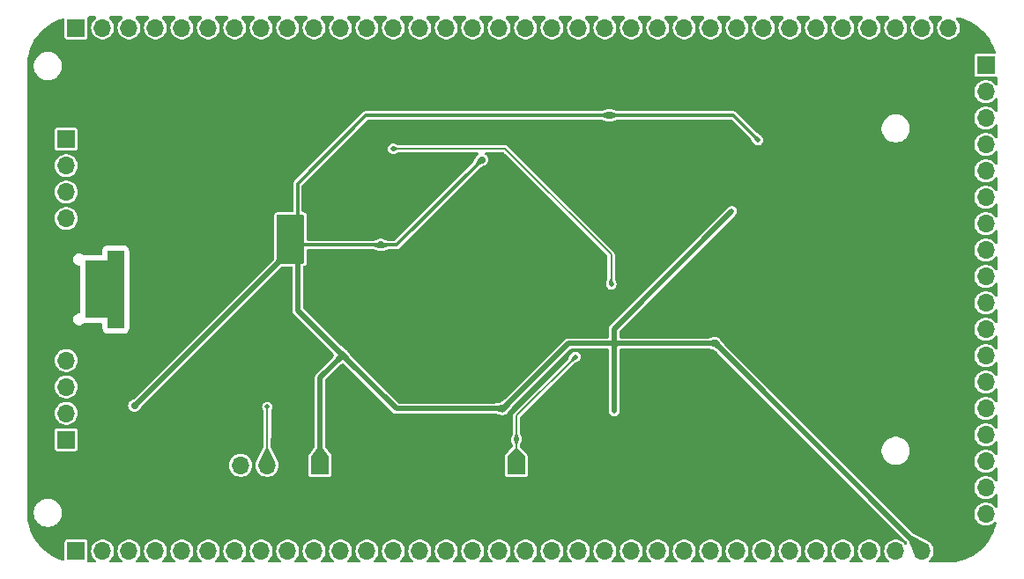
<source format=gbl>
%TF.GenerationSoftware,KiCad,Pcbnew,8.0.4*%
%TF.CreationDate,2024-08-23T17:26:40+08:00*%
%TF.ProjectId,UINIO-MCU-HC32F460PETB,55494e49-4f2d-44d4-9355-2d4843333246,Version 1.0.0*%
%TF.SameCoordinates,PX71f45d0PY4ce7800*%
%TF.FileFunction,Copper,L2,Bot*%
%TF.FilePolarity,Positive*%
%FSLAX46Y46*%
G04 Gerber Fmt 4.6, Leading zero omitted, Abs format (unit mm)*
G04 Created by KiCad (PCBNEW 8.0.4) date 2024-08-23 17:26:40*
%MOMM*%
%LPD*%
G01*
G04 APERTURE LIST*
%TA.AperFunction,ComponentPad*%
%ADD10O,1.700000X1.700000*%
%TD*%
%TA.AperFunction,ComponentPad*%
%ADD11R,1.700000X1.700000*%
%TD*%
%TA.AperFunction,ComponentPad*%
%ADD12O,2.100000X1.000000*%
%TD*%
%TA.AperFunction,ComponentPad*%
%ADD13O,1.900000X1.000000*%
%TD*%
%TA.AperFunction,ViaPad*%
%ADD14C,0.700000*%
%TD*%
%TA.AperFunction,ViaPad*%
%ADD15C,0.500000*%
%TD*%
%TA.AperFunction,Conductor*%
%ADD16C,0.500000*%
%TD*%
%TA.AperFunction,Conductor*%
%ADD17C,0.200000*%
%TD*%
%TA.AperFunction,Conductor*%
%ADD18C,0.300000*%
%TD*%
G04 APERTURE END LIST*
D10*
%TO.P,J7,4,Pin_4*%
%TO.N,/PA13{slash}JTMS_SWDIO*%
X5840000Y-37370000D03*
%TO.P,J7,3,Pin_3*%
%TO.N,/PA14{slash}JTCK_SWCLK*%
X8380000Y-37370000D03*
%TO.P,J7,2,Pin_2*%
%TO.N,GND*%
X10920000Y-37370000D03*
D11*
%TO.P,J7,1,Pin_1*%
%TO.N,VCC_3.3V*%
X13460000Y-37370000D03*
%TD*%
%TO.P,J4,1,Pin_1*%
%TO.N,/PB11{slash}MD*%
X32320000Y-37370000D03*
D10*
%TO.P,J4,2,Pin_2*%
%TO.N,GND*%
X29780000Y-37370000D03*
%TO.P,J4,3,Pin_3*%
X27240000Y-37370000D03*
%TD*%
D11*
%TO.P,J8,1,Pin_1*%
%TO.N,VCC_3.3V*%
X-10920000Y-34900000D03*
D10*
%TO.P,J8,2,Pin_2*%
X-10920000Y-32360000D03*
%TO.P,J8,3,Pin_3*%
X-10920000Y-29820000D03*
%TO.P,J8,4,Pin_4*%
X-10920000Y-27280000D03*
%TD*%
D11*
%TO.P,J5,1,Pin_1*%
%TO.N,Net-(J5-Pin_1)*%
X-10920000Y-5990000D03*
D10*
%TO.P,J5,2,Pin_2*%
X-10920000Y-8530000D03*
%TO.P,J5,3,Pin_3*%
X-10920000Y-11070000D03*
%TO.P,J5,4,Pin_4*%
X-10920000Y-13610000D03*
%TD*%
D12*
%TO.P,USB1,13,GND*%
%TO.N,GND*%
X-9190000Y-16120000D03*
%TO.P,USB1,14,GND*%
X-9190000Y-24770000D03*
D13*
%TO.P,USB1,15,GND*%
X-13390000Y-16120000D03*
%TO.P,USB1,16,GND*%
X-13390000Y-24770000D03*
%TD*%
D11*
%TO.P,J9,1,Pin_1*%
%TO.N,GND*%
X-13580000Y-34900000D03*
D10*
%TO.P,J9,2,Pin_2*%
X-13580000Y-32360000D03*
%TO.P,J9,3,Pin_3*%
X-13580000Y-29820000D03*
%TO.P,J9,4,Pin_4*%
X-13580000Y-27280000D03*
%TD*%
D11*
%TO.P,J3,1,Pin_1*%
%TO.N,/PD15*%
X-9970000Y4730000D03*
D10*
%TO.P,J3,2,Pin_2*%
%TO.N,/PD14*%
X-7430000Y4730000D03*
%TO.P,J3,3,Pin_3*%
%TO.N,/PD13*%
X-4890000Y4730000D03*
%TO.P,J3,4,Pin_4*%
%TO.N,/PD12*%
X-2350000Y4730000D03*
%TO.P,J3,5,Pin_5*%
%TO.N,/PD11*%
X190000Y4730000D03*
%TO.P,J3,6,Pin_6*%
%TO.N,/PD10*%
X2730000Y4730000D03*
%TO.P,J3,7,Pin_7*%
%TO.N,/PD9*%
X5270000Y4730000D03*
%TO.P,J3,8,Pin_8*%
%TO.N,/PD8*%
X7810000Y4730000D03*
%TO.P,J3,9,Pin_9*%
%TO.N,/PB15*%
X10350000Y4730000D03*
%TO.P,J3,10,Pin_10*%
%TO.N,/PB14*%
X12890000Y4730000D03*
%TO.P,J3,11,Pin_11*%
%TO.N,/PB13*%
X15430000Y4730000D03*
%TO.P,J3,12,Pin_12*%
%TO.N,/PB12*%
X17970000Y4730000D03*
%TO.P,J3,13,Pin_13*%
%TO.N,/PB10*%
X20510000Y4730000D03*
%TO.P,J3,14,Pin_14*%
%TO.N,/PE15*%
X23050000Y4730000D03*
%TO.P,J3,15,Pin_15*%
%TO.N,/PE14*%
X25590000Y4730000D03*
%TO.P,J3,16,Pin_16*%
%TO.N,/PE13*%
X28130000Y4730000D03*
%TO.P,J3,17,Pin_17*%
%TO.N,/PE12*%
X30670000Y4730000D03*
%TO.P,J3,18,Pin_18*%
%TO.N,/PE11*%
X33210000Y4730000D03*
%TO.P,J3,19,Pin_19*%
%TO.N,/PE10*%
X35750000Y4730000D03*
%TO.P,J3,20,Pin_20*%
%TO.N,/PE9*%
X38290000Y4730000D03*
%TO.P,J3,21,Pin_21*%
%TO.N,/PE8*%
X40830000Y4730000D03*
%TO.P,J3,22,Pin_22*%
%TO.N,/PE7*%
X43370000Y4730000D03*
%TO.P,J3,23,Pin_23*%
%TO.N,/PB2*%
X45910000Y4730000D03*
%TO.P,J3,24,Pin_24*%
%TO.N,/PB1*%
X48450000Y4730000D03*
%TO.P,J3,25,Pin_25*%
%TO.N,/PB0*%
X50990000Y4730000D03*
%TO.P,J3,26,Pin_26*%
%TO.N,/PC5*%
X53530000Y4730000D03*
%TO.P,J3,27,Pin_27*%
%TO.N,/PC4*%
X56070000Y4730000D03*
%TO.P,J3,28,Pin_28*%
%TO.N,/PA7*%
X58610000Y4730000D03*
%TO.P,J3,29,Pin_29*%
%TO.N,/PA6*%
X61150000Y4730000D03*
%TO.P,J3,30,Pin_30*%
%TO.N,/PA5*%
X63690000Y4730000D03*
%TO.P,J3,31,Pin_31*%
%TO.N,/PA4*%
X66230000Y4730000D03*
%TO.P,J3,32,Pin_32*%
%TO.N,/AVCC*%
X68770000Y4730000D03*
%TO.P,J3,33,Pin_33*%
%TO.N,/AVSS*%
X71310000Y4730000D03*
%TO.P,J3,34,Pin_34*%
%TO.N,/PA3*%
X73850000Y4730000D03*
%TD*%
D11*
%TO.P,J1,1,Pin_1*%
%TO.N,/PA2*%
X77430000Y1130000D03*
D10*
%TO.P,J1,2,Pin_2*%
%TO.N,/PA1*%
X77430000Y-1410000D03*
%TO.P,J1,3,Pin_3*%
%TO.N,/PA0*%
X77430000Y-3950000D03*
%TO.P,J1,4,Pin_4*%
%TO.N,/AVCC*%
X77430000Y-6490000D03*
%TO.P,J1,5,Pin_5*%
%TO.N,/VREFH*%
X77430000Y-9030000D03*
%TO.P,J1,6,Pin_6*%
%TO.N,/AVSS{slash}VREFL*%
X77430000Y-11570000D03*
%TO.P,J1,7,Pin_7*%
%TO.N,/PC3*%
X77430000Y-14110000D03*
%TO.P,J1,8,Pin_8*%
%TO.N,/PC2*%
X77430000Y-16650000D03*
%TO.P,J1,9,Pin_9*%
%TO.N,/PC1*%
X77430000Y-19190000D03*
%TO.P,J1,10,Pin_10*%
%TO.N,/PC0*%
X77430000Y-21730000D03*
%TO.P,J1,11,Pin_11*%
%TO.N,/NRST*%
X77430000Y-24270000D03*
%TO.P,J1,12,Pin_12*%
%TO.N,/PC13*%
X77430000Y-26810000D03*
%TO.P,J1,13,Pin_13*%
%TO.N,/PH2*%
X77430000Y-29350000D03*
%TO.P,J1,14,Pin_14*%
%TO.N,/PE6*%
X77430000Y-31890000D03*
%TO.P,J1,15,Pin_15*%
%TO.N,/PE5*%
X77430000Y-34430000D03*
%TO.P,J1,16,Pin_16*%
%TO.N,/PE4*%
X77430000Y-36970000D03*
%TO.P,J1,17,Pin_17*%
%TO.N,/PE3*%
X77430000Y-39510000D03*
%TO.P,J1,18,Pin_18*%
%TO.N,/PE2*%
X77430000Y-42050000D03*
%TD*%
D11*
%TO.P,J6,1,Pin_1*%
%TO.N,GND*%
X-13580000Y-5990000D03*
D10*
%TO.P,J6,2,Pin_2*%
X-13580000Y-8530000D03*
%TO.P,J6,3,Pin_3*%
X-13580000Y-11070000D03*
%TO.P,J6,4,Pin_4*%
X-13580000Y-13610000D03*
%TD*%
D11*
%TO.P,J2,1,Pin_1*%
%TO.N,/PC6*%
X-9970000Y-45620000D03*
D10*
%TO.P,J2,2,Pin_2*%
%TO.N,/PC7*%
X-7430000Y-45620000D03*
%TO.P,J2,3,Pin_3*%
%TO.N,/PC8*%
X-4890000Y-45620000D03*
%TO.P,J2,4,Pin_4*%
%TO.N,/PC9*%
X-2350000Y-45620000D03*
%TO.P,J2,5,Pin_5*%
%TO.N,/PA8*%
X190000Y-45620000D03*
%TO.P,J2,6,Pin_6*%
%TO.N,/PA9*%
X2730000Y-45620000D03*
%TO.P,J2,7,Pin_7*%
%TO.N,/PA10*%
X5270000Y-45620000D03*
%TO.P,J2,8,Pin_8*%
%TO.N,/PA11*%
X7810000Y-45620000D03*
%TO.P,J2,9,Pin_9*%
%TO.N,/PA12*%
X10350000Y-45620000D03*
%TO.P,J2,10,Pin_10*%
%TO.N,/PA13{slash}JTMS_SWDIO*%
X12890000Y-45620000D03*
%TO.P,J2,11,Pin_11*%
%TO.N,/PA14{slash}JTCK_SWCLK*%
X15430000Y-45620000D03*
%TO.P,J2,12,Pin_12*%
%TO.N,/PA15*%
X17970000Y-45620000D03*
%TO.P,J2,13,Pin_13*%
%TO.N,/PC10*%
X20510000Y-45620000D03*
%TO.P,J2,14,Pin_14*%
%TO.N,/PC11*%
X23050000Y-45620000D03*
%TO.P,J2,15,Pin_15*%
%TO.N,/PC12*%
X25590000Y-45620000D03*
%TO.P,J2,16,Pin_16*%
%TO.N,/PD0*%
X28130000Y-45620000D03*
%TO.P,J2,17,Pin_17*%
%TO.N,/PD1*%
X30670000Y-45620000D03*
%TO.P,J2,18,Pin_18*%
%TO.N,/PD2*%
X33210000Y-45620000D03*
%TO.P,J2,19,Pin_19*%
%TO.N,/PD3*%
X35750000Y-45620000D03*
%TO.P,J2,20,Pin_20*%
%TO.N,/PD4*%
X38290000Y-45620000D03*
%TO.P,J2,21,Pin_21*%
%TO.N,/PD5*%
X40830000Y-45620000D03*
%TO.P,J2,22,Pin_22*%
%TO.N,/PD6*%
X43370000Y-45620000D03*
%TO.P,J2,23,Pin_23*%
%TO.N,/PD7*%
X45910000Y-45620000D03*
%TO.P,J2,24,Pin_24*%
%TO.N,/PB3*%
X48450000Y-45620000D03*
%TO.P,J2,25,Pin_25*%
%TO.N,/PB4*%
X50990000Y-45620000D03*
%TO.P,J2,26,Pin_26*%
%TO.N,/PB5*%
X53530000Y-45620000D03*
%TO.P,J2,27,Pin_27*%
%TO.N,/PB6*%
X56070000Y-45620000D03*
%TO.P,J2,28,Pin_28*%
%TO.N,/PB7*%
X58610000Y-45620000D03*
%TO.P,J2,29,Pin_29*%
%TO.N,/PB8*%
X61150000Y-45620000D03*
%TO.P,J2,30,Pin_30*%
%TO.N,/PB9*%
X63690000Y-45620000D03*
%TO.P,J2,31,Pin_31*%
%TO.N,/PE0*%
X66230000Y-45620000D03*
%TO.P,J2,32,Pin_32*%
%TO.N,/PE1*%
X68770000Y-45620000D03*
%TO.P,J2,33,Pin_33*%
%TO.N,VCC_3.3V*%
X71310000Y-45620000D03*
%TO.P,J2,34,Pin_34*%
%TO.N,GND*%
X73850000Y-45620000D03*
%TD*%
D14*
%TO.N,VCC_3.3V*%
X-4360000Y-31620000D03*
%TO.N,GND*%
X-170000Y-4500000D03*
X-3370000Y-4500000D03*
X-5410000Y-4500000D03*
D15*
%TO.N,/PA14{slash}JTCK_SWCLK*%
X8410000Y-31750000D03*
%TO.N,GND*%
X11580000Y-43030000D03*
D14*
X37030000Y-16390000D03*
D15*
X22750000Y-26750000D03*
X55372000Y-36576000D03*
X41013000Y-7874000D03*
X56900000Y-11250000D03*
X43750000Y-35000000D03*
D14*
X36030000Y-18390000D03*
D15*
X44500000Y-35750000D03*
D14*
X35030000Y-16390000D03*
D15*
X19750000Y-26750000D03*
X55000000Y-17000000D03*
D14*
X37030000Y-17390000D03*
D15*
X57900000Y-13300000D03*
X52197000Y-24638000D03*
X55970000Y-8810000D03*
X51308000Y-18796000D03*
X52000000Y-18000000D03*
D14*
X37030000Y-21390000D03*
D15*
X39970000Y2570000D03*
D14*
X34030000Y-23390000D03*
X15950000Y-11790000D03*
X33030000Y-17390000D03*
X32030000Y-18390000D03*
X33030000Y-16390000D03*
X33030000Y-19390000D03*
X35030000Y-23390000D03*
X-7700000Y-4500000D03*
D15*
X51308000Y-19812000D03*
X37520000Y2570000D03*
X44220000Y-2910000D03*
D14*
X36030000Y-16390000D03*
D15*
X74980000Y-330000D03*
X36980000Y-43460000D03*
D14*
X15950000Y-12740000D03*
D15*
X52324000Y-30226000D03*
X44970000Y-1410000D03*
X44220000Y-1410000D03*
X46000000Y-37250000D03*
X62310000Y-2360000D03*
X19177000Y-4826000D03*
X59900000Y-11250000D03*
X45720000Y-2160000D03*
X53340000Y-36576000D03*
X57900000Y-11250000D03*
D14*
X33030000Y-22390000D03*
D15*
X51054000Y-34290000D03*
X45250000Y-36500000D03*
X43470000Y-1410000D03*
D14*
X34030000Y-16390000D03*
X985000Y-4500000D03*
X39030000Y-19390000D03*
D15*
X59900000Y-13300000D03*
D14*
X32030000Y-21390000D03*
D15*
X-3470000Y-43040000D03*
X56000000Y-24000000D03*
X56896000Y-17018000D03*
D14*
X39030000Y-18390000D03*
D15*
X6390000Y-43040000D03*
X64960000Y70000D03*
D14*
X39030000Y-23390000D03*
D15*
X45720000Y-1410000D03*
X56000000Y-22000000D03*
D14*
X33030000Y-20390000D03*
X37030000Y-19390000D03*
X31030000Y-18390000D03*
X31030000Y-22390000D03*
X33030000Y-21390000D03*
D15*
X44970000Y-2160000D03*
X-900000Y-43040000D03*
D14*
X34030000Y-20390000D03*
X35030000Y-21390000D03*
X35030000Y-22390000D03*
D15*
X53086000Y-29464000D03*
D14*
X36030000Y-21390000D03*
D15*
X56896000Y-22018000D03*
D14*
X39030000Y-20390000D03*
X34030000Y-22390000D03*
D15*
X26870000Y2120000D03*
X1750000Y-43040000D03*
D14*
X39030000Y-17390000D03*
X36030000Y-22390000D03*
D15*
X55900000Y-11250000D03*
X50292000Y-33528000D03*
D14*
X31030000Y-20390000D03*
D15*
X50292000Y-32004000D03*
D14*
X36030000Y-19390000D03*
X32030000Y-24390000D03*
D15*
X44970000Y-2910000D03*
X56000000Y-23000000D03*
D14*
X38030000Y-20390000D03*
D15*
X26940000Y-43090000D03*
X56000000Y-18000000D03*
X56896000Y-21018000D03*
X53848000Y-30226000D03*
X70330000Y2376863D03*
X34690000Y2570000D03*
D14*
X38030000Y-22390000D03*
X35030000Y-17390000D03*
D15*
X56720000Y-7310000D03*
X56134000Y-35814000D03*
X4020000Y-43040000D03*
X55000000Y-25000000D03*
X55900000Y-13300000D03*
X57658000Y-34290000D03*
D14*
X34030000Y-18390000D03*
D15*
X56000000Y-20000000D03*
D14*
X32030000Y-22390000D03*
D15*
X23750000Y-26750000D03*
D14*
X36030000Y-24390000D03*
D15*
X58900000Y-11250000D03*
D14*
X38030000Y-17390000D03*
X32030000Y-23390000D03*
D15*
X74830000Y-17880000D03*
X44825000Y-13675000D03*
X56896000Y-25018000D03*
X71920000Y-35760000D03*
D14*
X38030000Y-21390000D03*
X36030000Y-23390000D03*
X32030000Y-20390000D03*
X31030000Y-17390000D03*
X37030000Y-22390000D03*
D15*
X56896000Y-19018000D03*
D14*
X38030000Y-19390000D03*
D15*
X43910000Y-7730000D03*
D14*
X39030000Y-21390000D03*
D15*
X47500000Y-38750000D03*
X-5980000Y-43040000D03*
X55970000Y-7310000D03*
X54000000Y-25000000D03*
D14*
X31030000Y-24390000D03*
D15*
X43470000Y-2910000D03*
X56900000Y-13300000D03*
X19177000Y-6731000D03*
D14*
X53030000Y-6920000D03*
D15*
X56000000Y-21000000D03*
X57470000Y-7310000D03*
X57470000Y-8060000D03*
D14*
X34030000Y-19390000D03*
X31030000Y-19390000D03*
D15*
X20750000Y-26750000D03*
D14*
X35030000Y-18390000D03*
X37030000Y-24390000D03*
X39030000Y-22390000D03*
D15*
X57470000Y-8810000D03*
D14*
X31030000Y-21390000D03*
D15*
X54610000Y-30988000D03*
X56896000Y-33528000D03*
X25230000Y-43990000D03*
D14*
X32030000Y-19390000D03*
X35030000Y-20390000D03*
D15*
X51308000Y-24000000D03*
X41775000Y-7874000D03*
X19177000Y-6096000D03*
D14*
X31030000Y-23390000D03*
D15*
X71920000Y-40240000D03*
D14*
X32030000Y-17390000D03*
X36030000Y-20390000D03*
X37030000Y-23390000D03*
X39030000Y-24390000D03*
D15*
X51816000Y-35052000D03*
X56000000Y-19000000D03*
X51308000Y-23000000D03*
X56000000Y-17000000D03*
D14*
X39030000Y-16390000D03*
D15*
X39460000Y-43460000D03*
X53000000Y-17000000D03*
X51308000Y-22000000D03*
X43470000Y-2160000D03*
X56720000Y-9560000D03*
X74830000Y-20310000D03*
X58900000Y-13300000D03*
X56896000Y-18018000D03*
X50292000Y-19812000D03*
D14*
X33030000Y-24390000D03*
D15*
X40251000Y-7874000D03*
D14*
X51990000Y-6910000D03*
X38030000Y-18390000D03*
X-8800000Y-4500000D03*
X33030000Y-18390000D03*
D15*
X53000000Y-25000000D03*
X74980000Y-4520000D03*
X42030000Y-43460000D03*
D14*
X37030000Y-20390000D03*
X32030000Y-16390000D03*
D15*
X21750000Y-43100000D03*
X55970000Y-8060000D03*
X21750000Y-26750000D03*
X56720000Y-8810000D03*
X44220000Y-2160000D03*
X56896000Y-23018000D03*
D14*
X38030000Y-16390000D03*
D15*
X46750000Y-38000000D03*
X56134000Y-32512000D03*
D14*
X51990000Y-7940000D03*
D15*
X56000000Y-25000000D03*
D14*
X35030000Y-19390000D03*
D15*
X52578000Y-35814000D03*
X56896000Y-20018000D03*
X49530000Y-32766000D03*
X56896000Y-24018000D03*
X44825000Y-11100000D03*
X50276000Y-22000000D03*
X65414972Y2376863D03*
X54000000Y-17000000D03*
X23440000Y-43990000D03*
X49276000Y-22000000D03*
X74830000Y-15550000D03*
D14*
X37030000Y-18390000D03*
X31030000Y-16390000D03*
D15*
X55372000Y-31750000D03*
X57470000Y-9560000D03*
D14*
X38030000Y-23390000D03*
D15*
X50276000Y-23000000D03*
X55970000Y-9560000D03*
X43475000Y-30300000D03*
X19177000Y-5461000D03*
X31760000Y2120000D03*
X56720000Y-8060000D03*
D14*
X35030000Y-24390000D03*
X33030000Y-23390000D03*
X34030000Y-24390000D03*
D15*
X45720000Y-2910000D03*
X56896000Y-35052000D03*
D14*
X34030000Y-17390000D03*
X34030000Y-21390000D03*
X38030000Y-24390000D03*
X36030000Y-17390000D03*
%TO.N,VCC_5V*%
X-5730000Y-18050000D03*
X-5730000Y-17050000D03*
X-7480000Y-18050000D03*
X-7480000Y-22850000D03*
X-6605000Y-18050000D03*
X-6605000Y-17070000D03*
X-5730000Y-22850000D03*
X-6605000Y-22850000D03*
X-6605000Y-23730000D03*
X-5730000Y-23730000D03*
D15*
%TO.N,/PB11{slash}MD*%
X38000000Y-26940000D03*
X32340000Y-34850000D03*
%TO.N,/NRST*%
X20450000Y-6910000D03*
X41440000Y-19950000D03*
D14*
%TO.N,VCC_3.3V*%
X51454500Y-25634500D03*
X9910000Y-14950000D03*
X29000000Y-7967500D03*
D15*
X41730000Y-32150000D03*
X53025000Y-12920000D03*
D14*
X9910000Y-16160000D03*
X41250000Y-3700000D03*
X15630000Y-26770000D03*
D15*
X55560000Y-6070000D03*
D14*
X9910000Y-17370000D03*
X31050000Y-31920000D03*
X11310000Y-17370000D03*
X19304000Y-16160000D03*
X11310000Y-16160000D03*
X11310000Y-14950000D03*
%TD*%
D16*
%TO.N,VCC_3.3V*%
X-4340000Y-31620000D02*
X-4360000Y-31620000D01*
X-4340000Y-31620000D02*
X9910000Y-17370000D01*
D17*
%TO.N,/PA14{slash}JTCK_SWCLK*%
X8380000Y-34670000D02*
X8380000Y-37370000D01*
X8410000Y-31750000D02*
X8410000Y-34640000D01*
X8410000Y-34640000D02*
X8380000Y-34670000D01*
D16*
%TO.N,VCC_3.3V*%
X20790000Y-31920000D02*
X31050000Y-31920000D01*
X15630000Y-26770000D02*
X15640000Y-26770000D01*
X11310000Y-22450000D02*
X11310000Y-17370000D01*
X15630000Y-26770000D02*
X11310000Y-22450000D01*
X13460000Y-28940000D02*
X13460000Y-37370000D01*
X15640000Y-26770000D02*
X20790000Y-31920000D01*
X15630000Y-26770000D02*
X13460000Y-28940000D01*
D17*
%TO.N,/PB11{slash}MD*%
X32340000Y-32600000D02*
X32340000Y-34850000D01*
X32320000Y-34870000D02*
X32320000Y-37370000D01*
X38000000Y-26940000D02*
X32340000Y-32600000D01*
X32340000Y-34850000D02*
X32320000Y-34870000D01*
%TO.N,/NRST*%
X31270000Y-6910000D02*
X41440000Y-17080000D01*
X41440000Y-17080000D02*
X41440000Y-19950000D01*
X20450000Y-6910000D02*
X31270000Y-6910000D01*
D16*
%TO.N,VCC_3.3V*%
X41730000Y-25870000D02*
X41730000Y-25527000D01*
X51454500Y-25634500D02*
X51464500Y-25634500D01*
D18*
X51454500Y-25634500D02*
X51690000Y-25870000D01*
D16*
X51464500Y-25634500D02*
X71310000Y-45480000D01*
X41730000Y-32150000D02*
X41730000Y-27230000D01*
X51474000Y-25654000D02*
X41946000Y-25654000D01*
X53025000Y-12925000D02*
X41730000Y-24220000D01*
D18*
X17860000Y-3700000D02*
X11310000Y-10250000D01*
D16*
X41730000Y-25527000D02*
X41603000Y-25654000D01*
D18*
X20807500Y-16160000D02*
X29000000Y-7967500D01*
X53190000Y-3700000D02*
X55560000Y-6070000D01*
D16*
X41946000Y-25654000D02*
X41730000Y-25870000D01*
D18*
X41730000Y-27230000D02*
X41730000Y-25620000D01*
D16*
X41603000Y-25654000D02*
X37316000Y-25654000D01*
X37316000Y-25654000D02*
X31050000Y-31920000D01*
D18*
X11310000Y-10250000D02*
X11310000Y-14950000D01*
X41250000Y-3700000D02*
X53190000Y-3700000D01*
X19304000Y-16160000D02*
X20807500Y-16160000D01*
D16*
X41730000Y-24220000D02*
X41730000Y-27230000D01*
D18*
X41730000Y-25620000D02*
X41730000Y-25870000D01*
D16*
X53025000Y-12920000D02*
X53025000Y-12925000D01*
D18*
X19304000Y-16160000D02*
X11310000Y-16160000D01*
X17860000Y-3700000D02*
X41250000Y-3700000D01*
D16*
X51690000Y-25870000D02*
X51474000Y-25654000D01*
%TD*%
%TA.AperFunction,Conductor*%
%TO.N,VCC_3.3V*%
G36*
X11863039Y-13259685D02*
G01*
X11908794Y-13312489D01*
X11920000Y-13364000D01*
X11920000Y-17836000D01*
X11900315Y-17903039D01*
X11847511Y-17948794D01*
X11796000Y-17960000D01*
X9434000Y-17960000D01*
X9366961Y-17940315D01*
X9321206Y-17887511D01*
X9310000Y-17836000D01*
X9310000Y-13364000D01*
X9329685Y-13296961D01*
X9382489Y-13251206D01*
X9434000Y-13240000D01*
X11796000Y-13240000D01*
X11863039Y-13259685D01*
G37*
%TD.AperFunction*%
%TD*%
%TA.AperFunction,Conductor*%
%TO.N,GND*%
G36*
X-8097361Y5819815D02*
G01*
X-8051606Y5767011D01*
X-8041662Y5697853D01*
X-8070687Y5634297D01*
X-8091999Y5616144D01*
X-8091465Y5615437D01*
X-8096042Y5611981D01*
X-8246763Y5474582D01*
X-8369673Y5311822D01*
X-8460578Y5129261D01*
X-8460583Y5129248D01*
X-8516398Y4933083D01*
X-8535215Y4730001D01*
X-8535215Y4730000D01*
X-8516398Y4526918D01*
X-8460583Y4330753D01*
X-8460578Y4330740D01*
X-8369673Y4148179D01*
X-8246763Y3985419D01*
X-8096042Y3848020D01*
X-8096040Y3848018D01*
X-8048366Y3818500D01*
X-7922637Y3740652D01*
X-7732456Y3666976D01*
X-7531976Y3629500D01*
X-7531974Y3629500D01*
X-7328026Y3629500D01*
X-7328024Y3629500D01*
X-7127544Y3666976D01*
X-6937363Y3740652D01*
X-6763959Y3848019D01*
X-6613236Y3985421D01*
X-6490327Y4148179D01*
X-6399418Y4330750D01*
X-6343603Y4526917D01*
X-6324785Y4730000D01*
X-6343603Y4933083D01*
X-6399418Y5129250D01*
X-6436235Y5203188D01*
X-6443728Y5218236D01*
X-6490327Y5311821D01*
X-6613236Y5474579D01*
X-6613238Y5474582D01*
X-6763959Y5611981D01*
X-6768535Y5615437D01*
X-6767232Y5617164D01*
X-6807509Y5662093D01*
X-6818618Y5731074D01*
X-6790670Y5795110D01*
X-6732537Y5833871D01*
X-6695600Y5839500D01*
X-5624400Y5839500D01*
X-5557361Y5819815D01*
X-5511606Y5767011D01*
X-5501662Y5697853D01*
X-5530687Y5634297D01*
X-5551999Y5616144D01*
X-5551465Y5615437D01*
X-5556042Y5611981D01*
X-5706763Y5474582D01*
X-5829673Y5311822D01*
X-5920578Y5129261D01*
X-5920583Y5129248D01*
X-5976398Y4933083D01*
X-5995215Y4730001D01*
X-5995215Y4730000D01*
X-5976398Y4526918D01*
X-5920583Y4330753D01*
X-5920578Y4330740D01*
X-5829673Y4148179D01*
X-5706763Y3985419D01*
X-5556042Y3848020D01*
X-5556040Y3848018D01*
X-5508366Y3818500D01*
X-5382637Y3740652D01*
X-5192456Y3666976D01*
X-4991976Y3629500D01*
X-4991974Y3629500D01*
X-4788026Y3629500D01*
X-4788024Y3629500D01*
X-4587544Y3666976D01*
X-4397363Y3740652D01*
X-4223959Y3848019D01*
X-4073236Y3985421D01*
X-3950327Y4148179D01*
X-3859418Y4330750D01*
X-3803603Y4526917D01*
X-3784785Y4730000D01*
X-3803603Y4933083D01*
X-3859418Y5129250D01*
X-3896235Y5203188D01*
X-3903728Y5218236D01*
X-3950327Y5311821D01*
X-4073236Y5474579D01*
X-4073238Y5474582D01*
X-4223959Y5611981D01*
X-4228535Y5615437D01*
X-4227232Y5617164D01*
X-4267509Y5662093D01*
X-4278618Y5731074D01*
X-4250670Y5795110D01*
X-4192537Y5833871D01*
X-4155600Y5839500D01*
X-3084400Y5839500D01*
X-3017361Y5819815D01*
X-2971606Y5767011D01*
X-2961662Y5697853D01*
X-2990687Y5634297D01*
X-3011999Y5616144D01*
X-3011465Y5615437D01*
X-3016042Y5611981D01*
X-3166763Y5474582D01*
X-3289673Y5311822D01*
X-3380578Y5129261D01*
X-3380583Y5129248D01*
X-3436398Y4933083D01*
X-3455215Y4730001D01*
X-3455215Y4730000D01*
X-3436398Y4526918D01*
X-3380583Y4330753D01*
X-3380578Y4330740D01*
X-3289673Y4148179D01*
X-3166763Y3985419D01*
X-3016042Y3848020D01*
X-3016040Y3848018D01*
X-2968366Y3818500D01*
X-2842637Y3740652D01*
X-2652456Y3666976D01*
X-2451976Y3629500D01*
X-2451974Y3629500D01*
X-2248026Y3629500D01*
X-2248024Y3629500D01*
X-2047544Y3666976D01*
X-1857363Y3740652D01*
X-1683959Y3848019D01*
X-1533236Y3985421D01*
X-1410327Y4148179D01*
X-1319418Y4330750D01*
X-1263603Y4526917D01*
X-1244785Y4730000D01*
X-1263603Y4933083D01*
X-1319418Y5129250D01*
X-1356235Y5203188D01*
X-1363728Y5218236D01*
X-1410327Y5311821D01*
X-1533236Y5474579D01*
X-1533238Y5474582D01*
X-1683959Y5611981D01*
X-1688535Y5615437D01*
X-1687232Y5617164D01*
X-1727509Y5662093D01*
X-1738618Y5731074D01*
X-1710670Y5795110D01*
X-1652537Y5833871D01*
X-1615600Y5839500D01*
X-544400Y5839500D01*
X-477361Y5819815D01*
X-431606Y5767011D01*
X-421662Y5697853D01*
X-450687Y5634297D01*
X-471999Y5616144D01*
X-471465Y5615437D01*
X-476042Y5611981D01*
X-626763Y5474582D01*
X-749673Y5311822D01*
X-840578Y5129261D01*
X-840583Y5129248D01*
X-896398Y4933083D01*
X-915215Y4730001D01*
X-915215Y4730000D01*
X-896398Y4526918D01*
X-840583Y4330753D01*
X-840578Y4330740D01*
X-749673Y4148179D01*
X-626763Y3985419D01*
X-476042Y3848020D01*
X-476040Y3848018D01*
X-428366Y3818500D01*
X-302637Y3740652D01*
X-112456Y3666976D01*
X88024Y3629500D01*
X88026Y3629500D01*
X291974Y3629500D01*
X291976Y3629500D01*
X492456Y3666976D01*
X682637Y3740652D01*
X856041Y3848019D01*
X1006764Y3985421D01*
X1129673Y4148179D01*
X1220582Y4330750D01*
X1276397Y4526917D01*
X1295215Y4730000D01*
X1276397Y4933083D01*
X1220582Y5129250D01*
X1183765Y5203188D01*
X1176272Y5218236D01*
X1129673Y5311821D01*
X1006764Y5474579D01*
X1006762Y5474582D01*
X856041Y5611981D01*
X851465Y5615437D01*
X852768Y5617164D01*
X812491Y5662093D01*
X801382Y5731074D01*
X829330Y5795110D01*
X887463Y5833871D01*
X924400Y5839500D01*
X1995600Y5839500D01*
X2062639Y5819815D01*
X2108394Y5767011D01*
X2118338Y5697853D01*
X2089313Y5634297D01*
X2068001Y5616144D01*
X2068535Y5615437D01*
X2063958Y5611981D01*
X1913237Y5474582D01*
X1790327Y5311822D01*
X1699422Y5129261D01*
X1699417Y5129248D01*
X1643602Y4933083D01*
X1624785Y4730001D01*
X1624785Y4730000D01*
X1643602Y4526918D01*
X1699417Y4330753D01*
X1699422Y4330740D01*
X1790327Y4148179D01*
X1913237Y3985419D01*
X2063958Y3848020D01*
X2063960Y3848018D01*
X2111634Y3818500D01*
X2237363Y3740652D01*
X2427544Y3666976D01*
X2628024Y3629500D01*
X2628026Y3629500D01*
X2831974Y3629500D01*
X2831976Y3629500D01*
X3032456Y3666976D01*
X3222637Y3740652D01*
X3396041Y3848019D01*
X3546764Y3985421D01*
X3669673Y4148179D01*
X3760582Y4330750D01*
X3816397Y4526917D01*
X3835215Y4730000D01*
X3816397Y4933083D01*
X3760582Y5129250D01*
X3723765Y5203188D01*
X3716272Y5218236D01*
X3669673Y5311821D01*
X3546764Y5474579D01*
X3546762Y5474582D01*
X3396041Y5611981D01*
X3391465Y5615437D01*
X3392768Y5617164D01*
X3352491Y5662093D01*
X3341382Y5731074D01*
X3369330Y5795110D01*
X3427463Y5833871D01*
X3464400Y5839500D01*
X4535600Y5839500D01*
X4602639Y5819815D01*
X4648394Y5767011D01*
X4658338Y5697853D01*
X4629313Y5634297D01*
X4608001Y5616144D01*
X4608535Y5615437D01*
X4603958Y5611981D01*
X4453237Y5474582D01*
X4330327Y5311822D01*
X4239422Y5129261D01*
X4239417Y5129248D01*
X4183602Y4933083D01*
X4164785Y4730001D01*
X4164785Y4730000D01*
X4183602Y4526918D01*
X4239417Y4330753D01*
X4239422Y4330740D01*
X4330327Y4148179D01*
X4453237Y3985419D01*
X4603958Y3848020D01*
X4603960Y3848018D01*
X4651634Y3818500D01*
X4777363Y3740652D01*
X4967544Y3666976D01*
X5168024Y3629500D01*
X5168026Y3629500D01*
X5371974Y3629500D01*
X5371976Y3629500D01*
X5572456Y3666976D01*
X5762637Y3740652D01*
X5936041Y3848019D01*
X6086764Y3985421D01*
X6209673Y4148179D01*
X6300582Y4330750D01*
X6356397Y4526917D01*
X6375215Y4730000D01*
X6356397Y4933083D01*
X6300582Y5129250D01*
X6263765Y5203188D01*
X6256272Y5218236D01*
X6209673Y5311821D01*
X6086764Y5474579D01*
X6086762Y5474582D01*
X5936041Y5611981D01*
X5931465Y5615437D01*
X5932768Y5617164D01*
X5892491Y5662093D01*
X5881382Y5731074D01*
X5909330Y5795110D01*
X5967463Y5833871D01*
X6004400Y5839500D01*
X7075600Y5839500D01*
X7142639Y5819815D01*
X7188394Y5767011D01*
X7198338Y5697853D01*
X7169313Y5634297D01*
X7148001Y5616144D01*
X7148535Y5615437D01*
X7143958Y5611981D01*
X6993237Y5474582D01*
X6870327Y5311822D01*
X6779422Y5129261D01*
X6779417Y5129248D01*
X6723602Y4933083D01*
X6704785Y4730001D01*
X6704785Y4730000D01*
X6723602Y4526918D01*
X6779417Y4330753D01*
X6779422Y4330740D01*
X6870327Y4148179D01*
X6993237Y3985419D01*
X7143958Y3848020D01*
X7143960Y3848018D01*
X7191634Y3818500D01*
X7317363Y3740652D01*
X7507544Y3666976D01*
X7708024Y3629500D01*
X7708026Y3629500D01*
X7911974Y3629500D01*
X7911976Y3629500D01*
X8112456Y3666976D01*
X8302637Y3740652D01*
X8476041Y3848019D01*
X8626764Y3985421D01*
X8749673Y4148179D01*
X8840582Y4330750D01*
X8896397Y4526917D01*
X8915215Y4730000D01*
X8896397Y4933083D01*
X8840582Y5129250D01*
X8803765Y5203188D01*
X8796272Y5218236D01*
X8749673Y5311821D01*
X8626764Y5474579D01*
X8626762Y5474582D01*
X8476041Y5611981D01*
X8471465Y5615437D01*
X8472768Y5617164D01*
X8432491Y5662093D01*
X8421382Y5731074D01*
X8449330Y5795110D01*
X8507463Y5833871D01*
X8544400Y5839500D01*
X9615600Y5839500D01*
X9682639Y5819815D01*
X9728394Y5767011D01*
X9738338Y5697853D01*
X9709313Y5634297D01*
X9688001Y5616144D01*
X9688535Y5615437D01*
X9683958Y5611981D01*
X9533237Y5474582D01*
X9410327Y5311822D01*
X9319422Y5129261D01*
X9319417Y5129248D01*
X9263602Y4933083D01*
X9244785Y4730001D01*
X9244785Y4730000D01*
X9263602Y4526918D01*
X9319417Y4330753D01*
X9319422Y4330740D01*
X9410327Y4148179D01*
X9533237Y3985419D01*
X9683958Y3848020D01*
X9683960Y3848018D01*
X9731634Y3818500D01*
X9857363Y3740652D01*
X10047544Y3666976D01*
X10248024Y3629500D01*
X10248026Y3629500D01*
X10451974Y3629500D01*
X10451976Y3629500D01*
X10652456Y3666976D01*
X10842637Y3740652D01*
X11016041Y3848019D01*
X11166764Y3985421D01*
X11289673Y4148179D01*
X11380582Y4330750D01*
X11436397Y4526917D01*
X11455215Y4730000D01*
X11436397Y4933083D01*
X11380582Y5129250D01*
X11343765Y5203188D01*
X11336272Y5218236D01*
X11289673Y5311821D01*
X11166764Y5474579D01*
X11166762Y5474582D01*
X11016041Y5611981D01*
X11011465Y5615437D01*
X11012768Y5617164D01*
X10972491Y5662093D01*
X10961382Y5731074D01*
X10989330Y5795110D01*
X11047463Y5833871D01*
X11084400Y5839500D01*
X12155600Y5839500D01*
X12222639Y5819815D01*
X12268394Y5767011D01*
X12278338Y5697853D01*
X12249313Y5634297D01*
X12228001Y5616144D01*
X12228535Y5615437D01*
X12223958Y5611981D01*
X12073237Y5474582D01*
X11950327Y5311822D01*
X11859422Y5129261D01*
X11859417Y5129248D01*
X11803602Y4933083D01*
X11784785Y4730001D01*
X11784785Y4730000D01*
X11803602Y4526918D01*
X11859417Y4330753D01*
X11859422Y4330740D01*
X11950327Y4148179D01*
X12073237Y3985419D01*
X12223958Y3848020D01*
X12223960Y3848018D01*
X12271634Y3818500D01*
X12397363Y3740652D01*
X12587544Y3666976D01*
X12788024Y3629500D01*
X12788026Y3629500D01*
X12991974Y3629500D01*
X12991976Y3629500D01*
X13192456Y3666976D01*
X13382637Y3740652D01*
X13556041Y3848019D01*
X13706764Y3985421D01*
X13829673Y4148179D01*
X13920582Y4330750D01*
X13976397Y4526917D01*
X13995215Y4730000D01*
X13976397Y4933083D01*
X13920582Y5129250D01*
X13883765Y5203188D01*
X13876272Y5218236D01*
X13829673Y5311821D01*
X13706764Y5474579D01*
X13706762Y5474582D01*
X13556041Y5611981D01*
X13551465Y5615437D01*
X13552768Y5617164D01*
X13512491Y5662093D01*
X13501382Y5731074D01*
X13529330Y5795110D01*
X13587463Y5833871D01*
X13624400Y5839500D01*
X14695600Y5839500D01*
X14762639Y5819815D01*
X14808394Y5767011D01*
X14818338Y5697853D01*
X14789313Y5634297D01*
X14768001Y5616144D01*
X14768535Y5615437D01*
X14763958Y5611981D01*
X14613237Y5474582D01*
X14490327Y5311822D01*
X14399422Y5129261D01*
X14399417Y5129248D01*
X14343602Y4933083D01*
X14324785Y4730001D01*
X14324785Y4730000D01*
X14343602Y4526918D01*
X14399417Y4330753D01*
X14399422Y4330740D01*
X14490327Y4148179D01*
X14613237Y3985419D01*
X14763958Y3848020D01*
X14763960Y3848018D01*
X14811634Y3818500D01*
X14937363Y3740652D01*
X15127544Y3666976D01*
X15328024Y3629500D01*
X15328026Y3629500D01*
X15531974Y3629500D01*
X15531976Y3629500D01*
X15732456Y3666976D01*
X15922637Y3740652D01*
X16096041Y3848019D01*
X16246764Y3985421D01*
X16369673Y4148179D01*
X16460582Y4330750D01*
X16516397Y4526917D01*
X16535215Y4730000D01*
X16516397Y4933083D01*
X16460582Y5129250D01*
X16423765Y5203188D01*
X16416272Y5218236D01*
X16369673Y5311821D01*
X16246764Y5474579D01*
X16246762Y5474582D01*
X16096041Y5611981D01*
X16091465Y5615437D01*
X16092768Y5617164D01*
X16052491Y5662093D01*
X16041382Y5731074D01*
X16069330Y5795110D01*
X16127463Y5833871D01*
X16164400Y5839500D01*
X17235600Y5839500D01*
X17302639Y5819815D01*
X17348394Y5767011D01*
X17358338Y5697853D01*
X17329313Y5634297D01*
X17308001Y5616144D01*
X17308535Y5615437D01*
X17303958Y5611981D01*
X17153237Y5474582D01*
X17030327Y5311822D01*
X16939422Y5129261D01*
X16939417Y5129248D01*
X16883602Y4933083D01*
X16864785Y4730001D01*
X16864785Y4730000D01*
X16883602Y4526918D01*
X16939417Y4330753D01*
X16939422Y4330740D01*
X17030327Y4148179D01*
X17153237Y3985419D01*
X17303958Y3848020D01*
X17303960Y3848018D01*
X17351634Y3818500D01*
X17477363Y3740652D01*
X17667544Y3666976D01*
X17868024Y3629500D01*
X17868026Y3629500D01*
X18071974Y3629500D01*
X18071976Y3629500D01*
X18272456Y3666976D01*
X18462637Y3740652D01*
X18636041Y3848019D01*
X18786764Y3985421D01*
X18909673Y4148179D01*
X19000582Y4330750D01*
X19056397Y4526917D01*
X19075215Y4730000D01*
X19056397Y4933083D01*
X19000582Y5129250D01*
X18963765Y5203188D01*
X18956272Y5218236D01*
X18909673Y5311821D01*
X18786764Y5474579D01*
X18786762Y5474582D01*
X18636041Y5611981D01*
X18631465Y5615437D01*
X18632768Y5617164D01*
X18592491Y5662093D01*
X18581382Y5731074D01*
X18609330Y5795110D01*
X18667463Y5833871D01*
X18704400Y5839500D01*
X19775600Y5839500D01*
X19842639Y5819815D01*
X19888394Y5767011D01*
X19898338Y5697853D01*
X19869313Y5634297D01*
X19848001Y5616144D01*
X19848535Y5615437D01*
X19843958Y5611981D01*
X19693237Y5474582D01*
X19570327Y5311822D01*
X19479422Y5129261D01*
X19479417Y5129248D01*
X19423602Y4933083D01*
X19404785Y4730001D01*
X19404785Y4730000D01*
X19423602Y4526918D01*
X19479417Y4330753D01*
X19479422Y4330740D01*
X19570327Y4148179D01*
X19693237Y3985419D01*
X19843958Y3848020D01*
X19843960Y3848018D01*
X19891634Y3818500D01*
X20017363Y3740652D01*
X20207544Y3666976D01*
X20408024Y3629500D01*
X20408026Y3629500D01*
X20611974Y3629500D01*
X20611976Y3629500D01*
X20812456Y3666976D01*
X21002637Y3740652D01*
X21176041Y3848019D01*
X21326764Y3985421D01*
X21449673Y4148179D01*
X21540582Y4330750D01*
X21596397Y4526917D01*
X21615215Y4730000D01*
X21596397Y4933083D01*
X21540582Y5129250D01*
X21503765Y5203188D01*
X21496272Y5218236D01*
X21449673Y5311821D01*
X21326764Y5474579D01*
X21326762Y5474582D01*
X21176041Y5611981D01*
X21171465Y5615437D01*
X21172768Y5617164D01*
X21132491Y5662093D01*
X21121382Y5731074D01*
X21149330Y5795110D01*
X21207463Y5833871D01*
X21244400Y5839500D01*
X22315600Y5839500D01*
X22382639Y5819815D01*
X22428394Y5767011D01*
X22438338Y5697853D01*
X22409313Y5634297D01*
X22388001Y5616144D01*
X22388535Y5615437D01*
X22383958Y5611981D01*
X22233237Y5474582D01*
X22110327Y5311822D01*
X22019422Y5129261D01*
X22019417Y5129248D01*
X21963602Y4933083D01*
X21944785Y4730001D01*
X21944785Y4730000D01*
X21963602Y4526918D01*
X22019417Y4330753D01*
X22019422Y4330740D01*
X22110327Y4148179D01*
X22233237Y3985419D01*
X22383958Y3848020D01*
X22383960Y3848018D01*
X22431634Y3818500D01*
X22557363Y3740652D01*
X22747544Y3666976D01*
X22948024Y3629500D01*
X22948026Y3629500D01*
X23151974Y3629500D01*
X23151976Y3629500D01*
X23352456Y3666976D01*
X23542637Y3740652D01*
X23716041Y3848019D01*
X23866764Y3985421D01*
X23989673Y4148179D01*
X24080582Y4330750D01*
X24136397Y4526917D01*
X24155215Y4730000D01*
X24136397Y4933083D01*
X24080582Y5129250D01*
X24043765Y5203188D01*
X24036272Y5218236D01*
X23989673Y5311821D01*
X23866764Y5474579D01*
X23866762Y5474582D01*
X23716041Y5611981D01*
X23711465Y5615437D01*
X23712768Y5617164D01*
X23672491Y5662093D01*
X23661382Y5731074D01*
X23689330Y5795110D01*
X23747463Y5833871D01*
X23784400Y5839500D01*
X24855600Y5839500D01*
X24922639Y5819815D01*
X24968394Y5767011D01*
X24978338Y5697853D01*
X24949313Y5634297D01*
X24928001Y5616144D01*
X24928535Y5615437D01*
X24923958Y5611981D01*
X24773237Y5474582D01*
X24650327Y5311822D01*
X24559422Y5129261D01*
X24559417Y5129248D01*
X24503602Y4933083D01*
X24484785Y4730001D01*
X24484785Y4730000D01*
X24503602Y4526918D01*
X24559417Y4330753D01*
X24559422Y4330740D01*
X24650327Y4148179D01*
X24773237Y3985419D01*
X24923958Y3848020D01*
X24923960Y3848018D01*
X24971634Y3818500D01*
X25097363Y3740652D01*
X25287544Y3666976D01*
X25488024Y3629500D01*
X25488026Y3629500D01*
X25691974Y3629500D01*
X25691976Y3629500D01*
X25892456Y3666976D01*
X26082637Y3740652D01*
X26256041Y3848019D01*
X26406764Y3985421D01*
X26529673Y4148179D01*
X26620582Y4330750D01*
X26676397Y4526917D01*
X26695215Y4730000D01*
X26676397Y4933083D01*
X26620582Y5129250D01*
X26583765Y5203188D01*
X26576272Y5218236D01*
X26529673Y5311821D01*
X26406764Y5474579D01*
X26406762Y5474582D01*
X26256041Y5611981D01*
X26251465Y5615437D01*
X26252768Y5617164D01*
X26212491Y5662093D01*
X26201382Y5731074D01*
X26229330Y5795110D01*
X26287463Y5833871D01*
X26324400Y5839500D01*
X27395600Y5839500D01*
X27462639Y5819815D01*
X27508394Y5767011D01*
X27518338Y5697853D01*
X27489313Y5634297D01*
X27468001Y5616144D01*
X27468535Y5615437D01*
X27463958Y5611981D01*
X27313237Y5474582D01*
X27190327Y5311822D01*
X27099422Y5129261D01*
X27099417Y5129248D01*
X27043602Y4933083D01*
X27024785Y4730001D01*
X27024785Y4730000D01*
X27043602Y4526918D01*
X27099417Y4330753D01*
X27099422Y4330740D01*
X27190327Y4148179D01*
X27313237Y3985419D01*
X27463958Y3848020D01*
X27463960Y3848018D01*
X27511634Y3818500D01*
X27637363Y3740652D01*
X27827544Y3666976D01*
X28028024Y3629500D01*
X28028026Y3629500D01*
X28231974Y3629500D01*
X28231976Y3629500D01*
X28432456Y3666976D01*
X28622637Y3740652D01*
X28796041Y3848019D01*
X28946764Y3985421D01*
X29069673Y4148179D01*
X29160582Y4330750D01*
X29216397Y4526917D01*
X29235215Y4730000D01*
X29216397Y4933083D01*
X29160582Y5129250D01*
X29123765Y5203188D01*
X29116272Y5218236D01*
X29069673Y5311821D01*
X28946764Y5474579D01*
X28946762Y5474582D01*
X28796041Y5611981D01*
X28791465Y5615437D01*
X28792768Y5617164D01*
X28752491Y5662093D01*
X28741382Y5731074D01*
X28769330Y5795110D01*
X28827463Y5833871D01*
X28864400Y5839500D01*
X29935600Y5839500D01*
X30002639Y5819815D01*
X30048394Y5767011D01*
X30058338Y5697853D01*
X30029313Y5634297D01*
X30008001Y5616144D01*
X30008535Y5615437D01*
X30003958Y5611981D01*
X29853237Y5474582D01*
X29730327Y5311822D01*
X29639422Y5129261D01*
X29639417Y5129248D01*
X29583602Y4933083D01*
X29564785Y4730001D01*
X29564785Y4730000D01*
X29583602Y4526918D01*
X29639417Y4330753D01*
X29639422Y4330740D01*
X29730327Y4148179D01*
X29853237Y3985419D01*
X30003958Y3848020D01*
X30003960Y3848018D01*
X30051634Y3818500D01*
X30177363Y3740652D01*
X30367544Y3666976D01*
X30568024Y3629500D01*
X30568026Y3629500D01*
X30771974Y3629500D01*
X30771976Y3629500D01*
X30972456Y3666976D01*
X31162637Y3740652D01*
X31336041Y3848019D01*
X31486764Y3985421D01*
X31609673Y4148179D01*
X31700582Y4330750D01*
X31756397Y4526917D01*
X31775215Y4730000D01*
X31756397Y4933083D01*
X31700582Y5129250D01*
X31663765Y5203188D01*
X31656272Y5218236D01*
X31609673Y5311821D01*
X31486764Y5474579D01*
X31486762Y5474582D01*
X31336041Y5611981D01*
X31331465Y5615437D01*
X31332768Y5617164D01*
X31292491Y5662093D01*
X31281382Y5731074D01*
X31309330Y5795110D01*
X31367463Y5833871D01*
X31404400Y5839500D01*
X32475600Y5839500D01*
X32542639Y5819815D01*
X32588394Y5767011D01*
X32598338Y5697853D01*
X32569313Y5634297D01*
X32548001Y5616144D01*
X32548535Y5615437D01*
X32543958Y5611981D01*
X32393237Y5474582D01*
X32270327Y5311822D01*
X32179422Y5129261D01*
X32179417Y5129248D01*
X32123602Y4933083D01*
X32104785Y4730001D01*
X32104785Y4730000D01*
X32123602Y4526918D01*
X32179417Y4330753D01*
X32179422Y4330740D01*
X32270327Y4148179D01*
X32393237Y3985419D01*
X32543958Y3848020D01*
X32543960Y3848018D01*
X32591634Y3818500D01*
X32717363Y3740652D01*
X32907544Y3666976D01*
X33108024Y3629500D01*
X33108026Y3629500D01*
X33311974Y3629500D01*
X33311976Y3629500D01*
X33512456Y3666976D01*
X33702637Y3740652D01*
X33876041Y3848019D01*
X34026764Y3985421D01*
X34149673Y4148179D01*
X34240582Y4330750D01*
X34296397Y4526917D01*
X34315215Y4730000D01*
X34296397Y4933083D01*
X34240582Y5129250D01*
X34203765Y5203188D01*
X34196272Y5218236D01*
X34149673Y5311821D01*
X34026764Y5474579D01*
X34026762Y5474582D01*
X33876041Y5611981D01*
X33871465Y5615437D01*
X33872768Y5617164D01*
X33832491Y5662093D01*
X33821382Y5731074D01*
X33849330Y5795110D01*
X33907463Y5833871D01*
X33944400Y5839500D01*
X35015600Y5839500D01*
X35082639Y5819815D01*
X35128394Y5767011D01*
X35138338Y5697853D01*
X35109313Y5634297D01*
X35088001Y5616144D01*
X35088535Y5615437D01*
X35083958Y5611981D01*
X34933237Y5474582D01*
X34810327Y5311822D01*
X34719422Y5129261D01*
X34719417Y5129248D01*
X34663602Y4933083D01*
X34644785Y4730001D01*
X34644785Y4730000D01*
X34663602Y4526918D01*
X34719417Y4330753D01*
X34719422Y4330740D01*
X34810327Y4148179D01*
X34933237Y3985419D01*
X35083958Y3848020D01*
X35083960Y3848018D01*
X35131634Y3818500D01*
X35257363Y3740652D01*
X35447544Y3666976D01*
X35648024Y3629500D01*
X35648026Y3629500D01*
X35851974Y3629500D01*
X35851976Y3629500D01*
X36052456Y3666976D01*
X36242637Y3740652D01*
X36416041Y3848019D01*
X36566764Y3985421D01*
X36689673Y4148179D01*
X36780582Y4330750D01*
X36836397Y4526917D01*
X36855215Y4730000D01*
X36836397Y4933083D01*
X36780582Y5129250D01*
X36743765Y5203188D01*
X36736272Y5218236D01*
X36689673Y5311821D01*
X36566764Y5474579D01*
X36566762Y5474582D01*
X36416041Y5611981D01*
X36411465Y5615437D01*
X36412768Y5617164D01*
X36372491Y5662093D01*
X36361382Y5731074D01*
X36389330Y5795110D01*
X36447463Y5833871D01*
X36484400Y5839500D01*
X37555600Y5839500D01*
X37622639Y5819815D01*
X37668394Y5767011D01*
X37678338Y5697853D01*
X37649313Y5634297D01*
X37628001Y5616144D01*
X37628535Y5615437D01*
X37623958Y5611981D01*
X37473237Y5474582D01*
X37350327Y5311822D01*
X37259422Y5129261D01*
X37259417Y5129248D01*
X37203602Y4933083D01*
X37184785Y4730001D01*
X37184785Y4730000D01*
X37203602Y4526918D01*
X37259417Y4330753D01*
X37259422Y4330740D01*
X37350327Y4148179D01*
X37473237Y3985419D01*
X37623958Y3848020D01*
X37623960Y3848018D01*
X37671634Y3818500D01*
X37797363Y3740652D01*
X37987544Y3666976D01*
X38188024Y3629500D01*
X38188026Y3629500D01*
X38391974Y3629500D01*
X38391976Y3629500D01*
X38592456Y3666976D01*
X38782637Y3740652D01*
X38956041Y3848019D01*
X39106764Y3985421D01*
X39229673Y4148179D01*
X39320582Y4330750D01*
X39376397Y4526917D01*
X39395215Y4730000D01*
X39376397Y4933083D01*
X39320582Y5129250D01*
X39283765Y5203188D01*
X39276272Y5218236D01*
X39229673Y5311821D01*
X39106764Y5474579D01*
X39106762Y5474582D01*
X38956041Y5611981D01*
X38951465Y5615437D01*
X38952768Y5617164D01*
X38912491Y5662093D01*
X38901382Y5731074D01*
X38929330Y5795110D01*
X38987463Y5833871D01*
X39024400Y5839500D01*
X40095600Y5839500D01*
X40162639Y5819815D01*
X40208394Y5767011D01*
X40218338Y5697853D01*
X40189313Y5634297D01*
X40168001Y5616144D01*
X40168535Y5615437D01*
X40163958Y5611981D01*
X40013237Y5474582D01*
X39890327Y5311822D01*
X39799422Y5129261D01*
X39799417Y5129248D01*
X39743602Y4933083D01*
X39724785Y4730001D01*
X39724785Y4730000D01*
X39743602Y4526918D01*
X39799417Y4330753D01*
X39799422Y4330740D01*
X39890327Y4148179D01*
X40013237Y3985419D01*
X40163958Y3848020D01*
X40163960Y3848018D01*
X40211634Y3818500D01*
X40337363Y3740652D01*
X40527544Y3666976D01*
X40728024Y3629500D01*
X40728026Y3629500D01*
X40931974Y3629500D01*
X40931976Y3629500D01*
X41132456Y3666976D01*
X41322637Y3740652D01*
X41496041Y3848019D01*
X41646764Y3985421D01*
X41769673Y4148179D01*
X41860582Y4330750D01*
X41916397Y4526917D01*
X41935215Y4730000D01*
X41916397Y4933083D01*
X41860582Y5129250D01*
X41823765Y5203188D01*
X41816272Y5218236D01*
X41769673Y5311821D01*
X41646764Y5474579D01*
X41646762Y5474582D01*
X41496041Y5611981D01*
X41491465Y5615437D01*
X41492768Y5617164D01*
X41452491Y5662093D01*
X41441382Y5731074D01*
X41469330Y5795110D01*
X41527463Y5833871D01*
X41564400Y5839500D01*
X42635600Y5839500D01*
X42702639Y5819815D01*
X42748394Y5767011D01*
X42758338Y5697853D01*
X42729313Y5634297D01*
X42708001Y5616144D01*
X42708535Y5615437D01*
X42703958Y5611981D01*
X42553237Y5474582D01*
X42430327Y5311822D01*
X42339422Y5129261D01*
X42339417Y5129248D01*
X42283602Y4933083D01*
X42264785Y4730001D01*
X42264785Y4730000D01*
X42283602Y4526918D01*
X42339417Y4330753D01*
X42339422Y4330740D01*
X42430327Y4148179D01*
X42553237Y3985419D01*
X42703958Y3848020D01*
X42703960Y3848018D01*
X42751634Y3818500D01*
X42877363Y3740652D01*
X43067544Y3666976D01*
X43268024Y3629500D01*
X43268026Y3629500D01*
X43471974Y3629500D01*
X43471976Y3629500D01*
X43672456Y3666976D01*
X43862637Y3740652D01*
X44036041Y3848019D01*
X44186764Y3985421D01*
X44309673Y4148179D01*
X44400582Y4330750D01*
X44456397Y4526917D01*
X44475215Y4730000D01*
X44456397Y4933083D01*
X44400582Y5129250D01*
X44363765Y5203188D01*
X44356272Y5218236D01*
X44309673Y5311821D01*
X44186764Y5474579D01*
X44186762Y5474582D01*
X44036041Y5611981D01*
X44031465Y5615437D01*
X44032768Y5617164D01*
X43992491Y5662093D01*
X43981382Y5731074D01*
X44009330Y5795110D01*
X44067463Y5833871D01*
X44104400Y5839500D01*
X45175600Y5839500D01*
X45242639Y5819815D01*
X45288394Y5767011D01*
X45298338Y5697853D01*
X45269313Y5634297D01*
X45248001Y5616144D01*
X45248535Y5615437D01*
X45243958Y5611981D01*
X45093237Y5474582D01*
X44970327Y5311822D01*
X44879422Y5129261D01*
X44879417Y5129248D01*
X44823602Y4933083D01*
X44804785Y4730001D01*
X44804785Y4730000D01*
X44823602Y4526918D01*
X44879417Y4330753D01*
X44879422Y4330740D01*
X44970327Y4148179D01*
X45093237Y3985419D01*
X45243958Y3848020D01*
X45243960Y3848018D01*
X45291634Y3818500D01*
X45417363Y3740652D01*
X45607544Y3666976D01*
X45808024Y3629500D01*
X45808026Y3629500D01*
X46011974Y3629500D01*
X46011976Y3629500D01*
X46212456Y3666976D01*
X46402637Y3740652D01*
X46576041Y3848019D01*
X46726764Y3985421D01*
X46849673Y4148179D01*
X46940582Y4330750D01*
X46996397Y4526917D01*
X47015215Y4730000D01*
X46996397Y4933083D01*
X46940582Y5129250D01*
X46903765Y5203188D01*
X46896272Y5218236D01*
X46849673Y5311821D01*
X46726764Y5474579D01*
X46726762Y5474582D01*
X46576041Y5611981D01*
X46571465Y5615437D01*
X46572768Y5617164D01*
X46532491Y5662093D01*
X46521382Y5731074D01*
X46549330Y5795110D01*
X46607463Y5833871D01*
X46644400Y5839500D01*
X47715600Y5839500D01*
X47782639Y5819815D01*
X47828394Y5767011D01*
X47838338Y5697853D01*
X47809313Y5634297D01*
X47788001Y5616144D01*
X47788535Y5615437D01*
X47783958Y5611981D01*
X47633237Y5474582D01*
X47510327Y5311822D01*
X47419422Y5129261D01*
X47419417Y5129248D01*
X47363602Y4933083D01*
X47344785Y4730001D01*
X47344785Y4730000D01*
X47363602Y4526918D01*
X47419417Y4330753D01*
X47419422Y4330740D01*
X47510327Y4148179D01*
X47633237Y3985419D01*
X47783958Y3848020D01*
X47783960Y3848018D01*
X47831634Y3818500D01*
X47957363Y3740652D01*
X48147544Y3666976D01*
X48348024Y3629500D01*
X48348026Y3629500D01*
X48551974Y3629500D01*
X48551976Y3629500D01*
X48752456Y3666976D01*
X48942637Y3740652D01*
X49116041Y3848019D01*
X49266764Y3985421D01*
X49389673Y4148179D01*
X49480582Y4330750D01*
X49536397Y4526917D01*
X49555215Y4730000D01*
X49536397Y4933083D01*
X49480582Y5129250D01*
X49443765Y5203188D01*
X49436272Y5218236D01*
X49389673Y5311821D01*
X49266764Y5474579D01*
X49266762Y5474582D01*
X49116041Y5611981D01*
X49111465Y5615437D01*
X49112768Y5617164D01*
X49072491Y5662093D01*
X49061382Y5731074D01*
X49089330Y5795110D01*
X49147463Y5833871D01*
X49184400Y5839500D01*
X50255600Y5839500D01*
X50322639Y5819815D01*
X50368394Y5767011D01*
X50378338Y5697853D01*
X50349313Y5634297D01*
X50328001Y5616144D01*
X50328535Y5615437D01*
X50323958Y5611981D01*
X50173237Y5474582D01*
X50050327Y5311822D01*
X49959422Y5129261D01*
X49959417Y5129248D01*
X49903602Y4933083D01*
X49884785Y4730001D01*
X49884785Y4730000D01*
X49903602Y4526918D01*
X49959417Y4330753D01*
X49959422Y4330740D01*
X50050327Y4148179D01*
X50173237Y3985419D01*
X50323958Y3848020D01*
X50323960Y3848018D01*
X50371634Y3818500D01*
X50497363Y3740652D01*
X50687544Y3666976D01*
X50888024Y3629500D01*
X50888026Y3629500D01*
X51091974Y3629500D01*
X51091976Y3629500D01*
X51292456Y3666976D01*
X51482637Y3740652D01*
X51656041Y3848019D01*
X51806764Y3985421D01*
X51929673Y4148179D01*
X52020582Y4330750D01*
X52076397Y4526917D01*
X52095215Y4730000D01*
X52076397Y4933083D01*
X52020582Y5129250D01*
X51983765Y5203188D01*
X51976272Y5218236D01*
X51929673Y5311821D01*
X51806764Y5474579D01*
X51806762Y5474582D01*
X51656041Y5611981D01*
X51651465Y5615437D01*
X51652768Y5617164D01*
X51612491Y5662093D01*
X51601382Y5731074D01*
X51629330Y5795110D01*
X51687463Y5833871D01*
X51724400Y5839500D01*
X52795600Y5839500D01*
X52862639Y5819815D01*
X52908394Y5767011D01*
X52918338Y5697853D01*
X52889313Y5634297D01*
X52868001Y5616144D01*
X52868535Y5615437D01*
X52863958Y5611981D01*
X52713237Y5474582D01*
X52590327Y5311822D01*
X52499422Y5129261D01*
X52499417Y5129248D01*
X52443602Y4933083D01*
X52424785Y4730001D01*
X52424785Y4730000D01*
X52443602Y4526918D01*
X52499417Y4330753D01*
X52499422Y4330740D01*
X52590327Y4148179D01*
X52713237Y3985419D01*
X52863958Y3848020D01*
X52863960Y3848018D01*
X52911634Y3818500D01*
X53037363Y3740652D01*
X53227544Y3666976D01*
X53428024Y3629500D01*
X53428026Y3629500D01*
X53631974Y3629500D01*
X53631976Y3629500D01*
X53832456Y3666976D01*
X54022637Y3740652D01*
X54196041Y3848019D01*
X54346764Y3985421D01*
X54469673Y4148179D01*
X54560582Y4330750D01*
X54616397Y4526917D01*
X54635215Y4730000D01*
X54616397Y4933083D01*
X54560582Y5129250D01*
X54523765Y5203188D01*
X54516272Y5218236D01*
X54469673Y5311821D01*
X54346764Y5474579D01*
X54346762Y5474582D01*
X54196041Y5611981D01*
X54191465Y5615437D01*
X54192768Y5617164D01*
X54152491Y5662093D01*
X54141382Y5731074D01*
X54169330Y5795110D01*
X54227463Y5833871D01*
X54264400Y5839500D01*
X55335600Y5839500D01*
X55402639Y5819815D01*
X55448394Y5767011D01*
X55458338Y5697853D01*
X55429313Y5634297D01*
X55408001Y5616144D01*
X55408535Y5615437D01*
X55403958Y5611981D01*
X55253237Y5474582D01*
X55130327Y5311822D01*
X55039422Y5129261D01*
X55039417Y5129248D01*
X54983602Y4933083D01*
X54964785Y4730001D01*
X54964785Y4730000D01*
X54983602Y4526918D01*
X55039417Y4330753D01*
X55039422Y4330740D01*
X55130327Y4148179D01*
X55253237Y3985419D01*
X55403958Y3848020D01*
X55403960Y3848018D01*
X55451634Y3818500D01*
X55577363Y3740652D01*
X55767544Y3666976D01*
X55968024Y3629500D01*
X55968026Y3629500D01*
X56171974Y3629500D01*
X56171976Y3629500D01*
X56372456Y3666976D01*
X56562637Y3740652D01*
X56736041Y3848019D01*
X56886764Y3985421D01*
X57009673Y4148179D01*
X57100582Y4330750D01*
X57156397Y4526917D01*
X57175215Y4730000D01*
X57156397Y4933083D01*
X57100582Y5129250D01*
X57063765Y5203188D01*
X57056272Y5218236D01*
X57009673Y5311821D01*
X56886764Y5474579D01*
X56886762Y5474582D01*
X56736041Y5611981D01*
X56731465Y5615437D01*
X56732768Y5617164D01*
X56692491Y5662093D01*
X56681382Y5731074D01*
X56709330Y5795110D01*
X56767463Y5833871D01*
X56804400Y5839500D01*
X57875600Y5839500D01*
X57942639Y5819815D01*
X57988394Y5767011D01*
X57998338Y5697853D01*
X57969313Y5634297D01*
X57948001Y5616144D01*
X57948535Y5615437D01*
X57943958Y5611981D01*
X57793237Y5474582D01*
X57670327Y5311822D01*
X57579422Y5129261D01*
X57579417Y5129248D01*
X57523602Y4933083D01*
X57504785Y4730001D01*
X57504785Y4730000D01*
X57523602Y4526918D01*
X57579417Y4330753D01*
X57579422Y4330740D01*
X57670327Y4148179D01*
X57793237Y3985419D01*
X57943958Y3848020D01*
X57943960Y3848018D01*
X57991634Y3818500D01*
X58117363Y3740652D01*
X58307544Y3666976D01*
X58508024Y3629500D01*
X58508026Y3629500D01*
X58711974Y3629500D01*
X58711976Y3629500D01*
X58912456Y3666976D01*
X59102637Y3740652D01*
X59276041Y3848019D01*
X59426764Y3985421D01*
X59549673Y4148179D01*
X59640582Y4330750D01*
X59696397Y4526917D01*
X59715215Y4730000D01*
X59696397Y4933083D01*
X59640582Y5129250D01*
X59603765Y5203188D01*
X59596272Y5218236D01*
X59549673Y5311821D01*
X59426764Y5474579D01*
X59426762Y5474582D01*
X59276041Y5611981D01*
X59271465Y5615437D01*
X59272768Y5617164D01*
X59232491Y5662093D01*
X59221382Y5731074D01*
X59249330Y5795110D01*
X59307463Y5833871D01*
X59344400Y5839500D01*
X60415600Y5839500D01*
X60482639Y5819815D01*
X60528394Y5767011D01*
X60538338Y5697853D01*
X60509313Y5634297D01*
X60488001Y5616144D01*
X60488535Y5615437D01*
X60483958Y5611981D01*
X60333237Y5474582D01*
X60210327Y5311822D01*
X60119422Y5129261D01*
X60119417Y5129248D01*
X60063602Y4933083D01*
X60044785Y4730001D01*
X60044785Y4730000D01*
X60063602Y4526918D01*
X60119417Y4330753D01*
X60119422Y4330740D01*
X60210327Y4148179D01*
X60333237Y3985419D01*
X60483958Y3848020D01*
X60483960Y3848018D01*
X60531634Y3818500D01*
X60657363Y3740652D01*
X60847544Y3666976D01*
X61048024Y3629500D01*
X61048026Y3629500D01*
X61251974Y3629500D01*
X61251976Y3629500D01*
X61452456Y3666976D01*
X61642637Y3740652D01*
X61816041Y3848019D01*
X61966764Y3985421D01*
X62089673Y4148179D01*
X62180582Y4330750D01*
X62236397Y4526917D01*
X62255215Y4730000D01*
X62236397Y4933083D01*
X62180582Y5129250D01*
X62143765Y5203188D01*
X62136272Y5218236D01*
X62089673Y5311821D01*
X61966764Y5474579D01*
X61966762Y5474582D01*
X61816041Y5611981D01*
X61811465Y5615437D01*
X61812768Y5617164D01*
X61772491Y5662093D01*
X61761382Y5731074D01*
X61789330Y5795110D01*
X61847463Y5833871D01*
X61884400Y5839500D01*
X62955600Y5839500D01*
X63022639Y5819815D01*
X63068394Y5767011D01*
X63078338Y5697853D01*
X63049313Y5634297D01*
X63028001Y5616144D01*
X63028535Y5615437D01*
X63023958Y5611981D01*
X62873237Y5474582D01*
X62750327Y5311822D01*
X62659422Y5129261D01*
X62659417Y5129248D01*
X62603602Y4933083D01*
X62584785Y4730001D01*
X62584785Y4730000D01*
X62603602Y4526918D01*
X62659417Y4330753D01*
X62659422Y4330740D01*
X62750327Y4148179D01*
X62873237Y3985419D01*
X63023958Y3848020D01*
X63023960Y3848018D01*
X63071634Y3818500D01*
X63197363Y3740652D01*
X63387544Y3666976D01*
X63588024Y3629500D01*
X63588026Y3629500D01*
X63791974Y3629500D01*
X63791976Y3629500D01*
X63992456Y3666976D01*
X64182637Y3740652D01*
X64356041Y3848019D01*
X64506764Y3985421D01*
X64629673Y4148179D01*
X64720582Y4330750D01*
X64776397Y4526917D01*
X64795215Y4730000D01*
X64776397Y4933083D01*
X64720582Y5129250D01*
X64683765Y5203188D01*
X64676272Y5218236D01*
X64629673Y5311821D01*
X64506764Y5474579D01*
X64506762Y5474582D01*
X64356041Y5611981D01*
X64351465Y5615437D01*
X64352768Y5617164D01*
X64312491Y5662093D01*
X64301382Y5731074D01*
X64329330Y5795110D01*
X64387463Y5833871D01*
X64424400Y5839500D01*
X65495600Y5839500D01*
X65562639Y5819815D01*
X65608394Y5767011D01*
X65618338Y5697853D01*
X65589313Y5634297D01*
X65568001Y5616144D01*
X65568535Y5615437D01*
X65563958Y5611981D01*
X65413237Y5474582D01*
X65290327Y5311822D01*
X65199422Y5129261D01*
X65199417Y5129248D01*
X65143602Y4933083D01*
X65124785Y4730001D01*
X65124785Y4730000D01*
X65143602Y4526918D01*
X65199417Y4330753D01*
X65199422Y4330740D01*
X65290327Y4148179D01*
X65413237Y3985419D01*
X65563958Y3848020D01*
X65563960Y3848018D01*
X65611634Y3818500D01*
X65737363Y3740652D01*
X65927544Y3666976D01*
X66128024Y3629500D01*
X66128026Y3629500D01*
X66331974Y3629500D01*
X66331976Y3629500D01*
X66532456Y3666976D01*
X66722637Y3740652D01*
X66896041Y3848019D01*
X67046764Y3985421D01*
X67169673Y4148179D01*
X67260582Y4330750D01*
X67316397Y4526917D01*
X67335215Y4730000D01*
X67316397Y4933083D01*
X67260582Y5129250D01*
X67223765Y5203188D01*
X67216272Y5218236D01*
X67169673Y5311821D01*
X67046764Y5474579D01*
X67046762Y5474582D01*
X66896041Y5611981D01*
X66891465Y5615437D01*
X66892768Y5617164D01*
X66852491Y5662093D01*
X66841382Y5731074D01*
X66869330Y5795110D01*
X66927463Y5833871D01*
X66964400Y5839500D01*
X68035600Y5839500D01*
X68102639Y5819815D01*
X68148394Y5767011D01*
X68158338Y5697853D01*
X68129313Y5634297D01*
X68108001Y5616144D01*
X68108535Y5615437D01*
X68103958Y5611981D01*
X67953237Y5474582D01*
X67830327Y5311822D01*
X67739422Y5129261D01*
X67739417Y5129248D01*
X67683602Y4933083D01*
X67664785Y4730001D01*
X67664785Y4730000D01*
X67683602Y4526918D01*
X67739417Y4330753D01*
X67739422Y4330740D01*
X67830327Y4148179D01*
X67953237Y3985419D01*
X68103958Y3848020D01*
X68103960Y3848018D01*
X68151634Y3818500D01*
X68277363Y3740652D01*
X68467544Y3666976D01*
X68668024Y3629500D01*
X68668026Y3629500D01*
X68871974Y3629500D01*
X68871976Y3629500D01*
X69072456Y3666976D01*
X69262637Y3740652D01*
X69436041Y3848019D01*
X69586764Y3985421D01*
X69709673Y4148179D01*
X69800582Y4330750D01*
X69856397Y4526917D01*
X69875215Y4730000D01*
X69856397Y4933083D01*
X69800582Y5129250D01*
X69763765Y5203188D01*
X69756272Y5218236D01*
X69709673Y5311821D01*
X69586764Y5474579D01*
X69586762Y5474582D01*
X69436041Y5611981D01*
X69431465Y5615437D01*
X69432768Y5617164D01*
X69392491Y5662093D01*
X69381382Y5731074D01*
X69409330Y5795110D01*
X69467463Y5833871D01*
X69504400Y5839500D01*
X70575600Y5839500D01*
X70642639Y5819815D01*
X70688394Y5767011D01*
X70698338Y5697853D01*
X70669313Y5634297D01*
X70648001Y5616144D01*
X70648535Y5615437D01*
X70643958Y5611981D01*
X70493237Y5474582D01*
X70370327Y5311822D01*
X70279422Y5129261D01*
X70279417Y5129248D01*
X70223602Y4933083D01*
X70204785Y4730001D01*
X70204785Y4730000D01*
X70223602Y4526918D01*
X70279417Y4330753D01*
X70279422Y4330740D01*
X70370327Y4148179D01*
X70493237Y3985419D01*
X70643958Y3848020D01*
X70643960Y3848018D01*
X70691634Y3818500D01*
X70817363Y3740652D01*
X71007544Y3666976D01*
X71208024Y3629500D01*
X71208026Y3629500D01*
X71411974Y3629500D01*
X71411976Y3629500D01*
X71612456Y3666976D01*
X71802637Y3740652D01*
X71976041Y3848019D01*
X72126764Y3985421D01*
X72249673Y4148179D01*
X72340582Y4330750D01*
X72396397Y4526917D01*
X72415215Y4730000D01*
X72396397Y4933083D01*
X72340582Y5129250D01*
X72303765Y5203188D01*
X72296272Y5218236D01*
X72249673Y5311821D01*
X72126764Y5474579D01*
X72126762Y5474582D01*
X71976041Y5611981D01*
X71971465Y5615437D01*
X71972768Y5617164D01*
X71932491Y5662093D01*
X71921382Y5731074D01*
X71949330Y5795110D01*
X72007463Y5833871D01*
X72044400Y5839500D01*
X73115600Y5839500D01*
X73182639Y5819815D01*
X73228394Y5767011D01*
X73238338Y5697853D01*
X73209313Y5634297D01*
X73188001Y5616144D01*
X73188535Y5615437D01*
X73183958Y5611981D01*
X73033237Y5474582D01*
X72910327Y5311822D01*
X72819422Y5129261D01*
X72819417Y5129248D01*
X72763602Y4933083D01*
X72744785Y4730001D01*
X72744785Y4730000D01*
X72763602Y4526918D01*
X72819417Y4330753D01*
X72819422Y4330740D01*
X72910327Y4148179D01*
X73033237Y3985419D01*
X73183958Y3848020D01*
X73183960Y3848018D01*
X73231634Y3818500D01*
X73357363Y3740652D01*
X73547544Y3666976D01*
X73748024Y3629500D01*
X73748026Y3629500D01*
X73951974Y3629500D01*
X73951976Y3629500D01*
X74152456Y3666976D01*
X74342637Y3740652D01*
X74516041Y3848019D01*
X74666764Y3985421D01*
X74789673Y4148179D01*
X74880582Y4330750D01*
X74936397Y4526917D01*
X74955215Y4730000D01*
X74936397Y4933083D01*
X74880582Y5129250D01*
X74843765Y5203188D01*
X74836272Y5218236D01*
X74789673Y5311821D01*
X74666764Y5474579D01*
X74666762Y5474582D01*
X74602896Y5532803D01*
X74566614Y5592514D01*
X74568375Y5662362D01*
X74607618Y5720169D01*
X74671885Y5747584D01*
X74713269Y5745502D01*
X75013993Y5678833D01*
X75024405Y5676044D01*
X75409279Y5554693D01*
X75419414Y5551004D01*
X75792232Y5396577D01*
X75802024Y5392011D01*
X75850519Y5366766D01*
X76159942Y5205691D01*
X76169309Y5200284D01*
X76280812Y5129248D01*
X76509638Y4983470D01*
X76518499Y4977265D01*
X76838627Y4731622D01*
X76846914Y4724668D01*
X77144412Y4452062D01*
X77152061Y4444413D01*
X77424667Y4146915D01*
X77431621Y4138628D01*
X77677264Y3818500D01*
X77683469Y3809639D01*
X77900282Y3469311D01*
X77905690Y3459943D01*
X78092007Y3102031D01*
X78096579Y3092227D01*
X78250997Y2719430D01*
X78254697Y2709264D01*
X78354797Y2391787D01*
X78356183Y2321932D01*
X78319581Y2262416D01*
X78256614Y2232136D01*
X78236536Y2230500D01*
X76555323Y2230500D01*
X76482264Y2215968D01*
X76482260Y2215967D01*
X76399399Y2160601D01*
X76344033Y2077740D01*
X76344032Y2077736D01*
X76329500Y2004679D01*
X76329500Y255322D01*
X76344032Y182265D01*
X76344033Y182261D01*
X76344034Y182260D01*
X76399399Y99399D01*
X76477083Y47493D01*
X76482260Y44034D01*
X76482264Y44033D01*
X76555321Y29501D01*
X76555324Y29500D01*
X76555326Y29500D01*
X78304676Y29500D01*
X78304677Y29501D01*
X78321719Y32891D01*
X78389719Y46416D01*
X78390511Y42432D01*
X78437490Y47493D01*
X78499976Y16231D01*
X78535642Y-43850D01*
X78539500Y-74542D01*
X78539500Y-683100D01*
X78519815Y-750139D01*
X78467011Y-795894D01*
X78397853Y-805838D01*
X78334297Y-776813D01*
X78316546Y-757827D01*
X78289742Y-722333D01*
X78246764Y-665421D01*
X78096041Y-528019D01*
X78096039Y-528017D01*
X77922642Y-420655D01*
X77922635Y-420651D01*
X77827546Y-383814D01*
X77732456Y-346976D01*
X77531976Y-309500D01*
X77328024Y-309500D01*
X77127544Y-346976D01*
X77127541Y-346976D01*
X77127541Y-346977D01*
X76937364Y-420651D01*
X76937357Y-420655D01*
X76763960Y-528017D01*
X76763958Y-528019D01*
X76613237Y-665418D01*
X76490327Y-828178D01*
X76399422Y-1010739D01*
X76399417Y-1010752D01*
X76343602Y-1206917D01*
X76324785Y-1409999D01*
X76324785Y-1410000D01*
X76343602Y-1613082D01*
X76399417Y-1809247D01*
X76399422Y-1809260D01*
X76490327Y-1991821D01*
X76613237Y-2154581D01*
X76763958Y-2291980D01*
X76763960Y-2291982D01*
X76863141Y-2353392D01*
X76937363Y-2399348D01*
X77127544Y-2473024D01*
X77328024Y-2510500D01*
X77328026Y-2510500D01*
X77531974Y-2510500D01*
X77531976Y-2510500D01*
X77732456Y-2473024D01*
X77922637Y-2399348D01*
X78096041Y-2291981D01*
X78246764Y-2154579D01*
X78316546Y-2062173D01*
X78372654Y-2020536D01*
X78442366Y-2015844D01*
X78503548Y-2049587D01*
X78536776Y-2111050D01*
X78539500Y-2136899D01*
X78539500Y-3223100D01*
X78519815Y-3290139D01*
X78467011Y-3335894D01*
X78397853Y-3345838D01*
X78334297Y-3316813D01*
X78316546Y-3297827D01*
X78289742Y-3262333D01*
X78246764Y-3205421D01*
X78147528Y-3114956D01*
X78096041Y-3068019D01*
X78096039Y-3068017D01*
X77922642Y-2960655D01*
X77922635Y-2960651D01*
X77827546Y-2923814D01*
X77732456Y-2886976D01*
X77531976Y-2849500D01*
X77328024Y-2849500D01*
X77127544Y-2886976D01*
X77127541Y-2886976D01*
X77127541Y-2886977D01*
X76937364Y-2960651D01*
X76937357Y-2960655D01*
X76763960Y-3068017D01*
X76763958Y-3068019D01*
X76613237Y-3205418D01*
X76490327Y-3368178D01*
X76399422Y-3550739D01*
X76399417Y-3550752D01*
X76343602Y-3746917D01*
X76324785Y-3949999D01*
X76324785Y-3950000D01*
X76343602Y-4153082D01*
X76399417Y-4349247D01*
X76399422Y-4349260D01*
X76490327Y-4531821D01*
X76613237Y-4694581D01*
X76763958Y-4831980D01*
X76763960Y-4831982D01*
X76856856Y-4889500D01*
X76937363Y-4939348D01*
X77127544Y-5013024D01*
X77328024Y-5050500D01*
X77328026Y-5050500D01*
X77531974Y-5050500D01*
X77531976Y-5050500D01*
X77732456Y-5013024D01*
X77922637Y-4939348D01*
X78096041Y-4831981D01*
X78246764Y-4694579D01*
X78316546Y-4602173D01*
X78372654Y-4560536D01*
X78442366Y-4555844D01*
X78503548Y-4589587D01*
X78536776Y-4651050D01*
X78539500Y-4676899D01*
X78539500Y-5763100D01*
X78519815Y-5830139D01*
X78467011Y-5875894D01*
X78397853Y-5885838D01*
X78334297Y-5856813D01*
X78316546Y-5837827D01*
X78285432Y-5796626D01*
X78246764Y-5745421D01*
X78096041Y-5608019D01*
X78096039Y-5608017D01*
X77922642Y-5500655D01*
X77922635Y-5500651D01*
X77827546Y-5463814D01*
X77732456Y-5426976D01*
X77531976Y-5389500D01*
X77328024Y-5389500D01*
X77127544Y-5426976D01*
X77127541Y-5426976D01*
X77127541Y-5426977D01*
X76937364Y-5500651D01*
X76937357Y-5500655D01*
X76763960Y-5608017D01*
X76763958Y-5608019D01*
X76613237Y-5745418D01*
X76490327Y-5908178D01*
X76399422Y-6090739D01*
X76399417Y-6090752D01*
X76343602Y-6286917D01*
X76324785Y-6489999D01*
X76324785Y-6490000D01*
X76343602Y-6693082D01*
X76399417Y-6889247D01*
X76399422Y-6889260D01*
X76490327Y-7071821D01*
X76613237Y-7234581D01*
X76747198Y-7356701D01*
X76761735Y-7369954D01*
X76763958Y-7371980D01*
X76763960Y-7371982D01*
X76812679Y-7402147D01*
X76937363Y-7479348D01*
X77127544Y-7553024D01*
X77328024Y-7590500D01*
X77328026Y-7590500D01*
X77531974Y-7590500D01*
X77531976Y-7590500D01*
X77732456Y-7553024D01*
X77922637Y-7479348D01*
X78096041Y-7371981D01*
X78246764Y-7234579D01*
X78316546Y-7142173D01*
X78372654Y-7100536D01*
X78442366Y-7095844D01*
X78503548Y-7129587D01*
X78536776Y-7191050D01*
X78539500Y-7216899D01*
X78539500Y-8303100D01*
X78519815Y-8370139D01*
X78467011Y-8415894D01*
X78397853Y-8425838D01*
X78334297Y-8396813D01*
X78316546Y-8377827D01*
X78278100Y-8326917D01*
X78246764Y-8285421D01*
X78096041Y-8148019D01*
X78096039Y-8148017D01*
X77922642Y-8040655D01*
X77922635Y-8040651D01*
X77733811Y-7967501D01*
X77732456Y-7966976D01*
X77531976Y-7929500D01*
X77328024Y-7929500D01*
X77127544Y-7966976D01*
X77127541Y-7966976D01*
X77127541Y-7966977D01*
X76937364Y-8040651D01*
X76937357Y-8040655D01*
X76763960Y-8148017D01*
X76763958Y-8148019D01*
X76613237Y-8285418D01*
X76490327Y-8448178D01*
X76399422Y-8630739D01*
X76399417Y-8630752D01*
X76343602Y-8826917D01*
X76324785Y-9029999D01*
X76324785Y-9030000D01*
X76343602Y-9233082D01*
X76399417Y-9429247D01*
X76399422Y-9429260D01*
X76490327Y-9611821D01*
X76613237Y-9774581D01*
X76763958Y-9911980D01*
X76763960Y-9911982D01*
X76856856Y-9969500D01*
X76937363Y-10019348D01*
X77127544Y-10093024D01*
X77328024Y-10130500D01*
X77328026Y-10130500D01*
X77531974Y-10130500D01*
X77531976Y-10130500D01*
X77732456Y-10093024D01*
X77922637Y-10019348D01*
X78096041Y-9911981D01*
X78246764Y-9774579D01*
X78316546Y-9682173D01*
X78372654Y-9640536D01*
X78442366Y-9635844D01*
X78503548Y-9669587D01*
X78536776Y-9731050D01*
X78539500Y-9756899D01*
X78539500Y-10843100D01*
X78519815Y-10910139D01*
X78467011Y-10955894D01*
X78397853Y-10965838D01*
X78334297Y-10936813D01*
X78316546Y-10917827D01*
X78278100Y-10866917D01*
X78246764Y-10825421D01*
X78096041Y-10688019D01*
X78096039Y-10688017D01*
X77922642Y-10580655D01*
X77922635Y-10580651D01*
X77827546Y-10543814D01*
X77732456Y-10506976D01*
X77531976Y-10469500D01*
X77328024Y-10469500D01*
X77127544Y-10506976D01*
X77127541Y-10506976D01*
X77127541Y-10506977D01*
X76937364Y-10580651D01*
X76937357Y-10580655D01*
X76763960Y-10688017D01*
X76763958Y-10688019D01*
X76613237Y-10825418D01*
X76490327Y-10988178D01*
X76399422Y-11170739D01*
X76399417Y-11170752D01*
X76343602Y-11366917D01*
X76324785Y-11569999D01*
X76324785Y-11570000D01*
X76343602Y-11773082D01*
X76399417Y-11969247D01*
X76399422Y-11969260D01*
X76490327Y-12151821D01*
X76613237Y-12314581D01*
X76763958Y-12451980D01*
X76763960Y-12451982D01*
X76831796Y-12493984D01*
X76937363Y-12559348D01*
X77127544Y-12633024D01*
X77328024Y-12670500D01*
X77328026Y-12670500D01*
X77531974Y-12670500D01*
X77531976Y-12670500D01*
X77732456Y-12633024D01*
X77922637Y-12559348D01*
X78096041Y-12451981D01*
X78246764Y-12314579D01*
X78316546Y-12222173D01*
X78372654Y-12180536D01*
X78442366Y-12175844D01*
X78503548Y-12209587D01*
X78536776Y-12271050D01*
X78539500Y-12296899D01*
X78539500Y-13383100D01*
X78519815Y-13450139D01*
X78467011Y-13495894D01*
X78397853Y-13505838D01*
X78334297Y-13476813D01*
X78316546Y-13457827D01*
X78278100Y-13406917D01*
X78246764Y-13365421D01*
X78177296Y-13302093D01*
X78096041Y-13228019D01*
X78096039Y-13228017D01*
X77922642Y-13120655D01*
X77922635Y-13120651D01*
X77772417Y-13062457D01*
X77732456Y-13046976D01*
X77531976Y-13009500D01*
X77328024Y-13009500D01*
X77127544Y-13046976D01*
X77127541Y-13046976D01*
X77127541Y-13046977D01*
X76937364Y-13120651D01*
X76937357Y-13120655D01*
X76763960Y-13228017D01*
X76763958Y-13228019D01*
X76613237Y-13365418D01*
X76490327Y-13528178D01*
X76399422Y-13710739D01*
X76399417Y-13710752D01*
X76343602Y-13906917D01*
X76324785Y-14109999D01*
X76324785Y-14110000D01*
X76343602Y-14313082D01*
X76399417Y-14509247D01*
X76399422Y-14509260D01*
X76490327Y-14691821D01*
X76613237Y-14854581D01*
X76763958Y-14991980D01*
X76763960Y-14991982D01*
X76863141Y-15053392D01*
X76937363Y-15099348D01*
X77127544Y-15173024D01*
X77328024Y-15210500D01*
X77328026Y-15210500D01*
X77531974Y-15210500D01*
X77531976Y-15210500D01*
X77732456Y-15173024D01*
X77922637Y-15099348D01*
X78096041Y-14991981D01*
X78246764Y-14854579D01*
X78316546Y-14762173D01*
X78372654Y-14720536D01*
X78442366Y-14715844D01*
X78503548Y-14749587D01*
X78536776Y-14811050D01*
X78539500Y-14836899D01*
X78539500Y-15923100D01*
X78519815Y-15990139D01*
X78467011Y-16035894D01*
X78397853Y-16045838D01*
X78334297Y-16016813D01*
X78316546Y-15997827D01*
X78289742Y-15962333D01*
X78246764Y-15905421D01*
X78096041Y-15768019D01*
X78096039Y-15768017D01*
X77922642Y-15660655D01*
X77922635Y-15660651D01*
X77754322Y-15595447D01*
X77732456Y-15586976D01*
X77531976Y-15549500D01*
X77328024Y-15549500D01*
X77127544Y-15586976D01*
X77127541Y-15586976D01*
X77127541Y-15586977D01*
X76937364Y-15660651D01*
X76937357Y-15660655D01*
X76763960Y-15768017D01*
X76763958Y-15768019D01*
X76613237Y-15905418D01*
X76490327Y-16068178D01*
X76399422Y-16250739D01*
X76399417Y-16250752D01*
X76343602Y-16446917D01*
X76324785Y-16649999D01*
X76324785Y-16650000D01*
X76343602Y-16853082D01*
X76399417Y-17049247D01*
X76399422Y-17049260D01*
X76490327Y-17231821D01*
X76613237Y-17394581D01*
X76763958Y-17531980D01*
X76763960Y-17531982D01*
X76766189Y-17533362D01*
X76937363Y-17639348D01*
X77127544Y-17713024D01*
X77328024Y-17750500D01*
X77328026Y-17750500D01*
X77531974Y-17750500D01*
X77531976Y-17750500D01*
X77732456Y-17713024D01*
X77922637Y-17639348D01*
X78096041Y-17531981D01*
X78246764Y-17394579D01*
X78316546Y-17302173D01*
X78372654Y-17260536D01*
X78442366Y-17255844D01*
X78503548Y-17289587D01*
X78536776Y-17351050D01*
X78539500Y-17376899D01*
X78539500Y-18463100D01*
X78519815Y-18530139D01*
X78467011Y-18575894D01*
X78397853Y-18585838D01*
X78334297Y-18556813D01*
X78316546Y-18537827D01*
X78289742Y-18502333D01*
X78246764Y-18445421D01*
X78096041Y-18308019D01*
X78096039Y-18308017D01*
X77922642Y-18200655D01*
X77922635Y-18200651D01*
X77770964Y-18141894D01*
X77732456Y-18126976D01*
X77531976Y-18089500D01*
X77328024Y-18089500D01*
X77127544Y-18126976D01*
X77127541Y-18126976D01*
X77127541Y-18126977D01*
X76937364Y-18200651D01*
X76937357Y-18200655D01*
X76763960Y-18308017D01*
X76763958Y-18308019D01*
X76613237Y-18445418D01*
X76490327Y-18608178D01*
X76399422Y-18790739D01*
X76399417Y-18790752D01*
X76343602Y-18986917D01*
X76324785Y-19189999D01*
X76324785Y-19190000D01*
X76343602Y-19393082D01*
X76399417Y-19589247D01*
X76399422Y-19589260D01*
X76490327Y-19771821D01*
X76613237Y-19934581D01*
X76763958Y-20071980D01*
X76763960Y-20071982D01*
X76797027Y-20092456D01*
X76937363Y-20179348D01*
X77127544Y-20253024D01*
X77328024Y-20290500D01*
X77328026Y-20290500D01*
X77531974Y-20290500D01*
X77531976Y-20290500D01*
X77732456Y-20253024D01*
X77922637Y-20179348D01*
X78096041Y-20071981D01*
X78246764Y-19934579D01*
X78316546Y-19842173D01*
X78372654Y-19800536D01*
X78442366Y-19795844D01*
X78503548Y-19829587D01*
X78536776Y-19891050D01*
X78539500Y-19916899D01*
X78539500Y-21003100D01*
X78519815Y-21070139D01*
X78467011Y-21115894D01*
X78397853Y-21125838D01*
X78334297Y-21096813D01*
X78316546Y-21077827D01*
X78289742Y-21042333D01*
X78246764Y-20985421D01*
X78096041Y-20848019D01*
X78096039Y-20848017D01*
X77922642Y-20740655D01*
X77922635Y-20740651D01*
X77827546Y-20703814D01*
X77732456Y-20666976D01*
X77531976Y-20629500D01*
X77328024Y-20629500D01*
X77127544Y-20666976D01*
X77127541Y-20666976D01*
X77127541Y-20666977D01*
X76937364Y-20740651D01*
X76937357Y-20740655D01*
X76763960Y-20848017D01*
X76763958Y-20848019D01*
X76613237Y-20985418D01*
X76490327Y-21148178D01*
X76399422Y-21330739D01*
X76399417Y-21330752D01*
X76343602Y-21526917D01*
X76324785Y-21729999D01*
X76324785Y-21730000D01*
X76343602Y-21933082D01*
X76399417Y-22129247D01*
X76399422Y-22129260D01*
X76490327Y-22311821D01*
X76613237Y-22474581D01*
X76763958Y-22611980D01*
X76763960Y-22611982D01*
X76863141Y-22673392D01*
X76937363Y-22719348D01*
X77127544Y-22793024D01*
X77328024Y-22830500D01*
X77328026Y-22830500D01*
X77531974Y-22830500D01*
X77531976Y-22830500D01*
X77732456Y-22793024D01*
X77922637Y-22719348D01*
X78096041Y-22611981D01*
X78246764Y-22474579D01*
X78290422Y-22416766D01*
X78316546Y-22382173D01*
X78372654Y-22340536D01*
X78442366Y-22335844D01*
X78503548Y-22369587D01*
X78536776Y-22431050D01*
X78539500Y-22456899D01*
X78539500Y-23543100D01*
X78519815Y-23610139D01*
X78467011Y-23655894D01*
X78397853Y-23665838D01*
X78334297Y-23636813D01*
X78316546Y-23617827D01*
X78270713Y-23557135D01*
X78246764Y-23525421D01*
X78096041Y-23388019D01*
X78096039Y-23388017D01*
X77922642Y-23280655D01*
X77922635Y-23280651D01*
X77827546Y-23243814D01*
X77732456Y-23206976D01*
X77531976Y-23169500D01*
X77328024Y-23169500D01*
X77127544Y-23206976D01*
X77127541Y-23206976D01*
X77127541Y-23206977D01*
X76937364Y-23280651D01*
X76937357Y-23280655D01*
X76763960Y-23388017D01*
X76763958Y-23388019D01*
X76613237Y-23525418D01*
X76490327Y-23688178D01*
X76399422Y-23870739D01*
X76399417Y-23870752D01*
X76343602Y-24066917D01*
X76324785Y-24269999D01*
X76324785Y-24270000D01*
X76343602Y-24473082D01*
X76399417Y-24669247D01*
X76399422Y-24669260D01*
X76490327Y-24851821D01*
X76613237Y-25014581D01*
X76763958Y-25151980D01*
X76763960Y-25151982D01*
X76821500Y-25187609D01*
X76937363Y-25259348D01*
X77127544Y-25333024D01*
X77328024Y-25370500D01*
X77328026Y-25370500D01*
X77531974Y-25370500D01*
X77531976Y-25370500D01*
X77732456Y-25333024D01*
X77922637Y-25259348D01*
X78096041Y-25151981D01*
X78246764Y-25014579D01*
X78316546Y-24922173D01*
X78372654Y-24880536D01*
X78442366Y-24875844D01*
X78503548Y-24909587D01*
X78536776Y-24971050D01*
X78539500Y-24996899D01*
X78539500Y-26083100D01*
X78519815Y-26150139D01*
X78467011Y-26195894D01*
X78397853Y-26205838D01*
X78334297Y-26176813D01*
X78316546Y-26157827D01*
X78289742Y-26122333D01*
X78246764Y-26065421D01*
X78096041Y-25928019D01*
X78096039Y-25928017D01*
X77922642Y-25820655D01*
X77922635Y-25820651D01*
X77826202Y-25783293D01*
X77732456Y-25746976D01*
X77531976Y-25709500D01*
X77328024Y-25709500D01*
X77127544Y-25746976D01*
X77127541Y-25746976D01*
X77127541Y-25746977D01*
X76937364Y-25820651D01*
X76937357Y-25820655D01*
X76763960Y-25928017D01*
X76763958Y-25928019D01*
X76613237Y-26065418D01*
X76490327Y-26228178D01*
X76399422Y-26410739D01*
X76399417Y-26410752D01*
X76343602Y-26606917D01*
X76324785Y-26809999D01*
X76324785Y-26810000D01*
X76343602Y-27013082D01*
X76399417Y-27209247D01*
X76399422Y-27209260D01*
X76490327Y-27391821D01*
X76613237Y-27554581D01*
X76763958Y-27691980D01*
X76763960Y-27691982D01*
X76863141Y-27753392D01*
X76937363Y-27799348D01*
X77127544Y-27873024D01*
X77328024Y-27910500D01*
X77328026Y-27910500D01*
X77531974Y-27910500D01*
X77531976Y-27910500D01*
X77732456Y-27873024D01*
X77922637Y-27799348D01*
X78096041Y-27691981D01*
X78246764Y-27554579D01*
X78316546Y-27462173D01*
X78372654Y-27420536D01*
X78442366Y-27415844D01*
X78503548Y-27449587D01*
X78536776Y-27511050D01*
X78539500Y-27536899D01*
X78539500Y-28623100D01*
X78519815Y-28690139D01*
X78467011Y-28735894D01*
X78397853Y-28745838D01*
X78334297Y-28716813D01*
X78316546Y-28697827D01*
X78289742Y-28662333D01*
X78246764Y-28605421D01*
X78096041Y-28468019D01*
X78096039Y-28468017D01*
X77922642Y-28360655D01*
X77922635Y-28360651D01*
X77827546Y-28323814D01*
X77732456Y-28286976D01*
X77531976Y-28249500D01*
X77328024Y-28249500D01*
X77127544Y-28286976D01*
X77127541Y-28286976D01*
X77127541Y-28286977D01*
X76937364Y-28360651D01*
X76937357Y-28360655D01*
X76763960Y-28468017D01*
X76763958Y-28468019D01*
X76613237Y-28605418D01*
X76490327Y-28768178D01*
X76399422Y-28950739D01*
X76399417Y-28950752D01*
X76343602Y-29146917D01*
X76324785Y-29349999D01*
X76324785Y-29350000D01*
X76343602Y-29553082D01*
X76399417Y-29749247D01*
X76399422Y-29749260D01*
X76490327Y-29931821D01*
X76613237Y-30094581D01*
X76763958Y-30231980D01*
X76763960Y-30231982D01*
X76863141Y-30293392D01*
X76937363Y-30339348D01*
X77127544Y-30413024D01*
X77328024Y-30450500D01*
X77328026Y-30450500D01*
X77531974Y-30450500D01*
X77531976Y-30450500D01*
X77732456Y-30413024D01*
X77922637Y-30339348D01*
X78096041Y-30231981D01*
X78246764Y-30094579D01*
X78316546Y-30002173D01*
X78372654Y-29960536D01*
X78442366Y-29955844D01*
X78503548Y-29989587D01*
X78536776Y-30051050D01*
X78539500Y-30076899D01*
X78539500Y-31163100D01*
X78519815Y-31230139D01*
X78467011Y-31275894D01*
X78397853Y-31285838D01*
X78334297Y-31256813D01*
X78316546Y-31237827D01*
X78281726Y-31191718D01*
X78246764Y-31145421D01*
X78096041Y-31008019D01*
X78096039Y-31008017D01*
X77922642Y-30900655D01*
X77922635Y-30900651D01*
X77827546Y-30863814D01*
X77732456Y-30826976D01*
X77531976Y-30789500D01*
X77328024Y-30789500D01*
X77127544Y-30826976D01*
X77127541Y-30826976D01*
X77127541Y-30826977D01*
X76937364Y-30900651D01*
X76937357Y-30900655D01*
X76763960Y-31008017D01*
X76763958Y-31008019D01*
X76613237Y-31145418D01*
X76490327Y-31308178D01*
X76399422Y-31490739D01*
X76399417Y-31490752D01*
X76343602Y-31686917D01*
X76324785Y-31889999D01*
X76324785Y-31890000D01*
X76343602Y-32093082D01*
X76399417Y-32289247D01*
X76399422Y-32289260D01*
X76490327Y-32471821D01*
X76613237Y-32634581D01*
X76763958Y-32771980D01*
X76763960Y-32771982D01*
X76803628Y-32796543D01*
X76937363Y-32879348D01*
X77127544Y-32953024D01*
X77328024Y-32990500D01*
X77328026Y-32990500D01*
X77531974Y-32990500D01*
X77531976Y-32990500D01*
X77732456Y-32953024D01*
X77922637Y-32879348D01*
X78096041Y-32771981D01*
X78246764Y-32634579D01*
X78310256Y-32550502D01*
X78316546Y-32542173D01*
X78372654Y-32500536D01*
X78442366Y-32495844D01*
X78503548Y-32529587D01*
X78536776Y-32591050D01*
X78539500Y-32616899D01*
X78539500Y-33703100D01*
X78519815Y-33770139D01*
X78467011Y-33815894D01*
X78397853Y-33825838D01*
X78334297Y-33796813D01*
X78316546Y-33777827D01*
X78289742Y-33742333D01*
X78246764Y-33685421D01*
X78096041Y-33548019D01*
X78096039Y-33548017D01*
X77922642Y-33440655D01*
X77922635Y-33440651D01*
X77827546Y-33403814D01*
X77732456Y-33366976D01*
X77531976Y-33329500D01*
X77328024Y-33329500D01*
X77127544Y-33366976D01*
X77127541Y-33366976D01*
X77127541Y-33366977D01*
X76937364Y-33440651D01*
X76937357Y-33440655D01*
X76763960Y-33548017D01*
X76763958Y-33548019D01*
X76613237Y-33685418D01*
X76490327Y-33848178D01*
X76399422Y-34030739D01*
X76399417Y-34030752D01*
X76343602Y-34226917D01*
X76324785Y-34429999D01*
X76324785Y-34430000D01*
X76343602Y-34633082D01*
X76399417Y-34829247D01*
X76399422Y-34829260D01*
X76490327Y-35011821D01*
X76613237Y-35174581D01*
X76763958Y-35311980D01*
X76763960Y-35311982D01*
X76863141Y-35373392D01*
X76937363Y-35419348D01*
X77127544Y-35493024D01*
X77328024Y-35530500D01*
X77328026Y-35530500D01*
X77531974Y-35530500D01*
X77531976Y-35530500D01*
X77732456Y-35493024D01*
X77922637Y-35419348D01*
X78096041Y-35311981D01*
X78246764Y-35174579D01*
X78316546Y-35082173D01*
X78372654Y-35040536D01*
X78442366Y-35035844D01*
X78503548Y-35069587D01*
X78536776Y-35131050D01*
X78539500Y-35156899D01*
X78539500Y-36243100D01*
X78519815Y-36310139D01*
X78467011Y-36355894D01*
X78397853Y-36365838D01*
X78334297Y-36336813D01*
X78316546Y-36317827D01*
X78280051Y-36269500D01*
X78246764Y-36225421D01*
X78096041Y-36088019D01*
X78096039Y-36088017D01*
X77922642Y-35980655D01*
X77922635Y-35980651D01*
X77827546Y-35943814D01*
X77732456Y-35906976D01*
X77531976Y-35869500D01*
X77328024Y-35869500D01*
X77127544Y-35906976D01*
X77127541Y-35906976D01*
X77127541Y-35906977D01*
X76937364Y-35980651D01*
X76937357Y-35980655D01*
X76763960Y-36088017D01*
X76763958Y-36088019D01*
X76613237Y-36225418D01*
X76490327Y-36388178D01*
X76399422Y-36570739D01*
X76399417Y-36570752D01*
X76343602Y-36766917D01*
X76324785Y-36969999D01*
X76324785Y-36970000D01*
X76343602Y-37173082D01*
X76399417Y-37369247D01*
X76399422Y-37369260D01*
X76490327Y-37551821D01*
X76613237Y-37714581D01*
X76763958Y-37851980D01*
X76763960Y-37851982D01*
X76863141Y-37913392D01*
X76937363Y-37959348D01*
X77127544Y-38033024D01*
X77328024Y-38070500D01*
X77328026Y-38070500D01*
X77531974Y-38070500D01*
X77531976Y-38070500D01*
X77732456Y-38033024D01*
X77922637Y-37959348D01*
X78096041Y-37851981D01*
X78246764Y-37714579D01*
X78316546Y-37622173D01*
X78372654Y-37580536D01*
X78442366Y-37575844D01*
X78503548Y-37609587D01*
X78536776Y-37671050D01*
X78539500Y-37696899D01*
X78539500Y-38783100D01*
X78519815Y-38850139D01*
X78467011Y-38895894D01*
X78397853Y-38905838D01*
X78334297Y-38876813D01*
X78316546Y-38857827D01*
X78289742Y-38822333D01*
X78246764Y-38765421D01*
X78096041Y-38628019D01*
X78096039Y-38628017D01*
X77922642Y-38520655D01*
X77922635Y-38520651D01*
X77793176Y-38470499D01*
X77732456Y-38446976D01*
X77531976Y-38409500D01*
X77328024Y-38409500D01*
X77127544Y-38446976D01*
X77127541Y-38446976D01*
X77127541Y-38446977D01*
X76937364Y-38520651D01*
X76937357Y-38520655D01*
X76763960Y-38628017D01*
X76763958Y-38628019D01*
X76613237Y-38765418D01*
X76490327Y-38928178D01*
X76399422Y-39110739D01*
X76399417Y-39110752D01*
X76343602Y-39306917D01*
X76324785Y-39509999D01*
X76324785Y-39510000D01*
X76343602Y-39713082D01*
X76399417Y-39909247D01*
X76399422Y-39909260D01*
X76490327Y-40091821D01*
X76613237Y-40254581D01*
X76763958Y-40391980D01*
X76763960Y-40391982D01*
X76863141Y-40453392D01*
X76937363Y-40499348D01*
X77127544Y-40573024D01*
X77328024Y-40610500D01*
X77328026Y-40610500D01*
X77531974Y-40610500D01*
X77531976Y-40610500D01*
X77732456Y-40573024D01*
X77922637Y-40499348D01*
X78096041Y-40391981D01*
X78246764Y-40254579D01*
X78316546Y-40162173D01*
X78372654Y-40120536D01*
X78442366Y-40115844D01*
X78503548Y-40149587D01*
X78536776Y-40211050D01*
X78539500Y-40236899D01*
X78539500Y-41323100D01*
X78519815Y-41390139D01*
X78467011Y-41435894D01*
X78397853Y-41445838D01*
X78334297Y-41416813D01*
X78316546Y-41397827D01*
X78289742Y-41362333D01*
X78246764Y-41305421D01*
X78096041Y-41168019D01*
X78096039Y-41168017D01*
X77922642Y-41060655D01*
X77922635Y-41060651D01*
X77827546Y-41023814D01*
X77732456Y-40986976D01*
X77531976Y-40949500D01*
X77328024Y-40949500D01*
X77127544Y-40986976D01*
X77127541Y-40986976D01*
X77127541Y-40986977D01*
X76937364Y-41060651D01*
X76937357Y-41060655D01*
X76763960Y-41168017D01*
X76763958Y-41168019D01*
X76613237Y-41305418D01*
X76490327Y-41468178D01*
X76399422Y-41650739D01*
X76399417Y-41650752D01*
X76343602Y-41846917D01*
X76324785Y-42049999D01*
X76324785Y-42050000D01*
X76343602Y-42253082D01*
X76399417Y-42449247D01*
X76399422Y-42449260D01*
X76490327Y-42631821D01*
X76613237Y-42794581D01*
X76763958Y-42931980D01*
X76763960Y-42931982D01*
X76825530Y-42970104D01*
X76937363Y-43039348D01*
X77127544Y-43113024D01*
X77328024Y-43150500D01*
X77328026Y-43150500D01*
X77531974Y-43150500D01*
X77531976Y-43150500D01*
X77732456Y-43113024D01*
X77922637Y-43039348D01*
X78096041Y-42931981D01*
X78236698Y-42803754D01*
X78299502Y-42773138D01*
X78368889Y-42781335D01*
X78422829Y-42825745D01*
X78444197Y-42892267D01*
X78441297Y-42922230D01*
X78378837Y-43203974D01*
X78376037Y-43214424D01*
X78254697Y-43599264D01*
X78250997Y-43609429D01*
X78096579Y-43982226D01*
X78092007Y-43992030D01*
X77905690Y-44349942D01*
X77900282Y-44359310D01*
X77683469Y-44699638D01*
X77677264Y-44708499D01*
X77431621Y-45028627D01*
X77424667Y-45036914D01*
X77152061Y-45334412D01*
X77144412Y-45342061D01*
X76846914Y-45614667D01*
X76838627Y-45621621D01*
X76518499Y-45867264D01*
X76509638Y-45873469D01*
X76169310Y-46090282D01*
X76159942Y-46095690D01*
X75802030Y-46282007D01*
X75792226Y-46286579D01*
X75419429Y-46440997D01*
X75409264Y-46444697D01*
X75024424Y-46566037D01*
X75013974Y-46568837D01*
X74620022Y-46656173D01*
X74609370Y-46658051D01*
X74209316Y-46710720D01*
X74198539Y-46711663D01*
X73792703Y-46729382D01*
X73787294Y-46729500D01*
X72044400Y-46729500D01*
X71977361Y-46709815D01*
X71931606Y-46657011D01*
X71921662Y-46587853D01*
X71950687Y-46524297D01*
X71971998Y-46506143D01*
X71971465Y-46505437D01*
X71976033Y-46501985D01*
X71976041Y-46501981D01*
X72126764Y-46364579D01*
X72249673Y-46201821D01*
X72340582Y-46019250D01*
X72396397Y-45823083D01*
X72415215Y-45620000D01*
X72396397Y-45416917D01*
X72340582Y-45220750D01*
X72249673Y-45038179D01*
X72126764Y-44875421D01*
X72126762Y-44875418D01*
X71976042Y-44738020D01*
X71976041Y-44738019D01*
X71869843Y-44672264D01*
X71802638Y-44630652D01*
X71802636Y-44630651D01*
X71771726Y-44618676D01*
X71747868Y-44605021D01*
X71747409Y-44605736D01*
X71742292Y-44602441D01*
X70523722Y-43977470D01*
X70492629Y-43954816D01*
X62401526Y-35863713D01*
X67419500Y-35863713D01*
X67419500Y-36076286D01*
X67443120Y-36225421D01*
X67452754Y-36286243D01*
X67518315Y-36488019D01*
X67518444Y-36488414D01*
X67614951Y-36677820D01*
X67739890Y-36849786D01*
X67890213Y-37000109D01*
X68062179Y-37125048D01*
X68062181Y-37125049D01*
X68062184Y-37125051D01*
X68251588Y-37221557D01*
X68453757Y-37287246D01*
X68663713Y-37320500D01*
X68663714Y-37320500D01*
X68876286Y-37320500D01*
X68876287Y-37320500D01*
X69086243Y-37287246D01*
X69288412Y-37221557D01*
X69477816Y-37125051D01*
X69499789Y-37109086D01*
X69649786Y-37000109D01*
X69649788Y-37000106D01*
X69649792Y-37000104D01*
X69800104Y-36849792D01*
X69800106Y-36849788D01*
X69800109Y-36849786D01*
X69925048Y-36677820D01*
X69925047Y-36677820D01*
X69925051Y-36677816D01*
X70021557Y-36488412D01*
X70087246Y-36286243D01*
X70120500Y-36076287D01*
X70120500Y-35863713D01*
X70087246Y-35653757D01*
X70021557Y-35451588D01*
X69925051Y-35262184D01*
X69925049Y-35262181D01*
X69925048Y-35262179D01*
X69800109Y-35090213D01*
X69649786Y-34939890D01*
X69477820Y-34814951D01*
X69288414Y-34718444D01*
X69288413Y-34718443D01*
X69288412Y-34718443D01*
X69086243Y-34652754D01*
X69086241Y-34652753D01*
X69086240Y-34652753D01*
X68924957Y-34627208D01*
X68876287Y-34619500D01*
X68663713Y-34619500D01*
X68615042Y-34627208D01*
X68453760Y-34652753D01*
X68251585Y-34718444D01*
X68062179Y-34814951D01*
X67890213Y-34939890D01*
X67739890Y-35090213D01*
X67614951Y-35262179D01*
X67518444Y-35451585D01*
X67452753Y-35653760D01*
X67419500Y-35863713D01*
X62401526Y-35863713D01*
X52346595Y-25808781D01*
X52328889Y-25786443D01*
X52326944Y-25783308D01*
X52326939Y-25783297D01*
X52277286Y-25718408D01*
X51982394Y-25333024D01*
X51913000Y-25242335D01*
X51912992Y-25242325D01*
X51902511Y-25229511D01*
X51901517Y-25228373D01*
X51895745Y-25222180D01*
X51888084Y-25213127D01*
X51882785Y-25206221D01*
X51882783Y-25206219D01*
X51882782Y-25206218D01*
X51757341Y-25109964D01*
X51724930Y-25096539D01*
X51611262Y-25049456D01*
X51611260Y-25049455D01*
X51454502Y-25028818D01*
X51454497Y-25028818D01*
X51415419Y-25033962D01*
X51403701Y-25034576D01*
X51403702Y-25034587D01*
X51397627Y-25035024D01*
X51368004Y-25040108D01*
X51363219Y-25040834D01*
X51297736Y-25049456D01*
X51289885Y-25051560D01*
X51289876Y-25051527D01*
X51272878Y-25056438D01*
X50720164Y-25151321D01*
X50720060Y-25150715D01*
X50697634Y-25153500D01*
X42354500Y-25153500D01*
X42287461Y-25133815D01*
X42241706Y-25081011D01*
X42230500Y-25029500D01*
X42230500Y-24478674D01*
X42250185Y-24411635D01*
X42266814Y-24390998D01*
X53322103Y-13335708D01*
X53322113Y-13335701D01*
X53332312Y-13325500D01*
X53332314Y-13325500D01*
X53349575Y-13308237D01*
X53356070Y-13302192D01*
X53356120Y-13302148D01*
X53356128Y-13302143D01*
X53356188Y-13302072D01*
X53362211Y-13295601D01*
X53425500Y-13232314D01*
X53437277Y-13211912D01*
X53449416Y-13194868D01*
X53450372Y-13193380D01*
X53450373Y-13193377D01*
X53450377Y-13193373D01*
X53456994Y-13178882D01*
X53462381Y-13168433D01*
X53491392Y-13118186D01*
X53498194Y-13092798D01*
X53505171Y-13073390D01*
X53510165Y-13062457D01*
X53513561Y-13038828D01*
X53516521Y-13024399D01*
X53525500Y-12990893D01*
X53525500Y-12964667D01*
X53526762Y-12947020D01*
X53530647Y-12919999D01*
X53526762Y-12892977D01*
X53525500Y-12875331D01*
X53525500Y-12854110D01*
X53525500Y-12854108D01*
X53518073Y-12826390D01*
X53515111Y-12811946D01*
X53510165Y-12777545D01*
X53510165Y-12777543D01*
X53501928Y-12759509D01*
X53494949Y-12740091D01*
X53491392Y-12726814D01*
X53473316Y-12695506D01*
X53467911Y-12685020D01*
X53450380Y-12646633D01*
X53450379Y-12646631D01*
X53450377Y-12646627D01*
X53450372Y-12646621D01*
X53442306Y-12637312D01*
X53428628Y-12618104D01*
X53428010Y-12617035D01*
X53425500Y-12612686D01*
X53394672Y-12581858D01*
X53388659Y-12575401D01*
X53356128Y-12537857D01*
X53356125Y-12537854D01*
X53352066Y-12535246D01*
X53336793Y-12522937D01*
X53332318Y-12519504D01*
X53332314Y-12519500D01*
X53314994Y-12509500D01*
X53288121Y-12493984D01*
X53283085Y-12490915D01*
X53282879Y-12490782D01*
X53235053Y-12460047D01*
X53235051Y-12460046D01*
X53235049Y-12460045D01*
X53234004Y-12459567D01*
X53224375Y-12456171D01*
X53218192Y-12453610D01*
X53218187Y-12453608D01*
X53218186Y-12453608D01*
X53161701Y-12438473D01*
X53158862Y-12437675D01*
X53096963Y-12419500D01*
X53096961Y-12419500D01*
X52953039Y-12419500D01*
X52891145Y-12437673D01*
X52888307Y-12438469D01*
X52831817Y-12453606D01*
X52825609Y-12456177D01*
X52815985Y-12459572D01*
X52814949Y-12460045D01*
X52766915Y-12490914D01*
X52761880Y-12493983D01*
X52717689Y-12519497D01*
X52713266Y-12522892D01*
X52697945Y-12535238D01*
X52693877Y-12537852D01*
X52693867Y-12537861D01*
X52661353Y-12575384D01*
X52655326Y-12581858D01*
X52624499Y-12612687D01*
X52619553Y-12619133D01*
X52619277Y-12618921D01*
X52606126Y-12636059D01*
X41405244Y-23836940D01*
X41405245Y-23836941D01*
X41329500Y-23912686D01*
X41263608Y-24026812D01*
X41229500Y-24154108D01*
X41229500Y-25029500D01*
X41209815Y-25096539D01*
X41157011Y-25142294D01*
X41105500Y-25153500D01*
X37250107Y-25153500D01*
X37168185Y-25175450D01*
X37168185Y-25175451D01*
X37122814Y-25187608D01*
X37122813Y-25187608D01*
X37122811Y-25187609D01*
X37008689Y-25253498D01*
X37008683Y-25253502D01*
X36915498Y-25346688D01*
X31231261Y-31030923D01*
X31207909Y-31049251D01*
X31206779Y-31049936D01*
X30837604Y-31326816D01*
X30780741Y-31350370D01*
X30323905Y-31415634D01*
X30320311Y-31416447D01*
X30292966Y-31419500D01*
X21048676Y-31419500D01*
X20981637Y-31399815D01*
X20960995Y-31383181D01*
X16522095Y-26944281D01*
X16504389Y-26921943D01*
X16502444Y-26918808D01*
X16502439Y-26918797D01*
X16452786Y-26853908D01*
X16363873Y-26737711D01*
X16088500Y-26377835D01*
X16088492Y-26377825D01*
X16078011Y-26365011D01*
X16077017Y-26363873D01*
X16071245Y-26357680D01*
X16063584Y-26348627D01*
X16058282Y-26341718D01*
X16035841Y-26324498D01*
X16024595Y-26314081D01*
X16024523Y-26314161D01*
X16020030Y-26310045D01*
X15473211Y-25899930D01*
X15470085Y-25897957D01*
X15448600Y-25880786D01*
X11846819Y-22279005D01*
X11813334Y-22217682D01*
X11810500Y-22191324D01*
X11810500Y-18318071D01*
X11830185Y-18251032D01*
X11882989Y-18205277D01*
X11901696Y-18198489D01*
X11901804Y-18198459D01*
X11901824Y-18198455D01*
X11928198Y-18191219D01*
X12000258Y-18150185D01*
X12014818Y-18141894D01*
X12014819Y-18141892D01*
X12014828Y-18141888D01*
X12067632Y-18096133D01*
X12099257Y-18063359D01*
X12145465Y-17975024D01*
X12165150Y-17907985D01*
X12175500Y-17836000D01*
X12175500Y-16684500D01*
X12195185Y-16617461D01*
X12247989Y-16571706D01*
X12299500Y-16560500D01*
X18530869Y-16560500D01*
X18567180Y-16565936D01*
X19085094Y-16724550D01*
X19085096Y-16724550D01*
X19085102Y-16724552D01*
X19086760Y-16724761D01*
X19089666Y-16725531D01*
X19090310Y-16725669D01*
X19090303Y-16725699D01*
X19118704Y-16733225D01*
X19147238Y-16745044D01*
X19225619Y-16755363D01*
X19303999Y-16765682D01*
X19304000Y-16765682D01*
X19304001Y-16765682D01*
X19327768Y-16762552D01*
X19460762Y-16745044D01*
X19470671Y-16740939D01*
X19489303Y-16733222D01*
X19517021Y-16726240D01*
X19516924Y-16725756D01*
X19522889Y-16724552D01*
X19522897Y-16724552D01*
X20040820Y-16565935D01*
X20077131Y-16560500D01*
X20860225Y-16560500D01*
X20860227Y-16560500D01*
X20962088Y-16533207D01*
X21053413Y-16480480D01*
X28736510Y-8797380D01*
X28766022Y-8775553D01*
X29228375Y-8530000D01*
X29244404Y-8521487D01*
X29244409Y-8521484D01*
X29244408Y-8521484D01*
X29244415Y-8521481D01*
X29245731Y-8520459D01*
X29248310Y-8518960D01*
X29248882Y-8518591D01*
X29248899Y-8518618D01*
X29274310Y-8503853D01*
X29302841Y-8492036D01*
X29428282Y-8395782D01*
X29524536Y-8270341D01*
X29585044Y-8124262D01*
X29605682Y-7967500D01*
X29603138Y-7948179D01*
X29585044Y-7810739D01*
X29585044Y-7810738D01*
X29524536Y-7664659D01*
X29428282Y-7539218D01*
X29354854Y-7482875D01*
X29313653Y-7426447D01*
X29309498Y-7356701D01*
X29343711Y-7295781D01*
X29405428Y-7263029D01*
X29430342Y-7260500D01*
X31073456Y-7260500D01*
X31140495Y-7280185D01*
X31161137Y-7296819D01*
X41053181Y-17188863D01*
X41086666Y-17250186D01*
X41089500Y-17276544D01*
X41089500Y-19374633D01*
X41083466Y-19412844D01*
X40969278Y-19765360D01*
X40968063Y-19770661D01*
X40967358Y-19770499D01*
X40959642Y-19797014D01*
X40954835Y-19807539D01*
X40954835Y-19807542D01*
X40934353Y-19950000D01*
X40954834Y-20092456D01*
X40994515Y-20179344D01*
X41014623Y-20223373D01*
X41108872Y-20332143D01*
X41229947Y-20409953D01*
X41229950Y-20409954D01*
X41229949Y-20409954D01*
X41368036Y-20450499D01*
X41368038Y-20450500D01*
X41368039Y-20450500D01*
X41511962Y-20450500D01*
X41511962Y-20450499D01*
X41650053Y-20409953D01*
X41771128Y-20332143D01*
X41865377Y-20223373D01*
X41925165Y-20092457D01*
X41945647Y-19950000D01*
X41925165Y-19807543D01*
X41920476Y-19797277D01*
X41913156Y-19771061D01*
X41912019Y-19771310D01*
X41910718Y-19765356D01*
X41910718Y-19765353D01*
X41796534Y-19412844D01*
X41790500Y-19374633D01*
X41790500Y-17033858D01*
X41790500Y-17033856D01*
X41766614Y-16944712D01*
X41766613Y-16944711D01*
X41766613Y-16944709D01*
X41751258Y-16918115D01*
X41751256Y-16918112D01*
X41720470Y-16864788D01*
X31485212Y-6629530D01*
X31485211Y-6629529D01*
X31485208Y-6629527D01*
X31405291Y-6583387D01*
X31405287Y-6583385D01*
X31399926Y-6581949D01*
X31399926Y-6581948D01*
X31331476Y-6563608D01*
X31316144Y-6559500D01*
X31316143Y-6559500D01*
X21025367Y-6559500D01*
X20987156Y-6553466D01*
X20634643Y-6439280D01*
X20622424Y-6437587D01*
X20604512Y-6433738D01*
X20521963Y-6409500D01*
X20521961Y-6409500D01*
X20378039Y-6409500D01*
X20378036Y-6409500D01*
X20239949Y-6450045D01*
X20118873Y-6527856D01*
X20024623Y-6636626D01*
X20024622Y-6636628D01*
X19964834Y-6767543D01*
X19944353Y-6910000D01*
X19964834Y-7052456D01*
X19984649Y-7095844D01*
X20024623Y-7183373D01*
X20118872Y-7292143D01*
X20239947Y-7369953D01*
X20239950Y-7369954D01*
X20239949Y-7369954D01*
X20378036Y-7410499D01*
X20378038Y-7410500D01*
X20378039Y-7410500D01*
X20521961Y-7410500D01*
X20605827Y-7385874D01*
X20626291Y-7381699D01*
X20634646Y-7380718D01*
X20987155Y-7266534D01*
X21025366Y-7260500D01*
X28569658Y-7260500D01*
X28636697Y-7280185D01*
X28682452Y-7332989D01*
X28692396Y-7402147D01*
X28663371Y-7465703D01*
X28645145Y-7482876D01*
X28571716Y-7539219D01*
X28475463Y-7664659D01*
X28463640Y-7693201D01*
X28448979Y-7717738D01*
X28449388Y-7718010D01*
X28446014Y-7723088D01*
X28191944Y-8201475D01*
X28170112Y-8230994D01*
X20677926Y-15723181D01*
X20616603Y-15756666D01*
X20590245Y-15759500D01*
X20077134Y-15759500D01*
X20040823Y-15754064D01*
X19522897Y-15595447D01*
X19522898Y-15595447D01*
X19521587Y-15595282D01*
X19521227Y-15595236D01*
X19518309Y-15594463D01*
X19517687Y-15594330D01*
X19517693Y-15594300D01*
X19489289Y-15586772D01*
X19460765Y-15574957D01*
X19460760Y-15574955D01*
X19304001Y-15554318D01*
X19303999Y-15554318D01*
X19147235Y-15574956D01*
X19118696Y-15586777D01*
X19090981Y-15593760D01*
X19091079Y-15594241D01*
X19085103Y-15595446D01*
X18567176Y-15754064D01*
X18530865Y-15759500D01*
X12299500Y-15759500D01*
X12232461Y-15739815D01*
X12186706Y-15687011D01*
X12175500Y-15635500D01*
X12175500Y-13364000D01*
X12169661Y-13309687D01*
X12158455Y-13258176D01*
X12151219Y-13231802D01*
X12139894Y-13211914D01*
X12101894Y-13145181D01*
X12101890Y-13145176D01*
X12101888Y-13145172D01*
X12066097Y-13103867D01*
X12056136Y-13092371D01*
X12046221Y-13082804D01*
X12023359Y-13060743D01*
X11935024Y-13014535D01*
X11935023Y-13014534D01*
X11935022Y-13014534D01*
X11935022Y-13014533D01*
X11867990Y-12994851D01*
X11867980Y-12994848D01*
X11816853Y-12987498D01*
X11753297Y-12958473D01*
X11715523Y-12899695D01*
X11710500Y-12864760D01*
X11710500Y-10467255D01*
X11730185Y-10400216D01*
X11746819Y-10379574D01*
X17989574Y-4136819D01*
X18050897Y-4103334D01*
X18077255Y-4100500D01*
X40476869Y-4100500D01*
X40513180Y-4105936D01*
X41031094Y-4264550D01*
X41031096Y-4264550D01*
X41031102Y-4264552D01*
X41032760Y-4264761D01*
X41035666Y-4265531D01*
X41036310Y-4265669D01*
X41036303Y-4265699D01*
X41064704Y-4273225D01*
X41093238Y-4285044D01*
X41171619Y-4295363D01*
X41249999Y-4305682D01*
X41250000Y-4305682D01*
X41250001Y-4305682D01*
X41273768Y-4302552D01*
X41406762Y-4285044D01*
X41435293Y-4273226D01*
X41435303Y-4273222D01*
X41463021Y-4266240D01*
X41462924Y-4265756D01*
X41468889Y-4264552D01*
X41468897Y-4264552D01*
X41986820Y-4105935D01*
X42023131Y-4100500D01*
X52972745Y-4100500D01*
X53039784Y-4120185D01*
X53060426Y-4136819D01*
X54878990Y-5955383D01*
X54894501Y-5974308D01*
X54979445Y-6101794D01*
X54979454Y-6101807D01*
X55113618Y-6303161D01*
X55113364Y-6303330D01*
X55125431Y-6323248D01*
X55134619Y-6343367D01*
X55134622Y-6343371D01*
X55134623Y-6343373D01*
X55228872Y-6452143D01*
X55349947Y-6529953D01*
X55349950Y-6529954D01*
X55349949Y-6529954D01*
X55488036Y-6570499D01*
X55488038Y-6570500D01*
X55488039Y-6570500D01*
X55631962Y-6570500D01*
X55631962Y-6570499D01*
X55770053Y-6529953D01*
X55891128Y-6452143D01*
X55985377Y-6343373D01*
X56045165Y-6212457D01*
X56065647Y-6070000D01*
X56045165Y-5927543D01*
X55985377Y-5796627D01*
X55891128Y-5687857D01*
X55844390Y-5657820D01*
X55803148Y-5631315D01*
X55791647Y-5622955D01*
X55789369Y-5621090D01*
X55591807Y-5489454D01*
X55591799Y-5489448D01*
X55464309Y-5404502D01*
X55445384Y-5388991D01*
X54900106Y-4843713D01*
X67419500Y-4843713D01*
X67419500Y-5056287D01*
X67452754Y-5266243D01*
X67497677Y-5404502D01*
X67518444Y-5468414D01*
X67614951Y-5657820D01*
X67739890Y-5829786D01*
X67890213Y-5980109D01*
X68062179Y-6105048D01*
X68062181Y-6105049D01*
X68062184Y-6105051D01*
X68251588Y-6201557D01*
X68453757Y-6267246D01*
X68663713Y-6300500D01*
X68663714Y-6300500D01*
X68876286Y-6300500D01*
X68876287Y-6300500D01*
X69086243Y-6267246D01*
X69288412Y-6201557D01*
X69477816Y-6105051D01*
X69526060Y-6070000D01*
X69649786Y-5980109D01*
X69649788Y-5980106D01*
X69649792Y-5980104D01*
X69800104Y-5829792D01*
X69800106Y-5829788D01*
X69800109Y-5829786D01*
X69925048Y-5657820D01*
X69925047Y-5657820D01*
X69925051Y-5657816D01*
X70021557Y-5468412D01*
X70087246Y-5266243D01*
X70120500Y-5056287D01*
X70120500Y-4843713D01*
X70087246Y-4633757D01*
X70021557Y-4431588D01*
X69925051Y-4242184D01*
X69925049Y-4242181D01*
X69925048Y-4242179D01*
X69800109Y-4070213D01*
X69649786Y-3919890D01*
X69477820Y-3794951D01*
X69288414Y-3698444D01*
X69288413Y-3698443D01*
X69288412Y-3698443D01*
X69086243Y-3632754D01*
X69086241Y-3632753D01*
X69086240Y-3632753D01*
X68924957Y-3607208D01*
X68876287Y-3599500D01*
X68663713Y-3599500D01*
X68615042Y-3607208D01*
X68453760Y-3632753D01*
X68251585Y-3698444D01*
X68062179Y-3794951D01*
X67890213Y-3919890D01*
X67739890Y-4070213D01*
X67614951Y-4242179D01*
X67518444Y-4431585D01*
X67452753Y-4633760D01*
X67443120Y-4694581D01*
X67419500Y-4843713D01*
X54900106Y-4843713D01*
X53435915Y-3379522D01*
X53435913Y-3379520D01*
X53377575Y-3345838D01*
X53344589Y-3326793D01*
X53293657Y-3313146D01*
X53242727Y-3299500D01*
X53242726Y-3299500D01*
X42023134Y-3299500D01*
X41986823Y-3294064D01*
X41468897Y-3135447D01*
X41468898Y-3135447D01*
X41467587Y-3135282D01*
X41467227Y-3135236D01*
X41464309Y-3134463D01*
X41463687Y-3134330D01*
X41463693Y-3134300D01*
X41435289Y-3126772D01*
X41406765Y-3114957D01*
X41406760Y-3114955D01*
X41250001Y-3094318D01*
X41249999Y-3094318D01*
X41093235Y-3114956D01*
X41064696Y-3126777D01*
X41036981Y-3133760D01*
X41037079Y-3134241D01*
X41031103Y-3135446D01*
X40513176Y-3294064D01*
X40476865Y-3299500D01*
X17807273Y-3299500D01*
X17705410Y-3326793D01*
X17614087Y-3379520D01*
X17614084Y-3379522D01*
X10989522Y-10004084D01*
X10989520Y-10004087D01*
X10936791Y-10095414D01*
X10911981Y-10188013D01*
X10911980Y-10188019D01*
X10909500Y-10197273D01*
X10909500Y-12860500D01*
X10889815Y-12927539D01*
X10837011Y-12973294D01*
X10785500Y-12984500D01*
X9433997Y-12984500D01*
X9379687Y-12990338D01*
X9328181Y-13001543D01*
X9328172Y-13001546D01*
X9301807Y-13008779D01*
X9301796Y-13008783D01*
X9215181Y-13058105D01*
X9215173Y-13058111D01*
X9162371Y-13103863D01*
X9130743Y-13136640D01*
X9084534Y-13224977D01*
X9084533Y-13224977D01*
X9064851Y-13292009D01*
X9064848Y-13292021D01*
X9054500Y-13363998D01*
X9054500Y-17466323D01*
X9034815Y-17533362D01*
X9018181Y-17554004D01*
X-4424822Y-30997006D01*
X-4486145Y-31030491D01*
X-4496315Y-31032264D01*
X-4516762Y-31034956D01*
X-4516763Y-31034956D01*
X-4662840Y-31095463D01*
X-4788282Y-31191718D01*
X-4884537Y-31317160D01*
X-4945044Y-31463237D01*
X-4945045Y-31463239D01*
X-4965682Y-31619998D01*
X-4965682Y-31620001D01*
X-4945045Y-31776760D01*
X-4945044Y-31776762D01*
X-4897122Y-31892457D01*
X-4884536Y-31922841D01*
X-4788282Y-32048282D01*
X-4662841Y-32144536D01*
X-4516762Y-32205044D01*
X-4438381Y-32215363D01*
X-4360001Y-32225682D01*
X-4360000Y-32225682D01*
X-4359999Y-32225682D01*
X-4307746Y-32218802D01*
X-4203238Y-32205044D01*
X-4057159Y-32144536D01*
X-3931718Y-32048282D01*
X-3835464Y-31922841D01*
X-3774956Y-31776762D01*
X-3774956Y-31776760D01*
X-3774500Y-31775660D01*
X-3747623Y-31735435D01*
X9728741Y-18259071D01*
X9752106Y-18240737D01*
X9753209Y-18240067D01*
X9753219Y-18240063D01*
X9753227Y-18240056D01*
X9758433Y-18236899D01*
X9759092Y-18237986D01*
X9818340Y-18215824D01*
X9827302Y-18215500D01*
X10685500Y-18215500D01*
X10752539Y-18235185D01*
X10798294Y-18287989D01*
X10809500Y-18339500D01*
X10809500Y-22515891D01*
X10843608Y-22643187D01*
X10876554Y-22700250D01*
X10909500Y-22757314D01*
X10909502Y-22757316D01*
X14740924Y-26588738D01*
X14759252Y-26612090D01*
X14759934Y-26613215D01*
X14759937Y-26613220D01*
X14821721Y-26695599D01*
X14846197Y-26761041D01*
X14831407Y-26829327D01*
X14821722Y-26844397D01*
X14759934Y-26926781D01*
X14757962Y-26929907D01*
X14740787Y-26951397D01*
X13152686Y-28539500D01*
X13059502Y-28632683D01*
X13059500Y-28632686D01*
X12993608Y-28746812D01*
X12959500Y-28874108D01*
X12959500Y-35542467D01*
X12939815Y-35609506D01*
X12936804Y-35613976D01*
X12406944Y-36364610D01*
X12406937Y-36364621D01*
X12394220Y-36390221D01*
X12386275Y-36403938D01*
X12374034Y-36422259D01*
X12374033Y-36422262D01*
X12371829Y-36433341D01*
X12370931Y-36437486D01*
X12370015Y-36441386D01*
X12369654Y-36443710D01*
X12368744Y-36448851D01*
X12360954Y-36488019D01*
X12359500Y-36495327D01*
X12359500Y-36499561D01*
X12358037Y-36518515D01*
X12358162Y-36524468D01*
X12359500Y-36538093D01*
X12359500Y-38244678D01*
X12374032Y-38317735D01*
X12374033Y-38317739D01*
X12374034Y-38317740D01*
X12429399Y-38400601D01*
X12498807Y-38446977D01*
X12512260Y-38455966D01*
X12512264Y-38455967D01*
X12585321Y-38470499D01*
X12585324Y-38470500D01*
X12585326Y-38470500D01*
X14334676Y-38470500D01*
X14334677Y-38470499D01*
X14407740Y-38455966D01*
X14490601Y-38400601D01*
X14545966Y-38317740D01*
X14560500Y-38244674D01*
X14560500Y-36512312D01*
X31218788Y-36512312D01*
X31218909Y-36528841D01*
X31219500Y-36534849D01*
X31219500Y-38244678D01*
X31234032Y-38317735D01*
X31234033Y-38317739D01*
X31234034Y-38317740D01*
X31289399Y-38400601D01*
X31358807Y-38446977D01*
X31372260Y-38455966D01*
X31372264Y-38455967D01*
X31445321Y-38470499D01*
X31445324Y-38470500D01*
X31445326Y-38470500D01*
X33194676Y-38470500D01*
X33194677Y-38470499D01*
X33267740Y-38455966D01*
X33350601Y-38400601D01*
X33405966Y-38317740D01*
X33420500Y-38244674D01*
X33420500Y-36542093D01*
X33420686Y-36535309D01*
X33420857Y-36532177D01*
X33420500Y-36526841D01*
X33420500Y-36495323D01*
X33405966Y-36422261D01*
X33405966Y-36422260D01*
X33366487Y-36363174D01*
X33362405Y-36356630D01*
X33354319Y-36342724D01*
X33354315Y-36342717D01*
X32701520Y-35602883D01*
X32671926Y-35539591D01*
X32670500Y-35520842D01*
X32670500Y-35428455D01*
X32678475Y-35384703D01*
X32757711Y-35174581D01*
X32806054Y-35046384D01*
X32806736Y-35042482D01*
X32816089Y-35012327D01*
X32825165Y-34992457D01*
X32845647Y-34850000D01*
X32825165Y-34707543D01*
X32820476Y-34697277D01*
X32813156Y-34671061D01*
X32812019Y-34671310D01*
X32810718Y-34665356D01*
X32810718Y-34665353D01*
X32696534Y-34312844D01*
X32690500Y-34274633D01*
X32690500Y-32796543D01*
X32710185Y-32729504D01*
X32726814Y-32708867D01*
X37840999Y-27594681D01*
X37872280Y-27571932D01*
X38198264Y-27405465D01*
X38203144Y-27403107D01*
X38210050Y-27399953D01*
X38210053Y-27399953D01*
X38331128Y-27322143D01*
X38425377Y-27213373D01*
X38485165Y-27082457D01*
X38505647Y-26940000D01*
X38485165Y-26797543D01*
X38425377Y-26666627D01*
X38331128Y-26557857D01*
X38210053Y-26480047D01*
X38210051Y-26480046D01*
X38210049Y-26480045D01*
X38210050Y-26480045D01*
X38071963Y-26439500D01*
X38071961Y-26439500D01*
X37928039Y-26439500D01*
X37928036Y-26439500D01*
X37789949Y-26480045D01*
X37668873Y-26557856D01*
X37574621Y-26666628D01*
X37574620Y-26666630D01*
X37556005Y-26707390D01*
X37540529Y-26732723D01*
X37536589Y-26737711D01*
X37536588Y-26737714D01*
X37368065Y-27067718D01*
X37345312Y-27099004D01*
X32059532Y-32384785D01*
X32059530Y-32384788D01*
X32017658Y-32457310D01*
X32017657Y-32457314D01*
X32013386Y-32464712D01*
X31989500Y-32553856D01*
X31989500Y-32553858D01*
X31989500Y-34274633D01*
X31983466Y-34312844D01*
X31869278Y-34665360D01*
X31868063Y-34670661D01*
X31867358Y-34670499D01*
X31859642Y-34697014D01*
X31854835Y-34707539D01*
X31854835Y-34707542D01*
X31834353Y-34850000D01*
X31854835Y-34992457D01*
X31854835Y-34992460D01*
X31856716Y-34996578D01*
X31863395Y-35018136D01*
X31863941Y-35017985D01*
X31865566Y-35023850D01*
X31865567Y-35023854D01*
X31945431Y-35311981D01*
X31964995Y-35382564D01*
X31969500Y-35415686D01*
X31969500Y-35520842D01*
X31949815Y-35587881D01*
X31938480Y-35602883D01*
X31285682Y-36342720D01*
X31285677Y-36342727D01*
X31273401Y-36363095D01*
X31270306Y-36367971D01*
X31234034Y-36422259D01*
X31234032Y-36422264D01*
X31219500Y-36495323D01*
X31219500Y-36504476D01*
X31218788Y-36512312D01*
X14560500Y-36512312D01*
X14560500Y-36495326D01*
X14560500Y-36495323D01*
X14557769Y-36481597D01*
X14556529Y-36470464D01*
X14556277Y-36470496D01*
X14555525Y-36464450D01*
X14553554Y-36455715D01*
X14553529Y-36455605D01*
X14549721Y-36441139D01*
X14545966Y-36422260D01*
X14530099Y-36398513D01*
X14519895Y-36379996D01*
X14513055Y-36364610D01*
X13983196Y-35613976D01*
X13960617Y-35547855D01*
X13960500Y-35542467D01*
X13960500Y-29198675D01*
X13980185Y-29131636D01*
X13996814Y-29110999D01*
X15448740Y-27659072D01*
X15472108Y-27640737D01*
X15473215Y-27640065D01*
X15473217Y-27640063D01*
X15473220Y-27640062D01*
X15560641Y-27574495D01*
X15626079Y-27550020D01*
X15694366Y-27564809D01*
X15708422Y-27573741D01*
X15791305Y-27634594D01*
X15791305Y-27634595D01*
X15792882Y-27635753D01*
X15792885Y-27635754D01*
X15793907Y-27636387D01*
X15795964Y-27638016D01*
X15796845Y-27638663D01*
X15796821Y-27638695D01*
X15816333Y-27654147D01*
X20482686Y-32320500D01*
X20551102Y-32360000D01*
X20594030Y-32384785D01*
X20596814Y-32386392D01*
X20724108Y-32420500D01*
X20855893Y-32420500D01*
X30293159Y-32420500D01*
X30322638Y-32424055D01*
X30323902Y-32424363D01*
X30323912Y-32424367D01*
X31000550Y-32521029D01*
X31018144Y-32522924D01*
X31019766Y-32523042D01*
X31028261Y-32523362D01*
X31039764Y-32524334D01*
X31047207Y-32525314D01*
X31049999Y-32525682D01*
X31050000Y-32525682D01*
X31050001Y-32525682D01*
X31102254Y-32518802D01*
X31206762Y-32505044D01*
X31352841Y-32444536D01*
X31478282Y-32348282D01*
X31482195Y-32343183D01*
X31495495Y-32325848D01*
X31505919Y-32314596D01*
X31505838Y-32314522D01*
X31509950Y-32310031D01*
X31509957Y-32310026D01*
X31920062Y-31763220D01*
X31920066Y-31763211D01*
X31922029Y-31760102D01*
X31939208Y-31738604D01*
X37486994Y-26190819D01*
X37548317Y-26157334D01*
X37574675Y-26154500D01*
X41105500Y-26154500D01*
X41172539Y-26174185D01*
X41218294Y-26226989D01*
X41229500Y-26278500D01*
X41229500Y-32105331D01*
X41228238Y-32122977D01*
X41224353Y-32149999D01*
X41228238Y-32177020D01*
X41229500Y-32194667D01*
X41229500Y-32215894D01*
X41236923Y-32243596D01*
X41239885Y-32258037D01*
X41244835Y-32292456D01*
X41244837Y-32292464D01*
X41253069Y-32310489D01*
X41260050Y-32329907D01*
X41263607Y-32343183D01*
X41263610Y-32343190D01*
X41281681Y-32374491D01*
X41287086Y-32384974D01*
X41304623Y-32423373D01*
X41312694Y-32432687D01*
X41326368Y-32451890D01*
X41329497Y-32457310D01*
X41329501Y-32457315D01*
X41360322Y-32488136D01*
X41366354Y-32494615D01*
X41398870Y-32532141D01*
X41398874Y-32532145D01*
X41402928Y-32534750D01*
X41418211Y-32547066D01*
X41422684Y-32550498D01*
X41422686Y-32550500D01*
X41466887Y-32576019D01*
X41471871Y-32579056D01*
X41519947Y-32609953D01*
X41519950Y-32609954D01*
X41519952Y-32609955D01*
X41520994Y-32610431D01*
X41530621Y-32613827D01*
X41536811Y-32616390D01*
X41536814Y-32616392D01*
X41593246Y-32631512D01*
X41593261Y-32631516D01*
X41596098Y-32632312D01*
X41658039Y-32650500D01*
X41801963Y-32650500D01*
X41801963Y-32650499D01*
X41840226Y-32639263D01*
X41863902Y-32632312D01*
X41866681Y-32631531D01*
X41923186Y-32616392D01*
X41923189Y-32616389D01*
X41929367Y-32613832D01*
X41938996Y-32610434D01*
X41940045Y-32609955D01*
X41940053Y-32609953D01*
X41988087Y-32579082D01*
X41993102Y-32576025D01*
X42037314Y-32550500D01*
X42037321Y-32550492D01*
X42041828Y-32547035D01*
X42057067Y-32534752D01*
X42061128Y-32532143D01*
X42093653Y-32494605D01*
X42099673Y-32488140D01*
X42099677Y-32488136D01*
X42130500Y-32457314D01*
X42133628Y-32451894D01*
X42147306Y-32432687D01*
X42155377Y-32423373D01*
X42172912Y-32384974D01*
X42178311Y-32374502D01*
X42196392Y-32343186D01*
X42199952Y-32329898D01*
X42206934Y-32310479D01*
X42215165Y-32292457D01*
X42220111Y-32258053D01*
X42223074Y-32243606D01*
X42224263Y-32239165D01*
X42230500Y-32215892D01*
X42230500Y-32194667D01*
X42231762Y-32177020D01*
X42235647Y-32149999D01*
X42231762Y-32122977D01*
X42230500Y-32105331D01*
X42230500Y-26278500D01*
X42250185Y-26211461D01*
X42302989Y-26165706D01*
X42354500Y-26154500D01*
X50705921Y-26154500D01*
X50733201Y-26158783D01*
X50733433Y-26157717D01*
X50739380Y-26159004D01*
X50739384Y-26159006D01*
X51197198Y-26211947D01*
X51256340Y-26235173D01*
X51433156Y-26364992D01*
X51615805Y-26499094D01*
X51615805Y-26499095D01*
X51617382Y-26500253D01*
X51617385Y-26500254D01*
X51618407Y-26500887D01*
X51620464Y-26502516D01*
X51621345Y-26503163D01*
X51621321Y-26503195D01*
X51640833Y-26518647D01*
X69770683Y-44648496D01*
X69799586Y-44693939D01*
X69842012Y-44811041D01*
X69846341Y-44880776D01*
X69812280Y-44941781D01*
X69750645Y-44974688D01*
X69681003Y-44969048D01*
X69626474Y-44928005D01*
X69586765Y-44875422D01*
X69586763Y-44875419D01*
X69436041Y-44738019D01*
X69436039Y-44738017D01*
X69262642Y-44630655D01*
X69262635Y-44630651D01*
X69156150Y-44589399D01*
X69072456Y-44556976D01*
X68871976Y-44519500D01*
X68668024Y-44519500D01*
X68467544Y-44556976D01*
X68467541Y-44556976D01*
X68467541Y-44556977D01*
X68277364Y-44630651D01*
X68277357Y-44630655D01*
X68103960Y-44738017D01*
X68103958Y-44738019D01*
X67953237Y-44875418D01*
X67830327Y-45038178D01*
X67739422Y-45220739D01*
X67739417Y-45220752D01*
X67683602Y-45416917D01*
X67664785Y-45619999D01*
X67664785Y-45620000D01*
X67683602Y-45823082D01*
X67739417Y-46019247D01*
X67739422Y-46019260D01*
X67830327Y-46201821D01*
X67953237Y-46364581D01*
X68103958Y-46501980D01*
X68108535Y-46505437D01*
X68107231Y-46507163D01*
X68147509Y-46552093D01*
X68158618Y-46621074D01*
X68130670Y-46685110D01*
X68072537Y-46723871D01*
X68035600Y-46729500D01*
X66964400Y-46729500D01*
X66897361Y-46709815D01*
X66851606Y-46657011D01*
X66841662Y-46587853D01*
X66870687Y-46524297D01*
X66891998Y-46506143D01*
X66891465Y-46505437D01*
X66896033Y-46501985D01*
X66896041Y-46501981D01*
X67046764Y-46364579D01*
X67169673Y-46201821D01*
X67260582Y-46019250D01*
X67316397Y-45823083D01*
X67335215Y-45620000D01*
X67316397Y-45416917D01*
X67260582Y-45220750D01*
X67169673Y-45038179D01*
X67046764Y-44875421D01*
X67046762Y-44875418D01*
X66896041Y-44738019D01*
X66896039Y-44738017D01*
X66722642Y-44630655D01*
X66722635Y-44630651D01*
X66616150Y-44589399D01*
X66532456Y-44556976D01*
X66331976Y-44519500D01*
X66128024Y-44519500D01*
X65927544Y-44556976D01*
X65927541Y-44556976D01*
X65927541Y-44556977D01*
X65737364Y-44630651D01*
X65737357Y-44630655D01*
X65563960Y-44738017D01*
X65563958Y-44738019D01*
X65413237Y-44875418D01*
X65290327Y-45038178D01*
X65199422Y-45220739D01*
X65199417Y-45220752D01*
X65143602Y-45416917D01*
X65124785Y-45619999D01*
X65124785Y-45620000D01*
X65143602Y-45823082D01*
X65199417Y-46019247D01*
X65199422Y-46019260D01*
X65290327Y-46201821D01*
X65413237Y-46364581D01*
X65563958Y-46501980D01*
X65568535Y-46505437D01*
X65567231Y-46507163D01*
X65607509Y-46552093D01*
X65618618Y-46621074D01*
X65590670Y-46685110D01*
X65532537Y-46723871D01*
X65495600Y-46729500D01*
X64424400Y-46729500D01*
X64357361Y-46709815D01*
X64311606Y-46657011D01*
X64301662Y-46587853D01*
X64330687Y-46524297D01*
X64351998Y-46506143D01*
X64351465Y-46505437D01*
X64356033Y-46501985D01*
X64356041Y-46501981D01*
X64506764Y-46364579D01*
X64629673Y-46201821D01*
X64720582Y-46019250D01*
X64776397Y-45823083D01*
X64795215Y-45620000D01*
X64776397Y-45416917D01*
X64720582Y-45220750D01*
X64629673Y-45038179D01*
X64506764Y-44875421D01*
X64506762Y-44875418D01*
X64356041Y-44738019D01*
X64356039Y-44738017D01*
X64182642Y-44630655D01*
X64182635Y-44630651D01*
X64076150Y-44589399D01*
X63992456Y-44556976D01*
X63791976Y-44519500D01*
X63588024Y-44519500D01*
X63387544Y-44556976D01*
X63387541Y-44556976D01*
X63387541Y-44556977D01*
X63197364Y-44630651D01*
X63197357Y-44630655D01*
X63023960Y-44738017D01*
X63023958Y-44738019D01*
X62873237Y-44875418D01*
X62750327Y-45038178D01*
X62659422Y-45220739D01*
X62659417Y-45220752D01*
X62603602Y-45416917D01*
X62584785Y-45619999D01*
X62584785Y-45620000D01*
X62603602Y-45823082D01*
X62659417Y-46019247D01*
X62659422Y-46019260D01*
X62750327Y-46201821D01*
X62873237Y-46364581D01*
X63023958Y-46501980D01*
X63028535Y-46505437D01*
X63027231Y-46507163D01*
X63067509Y-46552093D01*
X63078618Y-46621074D01*
X63050670Y-46685110D01*
X62992537Y-46723871D01*
X62955600Y-46729500D01*
X61884400Y-46729500D01*
X61817361Y-46709815D01*
X61771606Y-46657011D01*
X61761662Y-46587853D01*
X61790687Y-46524297D01*
X61811998Y-46506143D01*
X61811465Y-46505437D01*
X61816033Y-46501985D01*
X61816041Y-46501981D01*
X61966764Y-46364579D01*
X62089673Y-46201821D01*
X62180582Y-46019250D01*
X62236397Y-45823083D01*
X62255215Y-45620000D01*
X62236397Y-45416917D01*
X62180582Y-45220750D01*
X62089673Y-45038179D01*
X61966764Y-44875421D01*
X61966762Y-44875418D01*
X61816041Y-44738019D01*
X61816039Y-44738017D01*
X61642642Y-44630655D01*
X61642635Y-44630651D01*
X61536150Y-44589399D01*
X61452456Y-44556976D01*
X61251976Y-44519500D01*
X61048024Y-44519500D01*
X60847544Y-44556976D01*
X60847541Y-44556976D01*
X60847541Y-44556977D01*
X60657364Y-44630651D01*
X60657357Y-44630655D01*
X60483960Y-44738017D01*
X60483958Y-44738019D01*
X60333237Y-44875418D01*
X60210327Y-45038178D01*
X60119422Y-45220739D01*
X60119417Y-45220752D01*
X60063602Y-45416917D01*
X60044785Y-45619999D01*
X60044785Y-45620000D01*
X60063602Y-45823082D01*
X60119417Y-46019247D01*
X60119422Y-46019260D01*
X60210327Y-46201821D01*
X60333237Y-46364581D01*
X60483958Y-46501980D01*
X60488535Y-46505437D01*
X60487231Y-46507163D01*
X60527509Y-46552093D01*
X60538618Y-46621074D01*
X60510670Y-46685110D01*
X60452537Y-46723871D01*
X60415600Y-46729500D01*
X59344400Y-46729500D01*
X59277361Y-46709815D01*
X59231606Y-46657011D01*
X59221662Y-46587853D01*
X59250687Y-46524297D01*
X59271998Y-46506143D01*
X59271465Y-46505437D01*
X59276033Y-46501985D01*
X59276041Y-46501981D01*
X59426764Y-46364579D01*
X59549673Y-46201821D01*
X59640582Y-46019250D01*
X59696397Y-45823083D01*
X59715215Y-45620000D01*
X59696397Y-45416917D01*
X59640582Y-45220750D01*
X59549673Y-45038179D01*
X59426764Y-44875421D01*
X59426762Y-44875418D01*
X59276041Y-44738019D01*
X59276039Y-44738017D01*
X59102642Y-44630655D01*
X59102635Y-44630651D01*
X58996150Y-44589399D01*
X58912456Y-44556976D01*
X58711976Y-44519500D01*
X58508024Y-44519500D01*
X58307544Y-44556976D01*
X58307541Y-44556976D01*
X58307541Y-44556977D01*
X58117364Y-44630651D01*
X58117357Y-44630655D01*
X57943960Y-44738017D01*
X57943958Y-44738019D01*
X57793237Y-44875418D01*
X57670327Y-45038178D01*
X57579422Y-45220739D01*
X57579417Y-45220752D01*
X57523602Y-45416917D01*
X57504785Y-45619999D01*
X57504785Y-45620000D01*
X57523602Y-45823082D01*
X57579417Y-46019247D01*
X57579422Y-46019260D01*
X57670327Y-46201821D01*
X57793237Y-46364581D01*
X57943958Y-46501980D01*
X57948535Y-46505437D01*
X57947231Y-46507163D01*
X57987509Y-46552093D01*
X57998618Y-46621074D01*
X57970670Y-46685110D01*
X57912537Y-46723871D01*
X57875600Y-46729500D01*
X56804400Y-46729500D01*
X56737361Y-46709815D01*
X56691606Y-46657011D01*
X56681662Y-46587853D01*
X56710687Y-46524297D01*
X56731998Y-46506143D01*
X56731465Y-46505437D01*
X56736033Y-46501985D01*
X56736041Y-46501981D01*
X56886764Y-46364579D01*
X57009673Y-46201821D01*
X57100582Y-46019250D01*
X57156397Y-45823083D01*
X57175215Y-45620000D01*
X57156397Y-45416917D01*
X57100582Y-45220750D01*
X57009673Y-45038179D01*
X56886764Y-44875421D01*
X56886762Y-44875418D01*
X56736041Y-44738019D01*
X56736039Y-44738017D01*
X56562642Y-44630655D01*
X56562635Y-44630651D01*
X56456150Y-44589399D01*
X56372456Y-44556976D01*
X56171976Y-44519500D01*
X55968024Y-44519500D01*
X55767544Y-44556976D01*
X55767541Y-44556976D01*
X55767541Y-44556977D01*
X55577364Y-44630651D01*
X55577357Y-44630655D01*
X55403960Y-44738017D01*
X55403958Y-44738019D01*
X55253237Y-44875418D01*
X55130327Y-45038178D01*
X55039422Y-45220739D01*
X55039417Y-45220752D01*
X54983602Y-45416917D01*
X54964785Y-45619999D01*
X54964785Y-45620000D01*
X54983602Y-45823082D01*
X55039417Y-46019247D01*
X55039422Y-46019260D01*
X55130327Y-46201821D01*
X55253237Y-46364581D01*
X55403958Y-46501980D01*
X55408535Y-46505437D01*
X55407231Y-46507163D01*
X55447509Y-46552093D01*
X55458618Y-46621074D01*
X55430670Y-46685110D01*
X55372537Y-46723871D01*
X55335600Y-46729500D01*
X54264400Y-46729500D01*
X54197361Y-46709815D01*
X54151606Y-46657011D01*
X54141662Y-46587853D01*
X54170687Y-46524297D01*
X54191998Y-46506143D01*
X54191465Y-46505437D01*
X54196033Y-46501985D01*
X54196041Y-46501981D01*
X54346764Y-46364579D01*
X54469673Y-46201821D01*
X54560582Y-46019250D01*
X54616397Y-45823083D01*
X54635215Y-45620000D01*
X54616397Y-45416917D01*
X54560582Y-45220750D01*
X54469673Y-45038179D01*
X54346764Y-44875421D01*
X54346762Y-44875418D01*
X54196041Y-44738019D01*
X54196039Y-44738017D01*
X54022642Y-44630655D01*
X54022635Y-44630651D01*
X53916150Y-44589399D01*
X53832456Y-44556976D01*
X53631976Y-44519500D01*
X53428024Y-44519500D01*
X53227544Y-44556976D01*
X53227541Y-44556976D01*
X53227541Y-44556977D01*
X53037364Y-44630651D01*
X53037357Y-44630655D01*
X52863960Y-44738017D01*
X52863958Y-44738019D01*
X52713237Y-44875418D01*
X52590327Y-45038178D01*
X52499422Y-45220739D01*
X52499417Y-45220752D01*
X52443602Y-45416917D01*
X52424785Y-45619999D01*
X52424785Y-45620000D01*
X52443602Y-45823082D01*
X52499417Y-46019247D01*
X52499422Y-46019260D01*
X52590327Y-46201821D01*
X52713237Y-46364581D01*
X52863958Y-46501980D01*
X52868535Y-46505437D01*
X52867231Y-46507163D01*
X52907509Y-46552093D01*
X52918618Y-46621074D01*
X52890670Y-46685110D01*
X52832537Y-46723871D01*
X52795600Y-46729500D01*
X51724400Y-46729500D01*
X51657361Y-46709815D01*
X51611606Y-46657011D01*
X51601662Y-46587853D01*
X51630687Y-46524297D01*
X51651998Y-46506143D01*
X51651465Y-46505437D01*
X51656033Y-46501985D01*
X51656041Y-46501981D01*
X51806764Y-46364579D01*
X51929673Y-46201821D01*
X52020582Y-46019250D01*
X52076397Y-45823083D01*
X52095215Y-45620000D01*
X52076397Y-45416917D01*
X52020582Y-45220750D01*
X51929673Y-45038179D01*
X51806764Y-44875421D01*
X51806762Y-44875418D01*
X51656041Y-44738019D01*
X51656039Y-44738017D01*
X51482642Y-44630655D01*
X51482635Y-44630651D01*
X51376150Y-44589399D01*
X51292456Y-44556976D01*
X51091976Y-44519500D01*
X50888024Y-44519500D01*
X50687544Y-44556976D01*
X50687541Y-44556976D01*
X50687541Y-44556977D01*
X50497364Y-44630651D01*
X50497357Y-44630655D01*
X50323960Y-44738017D01*
X50323958Y-44738019D01*
X50173237Y-44875418D01*
X50050327Y-45038178D01*
X49959422Y-45220739D01*
X49959417Y-45220752D01*
X49903602Y-45416917D01*
X49884785Y-45619999D01*
X49884785Y-45620000D01*
X49903602Y-45823082D01*
X49959417Y-46019247D01*
X49959422Y-46019260D01*
X50050327Y-46201821D01*
X50173237Y-46364581D01*
X50323958Y-46501980D01*
X50328535Y-46505437D01*
X50327231Y-46507163D01*
X50367509Y-46552093D01*
X50378618Y-46621074D01*
X50350670Y-46685110D01*
X50292537Y-46723871D01*
X50255600Y-46729500D01*
X49184400Y-46729500D01*
X49117361Y-46709815D01*
X49071606Y-46657011D01*
X49061662Y-46587853D01*
X49090687Y-46524297D01*
X49111998Y-46506143D01*
X49111465Y-46505437D01*
X49116033Y-46501985D01*
X49116041Y-46501981D01*
X49266764Y-46364579D01*
X49389673Y-46201821D01*
X49480582Y-46019250D01*
X49536397Y-45823083D01*
X49555215Y-45620000D01*
X49536397Y-45416917D01*
X49480582Y-45220750D01*
X49389673Y-45038179D01*
X49266764Y-44875421D01*
X49266762Y-44875418D01*
X49116041Y-44738019D01*
X49116039Y-44738017D01*
X48942642Y-44630655D01*
X48942635Y-44630651D01*
X48836150Y-44589399D01*
X48752456Y-44556976D01*
X48551976Y-44519500D01*
X48348024Y-44519500D01*
X48147544Y-44556976D01*
X48147541Y-44556976D01*
X48147541Y-44556977D01*
X47957364Y-44630651D01*
X47957357Y-44630655D01*
X47783960Y-44738017D01*
X47783958Y-44738019D01*
X47633237Y-44875418D01*
X47510327Y-45038178D01*
X47419422Y-45220739D01*
X47419417Y-45220752D01*
X47363602Y-45416917D01*
X47344785Y-45619999D01*
X47344785Y-45620000D01*
X47363602Y-45823082D01*
X47419417Y-46019247D01*
X47419422Y-46019260D01*
X47510327Y-46201821D01*
X47633237Y-46364581D01*
X47783958Y-46501980D01*
X47788535Y-46505437D01*
X47787231Y-46507163D01*
X47827509Y-46552093D01*
X47838618Y-46621074D01*
X47810670Y-46685110D01*
X47752537Y-46723871D01*
X47715600Y-46729500D01*
X46644400Y-46729500D01*
X46577361Y-46709815D01*
X46531606Y-46657011D01*
X46521662Y-46587853D01*
X46550687Y-46524297D01*
X46571998Y-46506143D01*
X46571465Y-46505437D01*
X46576033Y-46501985D01*
X46576041Y-46501981D01*
X46726764Y-46364579D01*
X46849673Y-46201821D01*
X46940582Y-46019250D01*
X46996397Y-45823083D01*
X47015215Y-45620000D01*
X46996397Y-45416917D01*
X46940582Y-45220750D01*
X46849673Y-45038179D01*
X46726764Y-44875421D01*
X46726762Y-44875418D01*
X46576041Y-44738019D01*
X46576039Y-44738017D01*
X46402642Y-44630655D01*
X46402635Y-44630651D01*
X46296150Y-44589399D01*
X46212456Y-44556976D01*
X46011976Y-44519500D01*
X45808024Y-44519500D01*
X45607544Y-44556976D01*
X45607541Y-44556976D01*
X45607541Y-44556977D01*
X45417364Y-44630651D01*
X45417357Y-44630655D01*
X45243960Y-44738017D01*
X45243958Y-44738019D01*
X45093237Y-44875418D01*
X44970327Y-45038178D01*
X44879422Y-45220739D01*
X44879417Y-45220752D01*
X44823602Y-45416917D01*
X44804785Y-45619999D01*
X44804785Y-45620000D01*
X44823602Y-45823082D01*
X44879417Y-46019247D01*
X44879422Y-46019260D01*
X44970327Y-46201821D01*
X45093237Y-46364581D01*
X45243958Y-46501980D01*
X45248535Y-46505437D01*
X45247231Y-46507163D01*
X45287509Y-46552093D01*
X45298618Y-46621074D01*
X45270670Y-46685110D01*
X45212537Y-46723871D01*
X45175600Y-46729500D01*
X44104400Y-46729500D01*
X44037361Y-46709815D01*
X43991606Y-46657011D01*
X43981662Y-46587853D01*
X44010687Y-46524297D01*
X44031998Y-46506143D01*
X44031465Y-46505437D01*
X44036033Y-46501985D01*
X44036041Y-46501981D01*
X44186764Y-46364579D01*
X44309673Y-46201821D01*
X44400582Y-46019250D01*
X44456397Y-45823083D01*
X44475215Y-45620000D01*
X44456397Y-45416917D01*
X44400582Y-45220750D01*
X44309673Y-45038179D01*
X44186764Y-44875421D01*
X44186762Y-44875418D01*
X44036041Y-44738019D01*
X44036039Y-44738017D01*
X43862642Y-44630655D01*
X43862635Y-44630651D01*
X43756150Y-44589399D01*
X43672456Y-44556976D01*
X43471976Y-44519500D01*
X43268024Y-44519500D01*
X43067544Y-44556976D01*
X43067541Y-44556976D01*
X43067541Y-44556977D01*
X42877364Y-44630651D01*
X42877357Y-44630655D01*
X42703960Y-44738017D01*
X42703958Y-44738019D01*
X42553237Y-44875418D01*
X42430327Y-45038178D01*
X42339422Y-45220739D01*
X42339417Y-45220752D01*
X42283602Y-45416917D01*
X42264785Y-45619999D01*
X42264785Y-45620000D01*
X42283602Y-45823082D01*
X42339417Y-46019247D01*
X42339422Y-46019260D01*
X42430327Y-46201821D01*
X42553237Y-46364581D01*
X42703958Y-46501980D01*
X42708535Y-46505437D01*
X42707231Y-46507163D01*
X42747509Y-46552093D01*
X42758618Y-46621074D01*
X42730670Y-46685110D01*
X42672537Y-46723871D01*
X42635600Y-46729500D01*
X41564400Y-46729500D01*
X41497361Y-46709815D01*
X41451606Y-46657011D01*
X41441662Y-46587853D01*
X41470687Y-46524297D01*
X41491998Y-46506143D01*
X41491465Y-46505437D01*
X41496033Y-46501985D01*
X41496041Y-46501981D01*
X41646764Y-46364579D01*
X41769673Y-46201821D01*
X41860582Y-46019250D01*
X41916397Y-45823083D01*
X41935215Y-45620000D01*
X41916397Y-45416917D01*
X41860582Y-45220750D01*
X41769673Y-45038179D01*
X41646764Y-44875421D01*
X41646762Y-44875418D01*
X41496041Y-44738019D01*
X41496039Y-44738017D01*
X41322642Y-44630655D01*
X41322635Y-44630651D01*
X41216150Y-44589399D01*
X41132456Y-44556976D01*
X40931976Y-44519500D01*
X40728024Y-44519500D01*
X40527544Y-44556976D01*
X40527541Y-44556976D01*
X40527541Y-44556977D01*
X40337364Y-44630651D01*
X40337357Y-44630655D01*
X40163960Y-44738017D01*
X40163958Y-44738019D01*
X40013237Y-44875418D01*
X39890327Y-45038178D01*
X39799422Y-45220739D01*
X39799417Y-45220752D01*
X39743602Y-45416917D01*
X39724785Y-45619999D01*
X39724785Y-45620000D01*
X39743602Y-45823082D01*
X39799417Y-46019247D01*
X39799422Y-46019260D01*
X39890327Y-46201821D01*
X40013237Y-46364581D01*
X40163958Y-46501980D01*
X40168535Y-46505437D01*
X40167231Y-46507163D01*
X40207509Y-46552093D01*
X40218618Y-46621074D01*
X40190670Y-46685110D01*
X40132537Y-46723871D01*
X40095600Y-46729500D01*
X39024400Y-46729500D01*
X38957361Y-46709815D01*
X38911606Y-46657011D01*
X38901662Y-46587853D01*
X38930687Y-46524297D01*
X38951998Y-46506143D01*
X38951465Y-46505437D01*
X38956033Y-46501985D01*
X38956041Y-46501981D01*
X39106764Y-46364579D01*
X39229673Y-46201821D01*
X39320582Y-46019250D01*
X39376397Y-45823083D01*
X39395215Y-45620000D01*
X39376397Y-45416917D01*
X39320582Y-45220750D01*
X39229673Y-45038179D01*
X39106764Y-44875421D01*
X39106762Y-44875418D01*
X38956041Y-44738019D01*
X38956039Y-44738017D01*
X38782642Y-44630655D01*
X38782635Y-44630651D01*
X38676150Y-44589399D01*
X38592456Y-44556976D01*
X38391976Y-44519500D01*
X38188024Y-44519500D01*
X37987544Y-44556976D01*
X37987541Y-44556976D01*
X37987541Y-44556977D01*
X37797364Y-44630651D01*
X37797357Y-44630655D01*
X37623960Y-44738017D01*
X37623958Y-44738019D01*
X37473237Y-44875418D01*
X37350327Y-45038178D01*
X37259422Y-45220739D01*
X37259417Y-45220752D01*
X37203602Y-45416917D01*
X37184785Y-45619999D01*
X37184785Y-45620000D01*
X37203602Y-45823082D01*
X37259417Y-46019247D01*
X37259422Y-46019260D01*
X37350327Y-46201821D01*
X37473237Y-46364581D01*
X37623958Y-46501980D01*
X37628535Y-46505437D01*
X37627231Y-46507163D01*
X37667509Y-46552093D01*
X37678618Y-46621074D01*
X37650670Y-46685110D01*
X37592537Y-46723871D01*
X37555600Y-46729500D01*
X36484400Y-46729500D01*
X36417361Y-46709815D01*
X36371606Y-46657011D01*
X36361662Y-46587853D01*
X36390687Y-46524297D01*
X36411998Y-46506143D01*
X36411465Y-46505437D01*
X36416033Y-46501985D01*
X36416041Y-46501981D01*
X36566764Y-46364579D01*
X36689673Y-46201821D01*
X36780582Y-46019250D01*
X36836397Y-45823083D01*
X36855215Y-45620000D01*
X36836397Y-45416917D01*
X36780582Y-45220750D01*
X36689673Y-45038179D01*
X36566764Y-44875421D01*
X36566762Y-44875418D01*
X36416041Y-44738019D01*
X36416039Y-44738017D01*
X36242642Y-44630655D01*
X36242635Y-44630651D01*
X36136150Y-44589399D01*
X36052456Y-44556976D01*
X35851976Y-44519500D01*
X35648024Y-44519500D01*
X35447544Y-44556976D01*
X35447541Y-44556976D01*
X35447541Y-44556977D01*
X35257364Y-44630651D01*
X35257357Y-44630655D01*
X35083960Y-44738017D01*
X35083958Y-44738019D01*
X34933237Y-44875418D01*
X34810327Y-45038178D01*
X34719422Y-45220739D01*
X34719417Y-45220752D01*
X34663602Y-45416917D01*
X34644785Y-45619999D01*
X34644785Y-45620000D01*
X34663602Y-45823082D01*
X34719417Y-46019247D01*
X34719422Y-46019260D01*
X34810327Y-46201821D01*
X34933237Y-46364581D01*
X35083958Y-46501980D01*
X35088535Y-46505437D01*
X35087231Y-46507163D01*
X35127509Y-46552093D01*
X35138618Y-46621074D01*
X35110670Y-46685110D01*
X35052537Y-46723871D01*
X35015600Y-46729500D01*
X33944400Y-46729500D01*
X33877361Y-46709815D01*
X33831606Y-46657011D01*
X33821662Y-46587853D01*
X33850687Y-46524297D01*
X33871998Y-46506143D01*
X33871465Y-46505437D01*
X33876033Y-46501985D01*
X33876041Y-46501981D01*
X34026764Y-46364579D01*
X34149673Y-46201821D01*
X34240582Y-46019250D01*
X34296397Y-45823083D01*
X34315215Y-45620000D01*
X34296397Y-45416917D01*
X34240582Y-45220750D01*
X34149673Y-45038179D01*
X34026764Y-44875421D01*
X34026762Y-44875418D01*
X33876041Y-44738019D01*
X33876039Y-44738017D01*
X33702642Y-44630655D01*
X33702635Y-44630651D01*
X33596150Y-44589399D01*
X33512456Y-44556976D01*
X33311976Y-44519500D01*
X33108024Y-44519500D01*
X32907544Y-44556976D01*
X32907541Y-44556976D01*
X32907541Y-44556977D01*
X32717364Y-44630651D01*
X32717357Y-44630655D01*
X32543960Y-44738017D01*
X32543958Y-44738019D01*
X32393237Y-44875418D01*
X32270327Y-45038178D01*
X32179422Y-45220739D01*
X32179417Y-45220752D01*
X32123602Y-45416917D01*
X32104785Y-45619999D01*
X32104785Y-45620000D01*
X32123602Y-45823082D01*
X32179417Y-46019247D01*
X32179422Y-46019260D01*
X32270327Y-46201821D01*
X32393237Y-46364581D01*
X32543958Y-46501980D01*
X32548535Y-46505437D01*
X32547231Y-46507163D01*
X32587509Y-46552093D01*
X32598618Y-46621074D01*
X32570670Y-46685110D01*
X32512537Y-46723871D01*
X32475600Y-46729500D01*
X31404400Y-46729500D01*
X31337361Y-46709815D01*
X31291606Y-46657011D01*
X31281662Y-46587853D01*
X31310687Y-46524297D01*
X31331998Y-46506143D01*
X31331465Y-46505437D01*
X31336033Y-46501985D01*
X31336041Y-46501981D01*
X31486764Y-46364579D01*
X31609673Y-46201821D01*
X31700582Y-46019250D01*
X31756397Y-45823083D01*
X31775215Y-45620000D01*
X31756397Y-45416917D01*
X31700582Y-45220750D01*
X31609673Y-45038179D01*
X31486764Y-44875421D01*
X31486762Y-44875418D01*
X31336041Y-44738019D01*
X31336039Y-44738017D01*
X31162642Y-44630655D01*
X31162635Y-44630651D01*
X31056150Y-44589399D01*
X30972456Y-44556976D01*
X30771976Y-44519500D01*
X30568024Y-44519500D01*
X30367544Y-44556976D01*
X30367541Y-44556976D01*
X30367541Y-44556977D01*
X30177364Y-44630651D01*
X30177357Y-44630655D01*
X30003960Y-44738017D01*
X30003958Y-44738019D01*
X29853237Y-44875418D01*
X29730327Y-45038178D01*
X29639422Y-45220739D01*
X29639417Y-45220752D01*
X29583602Y-45416917D01*
X29564785Y-45619999D01*
X29564785Y-45620000D01*
X29583602Y-45823082D01*
X29639417Y-46019247D01*
X29639422Y-46019260D01*
X29730327Y-46201821D01*
X29853237Y-46364581D01*
X30003958Y-46501980D01*
X30008535Y-46505437D01*
X30007231Y-46507163D01*
X30047509Y-46552093D01*
X30058618Y-46621074D01*
X30030670Y-46685110D01*
X29972537Y-46723871D01*
X29935600Y-46729500D01*
X28864400Y-46729500D01*
X28797361Y-46709815D01*
X28751606Y-46657011D01*
X28741662Y-46587853D01*
X28770687Y-46524297D01*
X28791998Y-46506143D01*
X28791465Y-46505437D01*
X28796033Y-46501985D01*
X28796041Y-46501981D01*
X28946764Y-46364579D01*
X29069673Y-46201821D01*
X29160582Y-46019250D01*
X29216397Y-45823083D01*
X29235215Y-45620000D01*
X29216397Y-45416917D01*
X29160582Y-45220750D01*
X29069673Y-45038179D01*
X28946764Y-44875421D01*
X28946762Y-44875418D01*
X28796041Y-44738019D01*
X28796039Y-44738017D01*
X28622642Y-44630655D01*
X28622635Y-44630651D01*
X28516150Y-44589399D01*
X28432456Y-44556976D01*
X28231976Y-44519500D01*
X28028024Y-44519500D01*
X27827544Y-44556976D01*
X27827541Y-44556976D01*
X27827541Y-44556977D01*
X27637364Y-44630651D01*
X27637357Y-44630655D01*
X27463960Y-44738017D01*
X27463958Y-44738019D01*
X27313237Y-44875418D01*
X27190327Y-45038178D01*
X27099422Y-45220739D01*
X27099417Y-45220752D01*
X27043602Y-45416917D01*
X27024785Y-45619999D01*
X27024785Y-45620000D01*
X27043602Y-45823082D01*
X27099417Y-46019247D01*
X27099422Y-46019260D01*
X27190327Y-46201821D01*
X27313237Y-46364581D01*
X27463958Y-46501980D01*
X27468535Y-46505437D01*
X27467231Y-46507163D01*
X27507509Y-46552093D01*
X27518618Y-46621074D01*
X27490670Y-46685110D01*
X27432537Y-46723871D01*
X27395600Y-46729500D01*
X26324400Y-46729500D01*
X26257361Y-46709815D01*
X26211606Y-46657011D01*
X26201662Y-46587853D01*
X26230687Y-46524297D01*
X26251998Y-46506143D01*
X26251465Y-46505437D01*
X26256033Y-46501985D01*
X26256041Y-46501981D01*
X26406764Y-46364579D01*
X26529673Y-46201821D01*
X26620582Y-46019250D01*
X26676397Y-45823083D01*
X26695215Y-45620000D01*
X26676397Y-45416917D01*
X26620582Y-45220750D01*
X26529673Y-45038179D01*
X26406764Y-44875421D01*
X26406762Y-44875418D01*
X26256041Y-44738019D01*
X26256039Y-44738017D01*
X26082642Y-44630655D01*
X26082635Y-44630651D01*
X25976150Y-44589399D01*
X25892456Y-44556976D01*
X25691976Y-44519500D01*
X25488024Y-44519500D01*
X25287544Y-44556976D01*
X25287541Y-44556976D01*
X25287541Y-44556977D01*
X25097364Y-44630651D01*
X25097357Y-44630655D01*
X24923960Y-44738017D01*
X24923958Y-44738019D01*
X24773237Y-44875418D01*
X24650327Y-45038178D01*
X24559422Y-45220739D01*
X24559417Y-45220752D01*
X24503602Y-45416917D01*
X24484785Y-45619999D01*
X24484785Y-45620000D01*
X24503602Y-45823082D01*
X24559417Y-46019247D01*
X24559422Y-46019260D01*
X24650327Y-46201821D01*
X24773237Y-46364581D01*
X24923958Y-46501980D01*
X24928535Y-46505437D01*
X24927231Y-46507163D01*
X24967509Y-46552093D01*
X24978618Y-46621074D01*
X24950670Y-46685110D01*
X24892537Y-46723871D01*
X24855600Y-46729500D01*
X23784400Y-46729500D01*
X23717361Y-46709815D01*
X23671606Y-46657011D01*
X23661662Y-46587853D01*
X23690687Y-46524297D01*
X23711998Y-46506143D01*
X23711465Y-46505437D01*
X23716033Y-46501985D01*
X23716041Y-46501981D01*
X23866764Y-46364579D01*
X23989673Y-46201821D01*
X24080582Y-46019250D01*
X24136397Y-45823083D01*
X24155215Y-45620000D01*
X24136397Y-45416917D01*
X24080582Y-45220750D01*
X23989673Y-45038179D01*
X23866764Y-44875421D01*
X23866762Y-44875418D01*
X23716041Y-44738019D01*
X23716039Y-44738017D01*
X23542642Y-44630655D01*
X23542635Y-44630651D01*
X23436150Y-44589399D01*
X23352456Y-44556976D01*
X23151976Y-44519500D01*
X22948024Y-44519500D01*
X22747544Y-44556976D01*
X22747541Y-44556976D01*
X22747541Y-44556977D01*
X22557364Y-44630651D01*
X22557357Y-44630655D01*
X22383960Y-44738017D01*
X22383958Y-44738019D01*
X22233237Y-44875418D01*
X22110327Y-45038178D01*
X22019422Y-45220739D01*
X22019417Y-45220752D01*
X21963602Y-45416917D01*
X21944785Y-45619999D01*
X21944785Y-45620000D01*
X21963602Y-45823082D01*
X22019417Y-46019247D01*
X22019422Y-46019260D01*
X22110327Y-46201821D01*
X22233237Y-46364581D01*
X22383958Y-46501980D01*
X22388535Y-46505437D01*
X22387231Y-46507163D01*
X22427509Y-46552093D01*
X22438618Y-46621074D01*
X22410670Y-46685110D01*
X22352537Y-46723871D01*
X22315600Y-46729500D01*
X21244400Y-46729500D01*
X21177361Y-46709815D01*
X21131606Y-46657011D01*
X21121662Y-46587853D01*
X21150687Y-46524297D01*
X21171998Y-46506143D01*
X21171465Y-46505437D01*
X21176033Y-46501985D01*
X21176041Y-46501981D01*
X21326764Y-46364579D01*
X21449673Y-46201821D01*
X21540582Y-46019250D01*
X21596397Y-45823083D01*
X21615215Y-45620000D01*
X21596397Y-45416917D01*
X21540582Y-45220750D01*
X21449673Y-45038179D01*
X21326764Y-44875421D01*
X21326762Y-44875418D01*
X21176041Y-44738019D01*
X21176039Y-44738017D01*
X21002642Y-44630655D01*
X21002635Y-44630651D01*
X20896150Y-44589399D01*
X20812456Y-44556976D01*
X20611976Y-44519500D01*
X20408024Y-44519500D01*
X20207544Y-44556976D01*
X20207541Y-44556976D01*
X20207541Y-44556977D01*
X20017364Y-44630651D01*
X20017357Y-44630655D01*
X19843960Y-44738017D01*
X19843958Y-44738019D01*
X19693237Y-44875418D01*
X19570327Y-45038178D01*
X19479422Y-45220739D01*
X19479417Y-45220752D01*
X19423602Y-45416917D01*
X19404785Y-45619999D01*
X19404785Y-45620000D01*
X19423602Y-45823082D01*
X19479417Y-46019247D01*
X19479422Y-46019260D01*
X19570327Y-46201821D01*
X19693237Y-46364581D01*
X19843958Y-46501980D01*
X19848535Y-46505437D01*
X19847231Y-46507163D01*
X19887509Y-46552093D01*
X19898618Y-46621074D01*
X19870670Y-46685110D01*
X19812537Y-46723871D01*
X19775600Y-46729500D01*
X18704400Y-46729500D01*
X18637361Y-46709815D01*
X18591606Y-46657011D01*
X18581662Y-46587853D01*
X18610687Y-46524297D01*
X18631998Y-46506143D01*
X18631465Y-46505437D01*
X18636033Y-46501985D01*
X18636041Y-46501981D01*
X18786764Y-46364579D01*
X18909673Y-46201821D01*
X19000582Y-46019250D01*
X19056397Y-45823083D01*
X19075215Y-45620000D01*
X19056397Y-45416917D01*
X19000582Y-45220750D01*
X18909673Y-45038179D01*
X18786764Y-44875421D01*
X18786762Y-44875418D01*
X18636041Y-44738019D01*
X18636039Y-44738017D01*
X18462642Y-44630655D01*
X18462635Y-44630651D01*
X18356150Y-44589399D01*
X18272456Y-44556976D01*
X18071976Y-44519500D01*
X17868024Y-44519500D01*
X17667544Y-44556976D01*
X17667541Y-44556976D01*
X17667541Y-44556977D01*
X17477364Y-44630651D01*
X17477357Y-44630655D01*
X17303960Y-44738017D01*
X17303958Y-44738019D01*
X17153237Y-44875418D01*
X17030327Y-45038178D01*
X16939422Y-45220739D01*
X16939417Y-45220752D01*
X16883602Y-45416917D01*
X16864785Y-45619999D01*
X16864785Y-45620000D01*
X16883602Y-45823082D01*
X16939417Y-46019247D01*
X16939422Y-46019260D01*
X17030327Y-46201821D01*
X17153237Y-46364581D01*
X17303958Y-46501980D01*
X17308535Y-46505437D01*
X17307231Y-46507163D01*
X17347509Y-46552093D01*
X17358618Y-46621074D01*
X17330670Y-46685110D01*
X17272537Y-46723871D01*
X17235600Y-46729500D01*
X16164400Y-46729500D01*
X16097361Y-46709815D01*
X16051606Y-46657011D01*
X16041662Y-46587853D01*
X16070687Y-46524297D01*
X16091998Y-46506143D01*
X16091465Y-46505437D01*
X16096033Y-46501985D01*
X16096041Y-46501981D01*
X16246764Y-46364579D01*
X16369673Y-46201821D01*
X16460582Y-46019250D01*
X16516397Y-45823083D01*
X16535215Y-45620000D01*
X16516397Y-45416917D01*
X16460582Y-45220750D01*
X16369673Y-45038179D01*
X16246764Y-44875421D01*
X16246762Y-44875418D01*
X16096041Y-44738019D01*
X16096039Y-44738017D01*
X15922642Y-44630655D01*
X15922635Y-44630651D01*
X15816150Y-44589399D01*
X15732456Y-44556976D01*
X15531976Y-44519500D01*
X15328024Y-44519500D01*
X15127544Y-44556976D01*
X15127541Y-44556976D01*
X15127541Y-44556977D01*
X14937364Y-44630651D01*
X14937357Y-44630655D01*
X14763960Y-44738017D01*
X14763958Y-44738019D01*
X14613237Y-44875418D01*
X14490327Y-45038178D01*
X14399422Y-45220739D01*
X14399417Y-45220752D01*
X14343602Y-45416917D01*
X14324785Y-45619999D01*
X14324785Y-45620000D01*
X14343602Y-45823082D01*
X14399417Y-46019247D01*
X14399422Y-46019260D01*
X14490327Y-46201821D01*
X14613237Y-46364581D01*
X14763958Y-46501980D01*
X14768535Y-46505437D01*
X14767231Y-46507163D01*
X14807509Y-46552093D01*
X14818618Y-46621074D01*
X14790670Y-46685110D01*
X14732537Y-46723871D01*
X14695600Y-46729500D01*
X13624400Y-46729500D01*
X13557361Y-46709815D01*
X13511606Y-46657011D01*
X13501662Y-46587853D01*
X13530687Y-46524297D01*
X13551998Y-46506143D01*
X13551465Y-46505437D01*
X13556033Y-46501985D01*
X13556041Y-46501981D01*
X13706764Y-46364579D01*
X13829673Y-46201821D01*
X13920582Y-46019250D01*
X13976397Y-45823083D01*
X13995215Y-45620000D01*
X13976397Y-45416917D01*
X13920582Y-45220750D01*
X13829673Y-45038179D01*
X13706764Y-44875421D01*
X13706762Y-44875418D01*
X13556041Y-44738019D01*
X13556039Y-44738017D01*
X13382642Y-44630655D01*
X13382635Y-44630651D01*
X13276150Y-44589399D01*
X13192456Y-44556976D01*
X12991976Y-44519500D01*
X12788024Y-44519500D01*
X12587544Y-44556976D01*
X12587541Y-44556976D01*
X12587541Y-44556977D01*
X12397364Y-44630651D01*
X12397357Y-44630655D01*
X12223960Y-44738017D01*
X12223958Y-44738019D01*
X12073237Y-44875418D01*
X11950327Y-45038178D01*
X11859422Y-45220739D01*
X11859417Y-45220752D01*
X11803602Y-45416917D01*
X11784785Y-45619999D01*
X11784785Y-45620000D01*
X11803602Y-45823082D01*
X11859417Y-46019247D01*
X11859422Y-46019260D01*
X11950327Y-46201821D01*
X12073237Y-46364581D01*
X12223958Y-46501980D01*
X12228535Y-46505437D01*
X12227231Y-46507163D01*
X12267509Y-46552093D01*
X12278618Y-46621074D01*
X12250670Y-46685110D01*
X12192537Y-46723871D01*
X12155600Y-46729500D01*
X11084400Y-46729500D01*
X11017361Y-46709815D01*
X10971606Y-46657011D01*
X10961662Y-46587853D01*
X10990687Y-46524297D01*
X11011998Y-46506143D01*
X11011465Y-46505437D01*
X11016033Y-46501985D01*
X11016041Y-46501981D01*
X11166764Y-46364579D01*
X11289673Y-46201821D01*
X11380582Y-46019250D01*
X11436397Y-45823083D01*
X11455215Y-45620000D01*
X11436397Y-45416917D01*
X11380582Y-45220750D01*
X11289673Y-45038179D01*
X11166764Y-44875421D01*
X11166762Y-44875418D01*
X11016041Y-44738019D01*
X11016039Y-44738017D01*
X10842642Y-44630655D01*
X10842635Y-44630651D01*
X10736150Y-44589399D01*
X10652456Y-44556976D01*
X10451976Y-44519500D01*
X10248024Y-44519500D01*
X10047544Y-44556976D01*
X10047541Y-44556976D01*
X10047541Y-44556977D01*
X9857364Y-44630651D01*
X9857357Y-44630655D01*
X9683960Y-44738017D01*
X9683958Y-44738019D01*
X9533237Y-44875418D01*
X9410327Y-45038178D01*
X9319422Y-45220739D01*
X9319417Y-45220752D01*
X9263602Y-45416917D01*
X9244785Y-45619999D01*
X9244785Y-45620000D01*
X9263602Y-45823082D01*
X9319417Y-46019247D01*
X9319422Y-46019260D01*
X9410327Y-46201821D01*
X9533237Y-46364581D01*
X9683958Y-46501980D01*
X9688535Y-46505437D01*
X9687231Y-46507163D01*
X9727509Y-46552093D01*
X9738618Y-46621074D01*
X9710670Y-46685110D01*
X9652537Y-46723871D01*
X9615600Y-46729500D01*
X8544400Y-46729500D01*
X8477361Y-46709815D01*
X8431606Y-46657011D01*
X8421662Y-46587853D01*
X8450687Y-46524297D01*
X8471998Y-46506143D01*
X8471465Y-46505437D01*
X8476033Y-46501985D01*
X8476041Y-46501981D01*
X8626764Y-46364579D01*
X8749673Y-46201821D01*
X8840582Y-46019250D01*
X8896397Y-45823083D01*
X8915215Y-45620000D01*
X8896397Y-45416917D01*
X8840582Y-45220750D01*
X8749673Y-45038179D01*
X8626764Y-44875421D01*
X8626762Y-44875418D01*
X8476041Y-44738019D01*
X8476039Y-44738017D01*
X8302642Y-44630655D01*
X8302635Y-44630651D01*
X8196150Y-44589399D01*
X8112456Y-44556976D01*
X7911976Y-44519500D01*
X7708024Y-44519500D01*
X7507544Y-44556976D01*
X7507541Y-44556976D01*
X7507541Y-44556977D01*
X7317364Y-44630651D01*
X7317357Y-44630655D01*
X7143960Y-44738017D01*
X7143958Y-44738019D01*
X6993237Y-44875418D01*
X6870327Y-45038178D01*
X6779422Y-45220739D01*
X6779417Y-45220752D01*
X6723602Y-45416917D01*
X6704785Y-45619999D01*
X6704785Y-45620000D01*
X6723602Y-45823082D01*
X6779417Y-46019247D01*
X6779422Y-46019260D01*
X6870327Y-46201821D01*
X6993237Y-46364581D01*
X7143958Y-46501980D01*
X7148535Y-46505437D01*
X7147231Y-46507163D01*
X7187509Y-46552093D01*
X7198618Y-46621074D01*
X7170670Y-46685110D01*
X7112537Y-46723871D01*
X7075600Y-46729500D01*
X6004400Y-46729500D01*
X5937361Y-46709815D01*
X5891606Y-46657011D01*
X5881662Y-46587853D01*
X5910687Y-46524297D01*
X5931998Y-46506143D01*
X5931465Y-46505437D01*
X5936033Y-46501985D01*
X5936041Y-46501981D01*
X6086764Y-46364579D01*
X6209673Y-46201821D01*
X6300582Y-46019250D01*
X6356397Y-45823083D01*
X6375215Y-45620000D01*
X6356397Y-45416917D01*
X6300582Y-45220750D01*
X6209673Y-45038179D01*
X6086764Y-44875421D01*
X6086762Y-44875418D01*
X5936041Y-44738019D01*
X5936039Y-44738017D01*
X5762642Y-44630655D01*
X5762635Y-44630651D01*
X5656150Y-44589399D01*
X5572456Y-44556976D01*
X5371976Y-44519500D01*
X5168024Y-44519500D01*
X4967544Y-44556976D01*
X4967541Y-44556976D01*
X4967541Y-44556977D01*
X4777364Y-44630651D01*
X4777357Y-44630655D01*
X4603960Y-44738017D01*
X4603958Y-44738019D01*
X4453237Y-44875418D01*
X4330327Y-45038178D01*
X4239422Y-45220739D01*
X4239417Y-45220752D01*
X4183602Y-45416917D01*
X4164785Y-45619999D01*
X4164785Y-45620000D01*
X4183602Y-45823082D01*
X4239417Y-46019247D01*
X4239422Y-46019260D01*
X4330327Y-46201821D01*
X4453237Y-46364581D01*
X4603958Y-46501980D01*
X4608535Y-46505437D01*
X4607231Y-46507163D01*
X4647509Y-46552093D01*
X4658618Y-46621074D01*
X4630670Y-46685110D01*
X4572537Y-46723871D01*
X4535600Y-46729500D01*
X3464400Y-46729500D01*
X3397361Y-46709815D01*
X3351606Y-46657011D01*
X3341662Y-46587853D01*
X3370687Y-46524297D01*
X3391998Y-46506143D01*
X3391465Y-46505437D01*
X3396033Y-46501985D01*
X3396041Y-46501981D01*
X3546764Y-46364579D01*
X3669673Y-46201821D01*
X3760582Y-46019250D01*
X3816397Y-45823083D01*
X3835215Y-45620000D01*
X3816397Y-45416917D01*
X3760582Y-45220750D01*
X3669673Y-45038179D01*
X3546764Y-44875421D01*
X3546762Y-44875418D01*
X3396041Y-44738019D01*
X3396039Y-44738017D01*
X3222642Y-44630655D01*
X3222635Y-44630651D01*
X3116150Y-44589399D01*
X3032456Y-44556976D01*
X2831976Y-44519500D01*
X2628024Y-44519500D01*
X2427544Y-44556976D01*
X2427541Y-44556976D01*
X2427541Y-44556977D01*
X2237364Y-44630651D01*
X2237357Y-44630655D01*
X2063960Y-44738017D01*
X2063958Y-44738019D01*
X1913237Y-44875418D01*
X1790327Y-45038178D01*
X1699422Y-45220739D01*
X1699417Y-45220752D01*
X1643602Y-45416917D01*
X1624785Y-45619999D01*
X1624785Y-45620000D01*
X1643602Y-45823082D01*
X1699417Y-46019247D01*
X1699422Y-46019260D01*
X1790327Y-46201821D01*
X1913237Y-46364581D01*
X2063958Y-46501980D01*
X2068535Y-46505437D01*
X2067231Y-46507163D01*
X2107509Y-46552093D01*
X2118618Y-46621074D01*
X2090670Y-46685110D01*
X2032537Y-46723871D01*
X1995600Y-46729500D01*
X924400Y-46729500D01*
X857361Y-46709815D01*
X811606Y-46657011D01*
X801662Y-46587853D01*
X830687Y-46524297D01*
X851998Y-46506143D01*
X851465Y-46505437D01*
X856033Y-46501985D01*
X856041Y-46501981D01*
X1006764Y-46364579D01*
X1129673Y-46201821D01*
X1220582Y-46019250D01*
X1276397Y-45823083D01*
X1295215Y-45620000D01*
X1276397Y-45416917D01*
X1220582Y-45220750D01*
X1129673Y-45038179D01*
X1006764Y-44875421D01*
X1006762Y-44875418D01*
X856041Y-44738019D01*
X856039Y-44738017D01*
X682642Y-44630655D01*
X682635Y-44630651D01*
X576150Y-44589399D01*
X492456Y-44556976D01*
X291976Y-44519500D01*
X88024Y-44519500D01*
X-112456Y-44556976D01*
X-112459Y-44556976D01*
X-112459Y-44556977D01*
X-302636Y-44630651D01*
X-302643Y-44630655D01*
X-476040Y-44738017D01*
X-476042Y-44738019D01*
X-626763Y-44875418D01*
X-749673Y-45038178D01*
X-840578Y-45220739D01*
X-840583Y-45220752D01*
X-896398Y-45416917D01*
X-915215Y-45619999D01*
X-915215Y-45620000D01*
X-896398Y-45823082D01*
X-840583Y-46019247D01*
X-840578Y-46019260D01*
X-749673Y-46201821D01*
X-626763Y-46364581D01*
X-476042Y-46501980D01*
X-471465Y-46505437D01*
X-472769Y-46507163D01*
X-432491Y-46552093D01*
X-421382Y-46621074D01*
X-449330Y-46685110D01*
X-507463Y-46723871D01*
X-544400Y-46729500D01*
X-1615600Y-46729500D01*
X-1682639Y-46709815D01*
X-1728394Y-46657011D01*
X-1738338Y-46587853D01*
X-1709313Y-46524297D01*
X-1688002Y-46506143D01*
X-1688535Y-46505437D01*
X-1683967Y-46501985D01*
X-1683959Y-46501981D01*
X-1533236Y-46364579D01*
X-1410327Y-46201821D01*
X-1319418Y-46019250D01*
X-1263603Y-45823083D01*
X-1244785Y-45620000D01*
X-1263603Y-45416917D01*
X-1319418Y-45220750D01*
X-1410327Y-45038179D01*
X-1533236Y-44875421D01*
X-1533238Y-44875418D01*
X-1683959Y-44738019D01*
X-1683961Y-44738017D01*
X-1857358Y-44630655D01*
X-1857365Y-44630651D01*
X-1963850Y-44589399D01*
X-2047544Y-44556976D01*
X-2248024Y-44519500D01*
X-2451976Y-44519500D01*
X-2652456Y-44556976D01*
X-2652459Y-44556976D01*
X-2652459Y-44556977D01*
X-2842636Y-44630651D01*
X-2842643Y-44630655D01*
X-3016040Y-44738017D01*
X-3016042Y-44738019D01*
X-3166763Y-44875418D01*
X-3289673Y-45038178D01*
X-3380578Y-45220739D01*
X-3380583Y-45220752D01*
X-3436398Y-45416917D01*
X-3455215Y-45619999D01*
X-3455215Y-45620000D01*
X-3436398Y-45823082D01*
X-3380583Y-46019247D01*
X-3380578Y-46019260D01*
X-3289673Y-46201821D01*
X-3166763Y-46364581D01*
X-3016042Y-46501980D01*
X-3011465Y-46505437D01*
X-3012769Y-46507163D01*
X-2972491Y-46552093D01*
X-2961382Y-46621074D01*
X-2989330Y-46685110D01*
X-3047463Y-46723871D01*
X-3084400Y-46729500D01*
X-4155600Y-46729500D01*
X-4222639Y-46709815D01*
X-4268394Y-46657011D01*
X-4278338Y-46587853D01*
X-4249313Y-46524297D01*
X-4228002Y-46506143D01*
X-4228535Y-46505437D01*
X-4223967Y-46501985D01*
X-4223959Y-46501981D01*
X-4073236Y-46364579D01*
X-3950327Y-46201821D01*
X-3859418Y-46019250D01*
X-3803603Y-45823083D01*
X-3784785Y-45620000D01*
X-3803603Y-45416917D01*
X-3859418Y-45220750D01*
X-3950327Y-45038179D01*
X-4073236Y-44875421D01*
X-4073238Y-44875418D01*
X-4223959Y-44738019D01*
X-4223961Y-44738017D01*
X-4397358Y-44630655D01*
X-4397365Y-44630651D01*
X-4503850Y-44589399D01*
X-4587544Y-44556976D01*
X-4788024Y-44519500D01*
X-4991976Y-44519500D01*
X-5192456Y-44556976D01*
X-5192459Y-44556976D01*
X-5192459Y-44556977D01*
X-5382636Y-44630651D01*
X-5382643Y-44630655D01*
X-5556040Y-44738017D01*
X-5556042Y-44738019D01*
X-5706763Y-44875418D01*
X-5829673Y-45038178D01*
X-5920578Y-45220739D01*
X-5920583Y-45220752D01*
X-5976398Y-45416917D01*
X-5995215Y-45619999D01*
X-5995215Y-45620000D01*
X-5976398Y-45823082D01*
X-5920583Y-46019247D01*
X-5920578Y-46019260D01*
X-5829673Y-46201821D01*
X-5706763Y-46364581D01*
X-5556042Y-46501980D01*
X-5551465Y-46505437D01*
X-5552769Y-46507163D01*
X-5512491Y-46552093D01*
X-5501382Y-46621074D01*
X-5529330Y-46685110D01*
X-5587463Y-46723871D01*
X-5624400Y-46729500D01*
X-6695600Y-46729500D01*
X-6762639Y-46709815D01*
X-6808394Y-46657011D01*
X-6818338Y-46587853D01*
X-6789313Y-46524297D01*
X-6768002Y-46506143D01*
X-6768535Y-46505437D01*
X-6763967Y-46501985D01*
X-6763959Y-46501981D01*
X-6613236Y-46364579D01*
X-6490327Y-46201821D01*
X-6399418Y-46019250D01*
X-6343603Y-45823083D01*
X-6324785Y-45620000D01*
X-6343603Y-45416917D01*
X-6399418Y-45220750D01*
X-6490327Y-45038179D01*
X-6613236Y-44875421D01*
X-6613238Y-44875418D01*
X-6763959Y-44738019D01*
X-6763961Y-44738017D01*
X-6937358Y-44630655D01*
X-6937365Y-44630651D01*
X-7043850Y-44589399D01*
X-7127544Y-44556976D01*
X-7328024Y-44519500D01*
X-7531976Y-44519500D01*
X-7732456Y-44556976D01*
X-7732459Y-44556976D01*
X-7732459Y-44556977D01*
X-7922636Y-44630651D01*
X-7922643Y-44630655D01*
X-8096040Y-44738017D01*
X-8096042Y-44738019D01*
X-8246763Y-44875418D01*
X-8369673Y-45038178D01*
X-8460578Y-45220739D01*
X-8460583Y-45220752D01*
X-8516398Y-45416917D01*
X-8535215Y-45619999D01*
X-8535215Y-45620000D01*
X-8516398Y-45823082D01*
X-8460583Y-46019247D01*
X-8460578Y-46019260D01*
X-8369673Y-46201821D01*
X-8246763Y-46364581D01*
X-8096042Y-46501980D01*
X-8091465Y-46505437D01*
X-8092769Y-46507163D01*
X-8052491Y-46552093D01*
X-8041382Y-46621074D01*
X-8069330Y-46685110D01*
X-8127463Y-46723871D01*
X-8164400Y-46729500D01*
X-8765458Y-46729500D01*
X-8832497Y-46709815D01*
X-8878252Y-46657011D01*
X-8888196Y-46587853D01*
X-8885988Y-46579804D01*
X-8886416Y-46579719D01*
X-8871641Y-46505437D01*
X-8869500Y-46494674D01*
X-8869500Y-44745326D01*
X-8869500Y-44745323D01*
X-8869501Y-44745321D01*
X-8884033Y-44672264D01*
X-8884034Y-44672260D01*
X-8886878Y-44668003D01*
X-8939399Y-44589399D01*
X-9022260Y-44534034D01*
X-9022261Y-44534033D01*
X-9022265Y-44534032D01*
X-9095323Y-44519500D01*
X-9095326Y-44519500D01*
X-10844674Y-44519500D01*
X-10844677Y-44519500D01*
X-10917736Y-44534032D01*
X-10917740Y-44534033D01*
X-11000601Y-44589399D01*
X-11055967Y-44672260D01*
X-11055968Y-44672264D01*
X-11070500Y-44745321D01*
X-11070500Y-46429689D01*
X-11090185Y-46496728D01*
X-11142989Y-46542483D01*
X-11212147Y-46552427D01*
X-11231787Y-46547950D01*
X-11559264Y-46444697D01*
X-11569430Y-46440997D01*
X-11942227Y-46286579D01*
X-11952031Y-46282007D01*
X-12309943Y-46095690D01*
X-12319311Y-46090282D01*
X-12659639Y-45873469D01*
X-12668500Y-45867264D01*
X-12988628Y-45621621D01*
X-12996915Y-45614667D01*
X-13294413Y-45342061D01*
X-13302062Y-45334412D01*
X-13574668Y-45036914D01*
X-13581622Y-45028627D01*
X-13827265Y-44708499D01*
X-13833470Y-44699638D01*
X-13885049Y-44618676D01*
X-14050284Y-44359309D01*
X-14055691Y-44349942D01*
X-14242008Y-43992030D01*
X-14246580Y-43982226D01*
X-14252230Y-43968585D01*
X-14401004Y-43609414D01*
X-14404693Y-43599279D01*
X-14526044Y-43214405D01*
X-14528833Y-43203993D01*
X-14616177Y-42810010D01*
X-14618050Y-42799386D01*
X-14670723Y-42399293D01*
X-14671663Y-42388558D01*
X-14689382Y-41982701D01*
X-14689500Y-41977293D01*
X-14689500Y-41833713D01*
X-14040500Y-41833713D01*
X-14040500Y-42046286D01*
X-14007747Y-42253083D01*
X-14007246Y-42256243D01*
X-13944531Y-42449260D01*
X-13941556Y-42458414D01*
X-13845049Y-42647820D01*
X-13720110Y-42819786D01*
X-13569787Y-42970109D01*
X-13397821Y-43095048D01*
X-13397819Y-43095049D01*
X-13397816Y-43095051D01*
X-13208412Y-43191557D01*
X-13006243Y-43257246D01*
X-12796287Y-43290500D01*
X-12796286Y-43290500D01*
X-12583714Y-43290500D01*
X-12583713Y-43290500D01*
X-12373757Y-43257246D01*
X-12171588Y-43191557D01*
X-11982184Y-43095051D01*
X-11905509Y-43039344D01*
X-11810214Y-42970109D01*
X-11810212Y-42970106D01*
X-11810208Y-42970104D01*
X-11659896Y-42819792D01*
X-11659894Y-42819788D01*
X-11659891Y-42819786D01*
X-11534952Y-42647820D01*
X-11534953Y-42647820D01*
X-11534949Y-42647816D01*
X-11438443Y-42458412D01*
X-11372754Y-42256243D01*
X-11339500Y-42046287D01*
X-11339500Y-41833713D01*
X-11372754Y-41623757D01*
X-11438443Y-41421588D01*
X-11534949Y-41232184D01*
X-11534951Y-41232181D01*
X-11534952Y-41232179D01*
X-11659891Y-41060213D01*
X-11810214Y-40909890D01*
X-11982180Y-40784951D01*
X-12171586Y-40688444D01*
X-12171587Y-40688443D01*
X-12171588Y-40688443D01*
X-12373757Y-40622754D01*
X-12373759Y-40622753D01*
X-12373760Y-40622753D01*
X-12535043Y-40597208D01*
X-12583713Y-40589500D01*
X-12796287Y-40589500D01*
X-12844958Y-40597208D01*
X-13006240Y-40622753D01*
X-13208415Y-40688444D01*
X-13397821Y-40784951D01*
X-13569787Y-40909890D01*
X-13720110Y-41060213D01*
X-13845049Y-41232179D01*
X-13941556Y-41421585D01*
X-14007247Y-41623760D01*
X-14040500Y-41833713D01*
X-14689500Y-41833713D01*
X-14689500Y-37369999D01*
X4734785Y-37369999D01*
X4734785Y-37370000D01*
X4753602Y-37573082D01*
X4809417Y-37769247D01*
X4809422Y-37769260D01*
X4900327Y-37951821D01*
X5023237Y-38114581D01*
X5173958Y-38251980D01*
X5173960Y-38251982D01*
X5273141Y-38313392D01*
X5347363Y-38359348D01*
X5537544Y-38433024D01*
X5738024Y-38470500D01*
X5738026Y-38470500D01*
X5941974Y-38470500D01*
X5941976Y-38470500D01*
X6142456Y-38433024D01*
X6332637Y-38359348D01*
X6506041Y-38251981D01*
X6656764Y-38114579D01*
X6779673Y-37951821D01*
X6870582Y-37769250D01*
X6926397Y-37573083D01*
X6945215Y-37370000D01*
X6945215Y-37369999D01*
X7274785Y-37369999D01*
X7274785Y-37370000D01*
X7293602Y-37573082D01*
X7349417Y-37769247D01*
X7349422Y-37769260D01*
X7440327Y-37951821D01*
X7563237Y-38114581D01*
X7713958Y-38251980D01*
X7713960Y-38251982D01*
X7813141Y-38313392D01*
X7887363Y-38359348D01*
X8077544Y-38433024D01*
X8278024Y-38470500D01*
X8278026Y-38470500D01*
X8481974Y-38470500D01*
X8481976Y-38470500D01*
X8682456Y-38433024D01*
X8872637Y-38359348D01*
X9046041Y-38251981D01*
X9196764Y-38114579D01*
X9319673Y-37951821D01*
X9410582Y-37769250D01*
X9466397Y-37573083D01*
X9485215Y-37370000D01*
X9485146Y-37369260D01*
X9466397Y-37166917D01*
X9410584Y-36970758D01*
X9410582Y-36970750D01*
X9397787Y-36945055D01*
X9389154Y-36922396D01*
X9388369Y-36919513D01*
X9388349Y-36919473D01*
X8743525Y-35625944D01*
X8730500Y-35570623D01*
X8730500Y-34814429D01*
X8734726Y-34782331D01*
X8736612Y-34775289D01*
X8736614Y-34775288D01*
X8739541Y-34764364D01*
X8760500Y-34686144D01*
X8760500Y-32156035D01*
X8780185Y-32088996D01*
X8790782Y-32074837D01*
X8835377Y-32023373D01*
X8895165Y-31892457D01*
X8915647Y-31750000D01*
X8895165Y-31607543D01*
X8835377Y-31476627D01*
X8741128Y-31367857D01*
X8620053Y-31290047D01*
X8620051Y-31290046D01*
X8620049Y-31290045D01*
X8620050Y-31290045D01*
X8481963Y-31249500D01*
X8481961Y-31249500D01*
X8338039Y-31249500D01*
X8338036Y-31249500D01*
X8199949Y-31290045D01*
X8078873Y-31367856D01*
X7984623Y-31476626D01*
X7984622Y-31476628D01*
X7924834Y-31607543D01*
X7904353Y-31750000D01*
X7924834Y-31892456D01*
X7984622Y-32023371D01*
X7984623Y-32023373D01*
X8029213Y-32074833D01*
X8058238Y-32138388D01*
X8059500Y-32156035D01*
X8059500Y-34495570D01*
X8055275Y-34527663D01*
X8029500Y-34623856D01*
X8029500Y-35570623D01*
X8016475Y-35625944D01*
X7371649Y-36919473D01*
X7367780Y-36927582D01*
X7367473Y-36928256D01*
X7364007Y-36936215D01*
X7362498Y-36941023D01*
X7355195Y-36959144D01*
X7349419Y-36970745D01*
X7349416Y-36970753D01*
X7293603Y-37166915D01*
X7293602Y-37166917D01*
X7274785Y-37369999D01*
X6945215Y-37369999D01*
X6945146Y-37369260D01*
X6926397Y-37166917D01*
X6870584Y-36970758D01*
X6870582Y-36970750D01*
X6870208Y-36969999D01*
X6810349Y-36849786D01*
X6779673Y-36788179D01*
X6656764Y-36625421D01*
X6656762Y-36625418D01*
X6506041Y-36488019D01*
X6506039Y-36488017D01*
X6332642Y-36380655D01*
X6332635Y-36380651D01*
X6219475Y-36336813D01*
X6142456Y-36306976D01*
X5941976Y-36269500D01*
X5738024Y-36269500D01*
X5537544Y-36306976D01*
X5537541Y-36306976D01*
X5537541Y-36306977D01*
X5347364Y-36380651D01*
X5347357Y-36380655D01*
X5173960Y-36488017D01*
X5173958Y-36488019D01*
X5023237Y-36625418D01*
X4900327Y-36788178D01*
X4809422Y-36970739D01*
X4809417Y-36970752D01*
X4753602Y-37166917D01*
X4734785Y-37369999D01*
X-14689500Y-37369999D01*
X-14689500Y-34025321D01*
X-12020500Y-34025321D01*
X-12020500Y-35774678D01*
X-12005968Y-35847735D01*
X-12005967Y-35847739D01*
X-11991427Y-35869500D01*
X-11950601Y-35930601D01*
X-11867740Y-35985966D01*
X-11867736Y-35985967D01*
X-11794679Y-36000499D01*
X-11794676Y-36000500D01*
X-11794674Y-36000500D01*
X-10045324Y-36000500D01*
X-10045323Y-36000499D01*
X-9972260Y-35985966D01*
X-9889399Y-35930601D01*
X-9834034Y-35847740D01*
X-9819500Y-35774674D01*
X-9819500Y-34025326D01*
X-9819500Y-34025323D01*
X-9819501Y-34025321D01*
X-9834033Y-33952264D01*
X-9834034Y-33952260D01*
X-9889399Y-33869399D01*
X-9972260Y-33814034D01*
X-9972261Y-33814033D01*
X-9972265Y-33814032D01*
X-10045323Y-33799500D01*
X-10045326Y-33799500D01*
X-11794674Y-33799500D01*
X-11794677Y-33799500D01*
X-11867736Y-33814032D01*
X-11867740Y-33814033D01*
X-11950601Y-33869399D01*
X-12005967Y-33952260D01*
X-12005968Y-33952264D01*
X-12020500Y-34025321D01*
X-14689500Y-34025321D01*
X-14689500Y-32359999D01*
X-12025215Y-32359999D01*
X-12025215Y-32360000D01*
X-12006398Y-32563082D01*
X-11950583Y-32759247D01*
X-11950578Y-32759260D01*
X-11859673Y-32941821D01*
X-11736763Y-33104581D01*
X-11586042Y-33241980D01*
X-11586040Y-33241982D01*
X-11486859Y-33303392D01*
X-11412637Y-33349348D01*
X-11222456Y-33423024D01*
X-11021976Y-33460500D01*
X-11021974Y-33460500D01*
X-10818026Y-33460500D01*
X-10818024Y-33460500D01*
X-10617544Y-33423024D01*
X-10427363Y-33349348D01*
X-10253959Y-33241981D01*
X-10103236Y-33104579D01*
X-9980327Y-32941821D01*
X-9889418Y-32759250D01*
X-9833603Y-32563083D01*
X-9814785Y-32360000D01*
X-9833603Y-32156917D01*
X-9889418Y-31960750D01*
X-9924648Y-31889999D01*
X-9933728Y-31871764D01*
X-9980327Y-31778179D01*
X-10099778Y-31620000D01*
X-10103238Y-31615418D01*
X-10253959Y-31478019D01*
X-10253961Y-31478017D01*
X-10427358Y-31370655D01*
X-10427365Y-31370651D01*
X-10565443Y-31317160D01*
X-10617544Y-31296976D01*
X-10818024Y-31259500D01*
X-11021976Y-31259500D01*
X-11222456Y-31296976D01*
X-11222459Y-31296976D01*
X-11222459Y-31296977D01*
X-11412636Y-31370651D01*
X-11412643Y-31370655D01*
X-11586040Y-31478017D01*
X-11586042Y-31478019D01*
X-11736763Y-31615418D01*
X-11859673Y-31778178D01*
X-11950578Y-31960739D01*
X-11950583Y-31960752D01*
X-12006398Y-32156917D01*
X-12025215Y-32359999D01*
X-14689500Y-32359999D01*
X-14689500Y-29819999D01*
X-12025215Y-29819999D01*
X-12025215Y-29820000D01*
X-12006398Y-30023082D01*
X-11950583Y-30219247D01*
X-11950578Y-30219260D01*
X-11859673Y-30401821D01*
X-11736763Y-30564581D01*
X-11586042Y-30701980D01*
X-11586040Y-30701982D01*
X-11486859Y-30763392D01*
X-11412637Y-30809348D01*
X-11222456Y-30883024D01*
X-11021976Y-30920500D01*
X-11021974Y-30920500D01*
X-10818026Y-30920500D01*
X-10818024Y-30920500D01*
X-10617544Y-30883024D01*
X-10427363Y-30809348D01*
X-10253959Y-30701981D01*
X-10103236Y-30564579D01*
X-9980327Y-30401821D01*
X-9889418Y-30219250D01*
X-9833603Y-30023083D01*
X-9814785Y-29820000D01*
X-9833603Y-29616917D01*
X-9889418Y-29420750D01*
X-9924648Y-29349999D01*
X-9933728Y-29331764D01*
X-9980327Y-29238179D01*
X-10060784Y-29131636D01*
X-10103238Y-29075418D01*
X-10253959Y-28938019D01*
X-10253961Y-28938017D01*
X-10427358Y-28830655D01*
X-10427365Y-28830651D01*
X-10588626Y-28768179D01*
X-10617544Y-28756976D01*
X-10818024Y-28719500D01*
X-11021976Y-28719500D01*
X-11222456Y-28756976D01*
X-11222459Y-28756976D01*
X-11222459Y-28756977D01*
X-11412636Y-28830651D01*
X-11412643Y-28830655D01*
X-11586040Y-28938017D01*
X-11586042Y-28938019D01*
X-11736763Y-29075418D01*
X-11859673Y-29238178D01*
X-11950578Y-29420739D01*
X-11950583Y-29420752D01*
X-12006398Y-29616917D01*
X-12025215Y-29819999D01*
X-14689500Y-29819999D01*
X-14689500Y-27279999D01*
X-12025215Y-27279999D01*
X-12025215Y-27280000D01*
X-12006398Y-27483082D01*
X-11950583Y-27679247D01*
X-11950578Y-27679260D01*
X-11859673Y-27861821D01*
X-11736763Y-28024581D01*
X-11586042Y-28161980D01*
X-11586040Y-28161982D01*
X-11486859Y-28223392D01*
X-11412637Y-28269348D01*
X-11222456Y-28343024D01*
X-11021976Y-28380500D01*
X-11021974Y-28380500D01*
X-10818026Y-28380500D01*
X-10818024Y-28380500D01*
X-10617544Y-28343024D01*
X-10427363Y-28269348D01*
X-10253959Y-28161981D01*
X-10103236Y-28024579D01*
X-9980327Y-27861821D01*
X-9889418Y-27679250D01*
X-9833603Y-27483083D01*
X-9814785Y-27280000D01*
X-9833603Y-27076917D01*
X-9889418Y-26880750D01*
X-9902784Y-26853908D01*
X-9960643Y-26737711D01*
X-9980327Y-26698179D01*
X-10103236Y-26535421D01*
X-10103238Y-26535418D01*
X-10253959Y-26398019D01*
X-10253961Y-26398017D01*
X-10427358Y-26290655D01*
X-10427365Y-26290651D01*
X-10588626Y-26228179D01*
X-10617544Y-26216976D01*
X-10818024Y-26179500D01*
X-11021976Y-26179500D01*
X-11222456Y-26216976D01*
X-11222459Y-26216976D01*
X-11222459Y-26216977D01*
X-11412636Y-26290651D01*
X-11412643Y-26290655D01*
X-11586040Y-26398017D01*
X-11586042Y-26398019D01*
X-11736763Y-26535418D01*
X-11859673Y-26698178D01*
X-11950578Y-26880739D01*
X-11950583Y-26880752D01*
X-12006398Y-27076917D01*
X-12025215Y-27279999D01*
X-14689500Y-27279999D01*
X-14689500Y-17479234D01*
X-10265500Y-17479234D01*
X-10265500Y-17630766D01*
X-10263200Y-17639348D01*
X-10226281Y-17777136D01*
X-10192296Y-17835998D01*
X-10150515Y-17908365D01*
X-10043365Y-18015515D01*
X-9912135Y-18091281D01*
X-9765766Y-18130500D01*
X-9765764Y-18130500D01*
X-9699500Y-18130500D01*
X-9632461Y-18150185D01*
X-9586706Y-18202989D01*
X-9575500Y-18254500D01*
X-9575500Y-22635500D01*
X-9595185Y-22702539D01*
X-9647989Y-22748294D01*
X-9699500Y-22759500D01*
X-9765766Y-22759500D01*
X-9912137Y-22798719D01*
X-10043365Y-22874485D01*
X-10043368Y-22874487D01*
X-10150513Y-22981632D01*
X-10150515Y-22981635D01*
X-10226281Y-23112863D01*
X-10265500Y-23259234D01*
X-10265500Y-23410765D01*
X-10226281Y-23557136D01*
X-10195679Y-23610139D01*
X-10150515Y-23688365D01*
X-10043365Y-23795515D01*
X-9971613Y-23836941D01*
X-9913052Y-23870752D01*
X-9912135Y-23871281D01*
X-9765766Y-23910500D01*
X-9765764Y-23910500D01*
X-9614236Y-23910500D01*
X-9614234Y-23910500D01*
X-9467865Y-23871281D01*
X-9336635Y-23795515D01*
X-9229485Y-23688365D01*
X-9229485Y-23688364D01*
X-9223738Y-23682618D01*
X-9222592Y-23683764D01*
X-9173822Y-23648149D01*
X-9114221Y-23642097D01*
X-9021000Y-23655500D01*
X-9020997Y-23655500D01*
X-7730861Y-23655500D01*
X-7726403Y-23655500D01*
X-7725853Y-23655501D01*
X-7725853Y-23655502D01*
X-7579466Y-23655575D01*
X-7512440Y-23675292D01*
X-7466711Y-23728119D01*
X-7455531Y-23779606D01*
X-7455627Y-24146210D01*
X-7452820Y-24199532D01*
X-7452819Y-24199533D01*
X-7417465Y-24339004D01*
X-7406399Y-24365842D01*
X-7403219Y-24373555D01*
X-7351992Y-24467897D01*
X-7254273Y-24573502D01*
X-7130759Y-24647299D01*
X-7130757Y-24647301D01*
X-7109924Y-24656004D01*
X-7096156Y-24661757D01*
X-7096152Y-24661758D01*
X-7096146Y-24661761D01*
X-7081806Y-24666869D01*
X-7045180Y-24679916D01*
X-7045181Y-24679916D01*
X-7009592Y-24685144D01*
X-6902828Y-24700830D01*
X-6891504Y-24700864D01*
X-5430830Y-24705347D01*
X-5430829Y-24705347D01*
X-5429657Y-24705348D01*
X-5429150Y-24705349D01*
X-5429088Y-24705349D01*
X-5428998Y-24705349D01*
X-5374960Y-24702452D01*
X-5235550Y-24666869D01*
X-5200902Y-24652517D01*
X-5191349Y-24647301D01*
X-5106059Y-24600729D01*
X-5106060Y-24600729D01*
X-5106057Y-24600728D01*
X-5000751Y-24502686D01*
X-4927332Y-24378947D01*
X-4912980Y-24344299D01*
X-4894976Y-24293265D01*
X-4874500Y-24150849D01*
X-4874500Y-17106098D01*
X-4874144Y-16741733D01*
X-4876983Y-16687743D01*
X-4886573Y-16649999D01*
X-4912411Y-16548308D01*
X-4912414Y-16548299D01*
X-4912415Y-16548294D01*
X-4926726Y-16513639D01*
X-4978384Y-16418781D01*
X-5076301Y-16313359D01*
X-5181533Y-16250752D01*
X-5199951Y-16239794D01*
X-5199956Y-16239791D01*
X-5234567Y-16225406D01*
X-5285592Y-16207337D01*
X-5285602Y-16207335D01*
X-5427994Y-16186690D01*
X-6906406Y-16184944D01*
X-6949601Y-16187235D01*
X-6961058Y-16187843D01*
X-6961066Y-16187844D01*
X-6961066Y-16187845D01*
X-7100461Y-16223428D01*
X-7100465Y-16223429D01*
X-7135116Y-16237783D01*
X-7135118Y-16237784D01*
X-7229945Y-16289566D01*
X-7335248Y-16387606D01*
X-7335252Y-16387610D01*
X-7408664Y-16511338D01*
X-7408667Y-16511345D01*
X-7423019Y-16545992D01*
X-7441025Y-16597032D01*
X-7457369Y-16710706D01*
X-7459688Y-16726846D01*
X-7461500Y-16739446D01*
X-7461500Y-17020500D01*
X-7481185Y-17087539D01*
X-7533989Y-17133294D01*
X-7585500Y-17144500D01*
X-9021002Y-17144500D01*
X-9075041Y-17147396D01*
X-9075044Y-17147397D01*
X-9172873Y-17172367D01*
X-9242698Y-17169873D01*
X-9291220Y-17139900D01*
X-9336633Y-17094487D01*
X-9336635Y-17094485D01*
X-9402250Y-17056602D01*
X-9467864Y-17018719D01*
X-9541050Y-16999109D01*
X-9614234Y-16979500D01*
X-9765766Y-16979500D01*
X-9912137Y-17018719D01*
X-10043365Y-17094485D01*
X-10043368Y-17094487D01*
X-10150513Y-17201632D01*
X-10150515Y-17201635D01*
X-10226281Y-17332863D01*
X-10242818Y-17394581D01*
X-10265500Y-17479234D01*
X-14689500Y-17479234D01*
X-14689500Y-13609999D01*
X-12025215Y-13609999D01*
X-12025215Y-13610000D01*
X-12006398Y-13813082D01*
X-11950583Y-14009247D01*
X-11950578Y-14009260D01*
X-11859673Y-14191821D01*
X-11736763Y-14354581D01*
X-11586042Y-14491980D01*
X-11586040Y-14491982D01*
X-11486859Y-14553392D01*
X-11412637Y-14599348D01*
X-11222456Y-14673024D01*
X-11021976Y-14710500D01*
X-11021974Y-14710500D01*
X-10818026Y-14710500D01*
X-10818024Y-14710500D01*
X-10617544Y-14673024D01*
X-10427363Y-14599348D01*
X-10253959Y-14491981D01*
X-10103236Y-14354579D01*
X-9980327Y-14191821D01*
X-9889418Y-14009250D01*
X-9833603Y-13813083D01*
X-9814785Y-13610000D01*
X-9833603Y-13406917D01*
X-9889418Y-13210750D01*
X-9893948Y-13201653D01*
X-9948148Y-13092803D01*
X-9980327Y-13028179D01*
X-10062021Y-12919999D01*
X-10103238Y-12865418D01*
X-10253959Y-12728019D01*
X-10253961Y-12728017D01*
X-10427358Y-12620655D01*
X-10427365Y-12620651D01*
X-10585608Y-12559348D01*
X-10617544Y-12546976D01*
X-10818024Y-12509500D01*
X-11021976Y-12509500D01*
X-11222456Y-12546976D01*
X-11222459Y-12546976D01*
X-11222459Y-12546977D01*
X-11412636Y-12620651D01*
X-11412643Y-12620655D01*
X-11586040Y-12728017D01*
X-11586042Y-12728019D01*
X-11736763Y-12865418D01*
X-11859673Y-13028178D01*
X-11950578Y-13210739D01*
X-11950583Y-13210752D01*
X-12006398Y-13406917D01*
X-12025215Y-13609999D01*
X-14689500Y-13609999D01*
X-14689500Y-11069999D01*
X-12025215Y-11069999D01*
X-12025215Y-11070000D01*
X-12006398Y-11273082D01*
X-11950583Y-11469247D01*
X-11950578Y-11469260D01*
X-11859673Y-11651821D01*
X-11736763Y-11814581D01*
X-11586042Y-11951980D01*
X-11586040Y-11951982D01*
X-11486859Y-12013392D01*
X-11412637Y-12059348D01*
X-11222456Y-12133024D01*
X-11021976Y-12170500D01*
X-11021974Y-12170500D01*
X-10818026Y-12170500D01*
X-10818024Y-12170500D01*
X-10617544Y-12133024D01*
X-10427363Y-12059348D01*
X-10253959Y-11951981D01*
X-10103236Y-11814579D01*
X-9980327Y-11651821D01*
X-9889418Y-11469250D01*
X-9833603Y-11273083D01*
X-9814785Y-11070000D01*
X-9833603Y-10866917D01*
X-9889418Y-10670750D01*
X-9980327Y-10488179D01*
X-10039296Y-10410091D01*
X-10103238Y-10325418D01*
X-10253959Y-10188019D01*
X-10253961Y-10188017D01*
X-10427358Y-10080655D01*
X-10427365Y-10080651D01*
X-10585608Y-10019348D01*
X-10617544Y-10006976D01*
X-10818024Y-9969500D01*
X-11021976Y-9969500D01*
X-11222456Y-10006976D01*
X-11222459Y-10006976D01*
X-11222459Y-10006977D01*
X-11412636Y-10080651D01*
X-11412643Y-10080655D01*
X-11586040Y-10188017D01*
X-11586042Y-10188019D01*
X-11736763Y-10325418D01*
X-11859673Y-10488178D01*
X-11950578Y-10670739D01*
X-11950583Y-10670752D01*
X-12006398Y-10866917D01*
X-12025215Y-11069999D01*
X-14689500Y-11069999D01*
X-14689500Y-8529999D01*
X-12025215Y-8529999D01*
X-12025215Y-8530000D01*
X-12006398Y-8733082D01*
X-11950583Y-8929247D01*
X-11950578Y-8929260D01*
X-11859673Y-9111821D01*
X-11736763Y-9274581D01*
X-11586042Y-9411980D01*
X-11586040Y-9411982D01*
X-11486859Y-9473392D01*
X-11412637Y-9519348D01*
X-11222456Y-9593024D01*
X-11021976Y-9630500D01*
X-11021974Y-9630500D01*
X-10818026Y-9630500D01*
X-10818024Y-9630500D01*
X-10617544Y-9593024D01*
X-10427363Y-9519348D01*
X-10253959Y-9411981D01*
X-10103236Y-9274579D01*
X-9980327Y-9111821D01*
X-9889418Y-8929250D01*
X-9833603Y-8733083D01*
X-9814785Y-8530000D01*
X-9816617Y-8510234D01*
X-9833603Y-8326917D01*
X-9845411Y-8285418D01*
X-9889418Y-8130750D01*
X-9892649Y-8124262D01*
X-9970706Y-7967501D01*
X-9980327Y-7948179D01*
X-10084117Y-7810739D01*
X-10103238Y-7785418D01*
X-10253959Y-7648019D01*
X-10253961Y-7648017D01*
X-10427358Y-7540655D01*
X-10427365Y-7540651D01*
X-10585608Y-7479348D01*
X-10617544Y-7466976D01*
X-10818024Y-7429500D01*
X-11021976Y-7429500D01*
X-11222456Y-7466976D01*
X-11222459Y-7466976D01*
X-11222459Y-7466977D01*
X-11412636Y-7540651D01*
X-11412643Y-7540655D01*
X-11586040Y-7648017D01*
X-11586042Y-7648019D01*
X-11736763Y-7785418D01*
X-11859673Y-7948178D01*
X-11950578Y-8130739D01*
X-11950583Y-8130752D01*
X-12006398Y-8326917D01*
X-12025215Y-8529999D01*
X-14689500Y-8529999D01*
X-14689500Y-5115321D01*
X-12020500Y-5115321D01*
X-12020500Y-6864678D01*
X-12005968Y-6937735D01*
X-12005967Y-6937739D01*
X-12005966Y-6937740D01*
X-11950601Y-7020601D01*
X-11867740Y-7075966D01*
X-11867736Y-7075967D01*
X-11794679Y-7090499D01*
X-11794676Y-7090500D01*
X-11794674Y-7090500D01*
X-10045324Y-7090500D01*
X-10045323Y-7090499D01*
X-9972260Y-7075966D01*
X-9889399Y-7020601D01*
X-9834034Y-6937740D01*
X-9819500Y-6864674D01*
X-9819500Y-5115326D01*
X-9819500Y-5115323D01*
X-9819501Y-5115321D01*
X-9834033Y-5042264D01*
X-9834034Y-5042260D01*
X-9853570Y-5013022D01*
X-9889399Y-4959399D01*
X-9972260Y-4904034D01*
X-9972261Y-4904033D01*
X-9972265Y-4904032D01*
X-10045323Y-4889500D01*
X-10045326Y-4889500D01*
X-11794674Y-4889500D01*
X-11794677Y-4889500D01*
X-11867736Y-4904032D01*
X-11867740Y-4904033D01*
X-11950601Y-4959399D01*
X-12005967Y-5042260D01*
X-12005968Y-5042264D01*
X-12020500Y-5115321D01*
X-14689500Y-5115321D01*
X-14689500Y1087294D01*
X-14689382Y1092702D01*
X-14688830Y1105364D01*
X-14686607Y1156287D01*
X-14040500Y1156287D01*
X-14040500Y943714D01*
X-14007247Y733761D01*
X-13941556Y531586D01*
X-13845049Y342180D01*
X-13720110Y170214D01*
X-13569787Y19891D01*
X-13397821Y-105048D01*
X-13397819Y-105049D01*
X-13397816Y-105051D01*
X-13208412Y-201557D01*
X-13006243Y-267246D01*
X-12796287Y-300500D01*
X-12796286Y-300500D01*
X-12583714Y-300500D01*
X-12583713Y-300500D01*
X-12373757Y-267246D01*
X-12171588Y-201557D01*
X-11982184Y-105051D01*
X-11815252Y16231D01*
X-11810214Y19891D01*
X-11810212Y19894D01*
X-11810208Y19896D01*
X-11659896Y170208D01*
X-11659894Y170212D01*
X-11659891Y170214D01*
X-11534952Y342180D01*
X-11534953Y342180D01*
X-11534949Y342184D01*
X-11438443Y531588D01*
X-11372754Y733757D01*
X-11339500Y943713D01*
X-11339500Y1156287D01*
X-11372754Y1366243D01*
X-11438443Y1568412D01*
X-11534949Y1757816D01*
X-11534951Y1757819D01*
X-11534952Y1757821D01*
X-11659891Y1929787D01*
X-11810214Y2080110D01*
X-11982180Y2205049D01*
X-12171586Y2301556D01*
X-12171587Y2301557D01*
X-12171588Y2301557D01*
X-12373757Y2367246D01*
X-12373759Y2367247D01*
X-12373760Y2367247D01*
X-12535043Y2392792D01*
X-12583713Y2400500D01*
X-12796287Y2400500D01*
X-12844958Y2392792D01*
X-13006240Y2367247D01*
X-13006243Y2367246D01*
X-13170193Y2313975D01*
X-13208415Y2301556D01*
X-13397821Y2205049D01*
X-13569787Y2080110D01*
X-13720110Y1929787D01*
X-13845049Y1757821D01*
X-13941556Y1568415D01*
X-14007247Y1366240D01*
X-14040500Y1156287D01*
X-14686607Y1156287D01*
X-14671663Y1498561D01*
X-14670724Y1509292D01*
X-14618049Y1909391D01*
X-14616177Y1920007D01*
X-14528832Y2314000D01*
X-14526045Y2324400D01*
X-14404691Y2709287D01*
X-14401007Y2719408D01*
X-14246574Y3092242D01*
X-14242016Y3102016D01*
X-14055685Y3459955D01*
X-14050290Y3469300D01*
X-13833463Y3809650D01*
X-13827273Y3818489D01*
X-13581615Y4138637D01*
X-13574677Y4146906D01*
X-13302051Y4444425D01*
X-13294425Y4452051D01*
X-12996906Y4724677D01*
X-12988637Y4731615D01*
X-12668489Y4977273D01*
X-12659650Y4983463D01*
X-12319300Y5200290D01*
X-12309955Y5205685D01*
X-11952016Y5392016D01*
X-11942242Y5396574D01*
X-11569408Y5551007D01*
X-11559280Y5554693D01*
X-11231786Y5657952D01*
X-11161932Y5659337D01*
X-11102416Y5622735D01*
X-11072136Y5559768D01*
X-11070500Y5539690D01*
X-11070500Y3855322D01*
X-11055968Y3782265D01*
X-11055967Y3782261D01*
X-11055966Y3782260D01*
X-11000601Y3699399D01*
X-10917740Y3644034D01*
X-10917736Y3644033D01*
X-10844679Y3629501D01*
X-10844676Y3629500D01*
X-10844674Y3629500D01*
X-9095324Y3629500D01*
X-9095323Y3629501D01*
X-9022260Y3644034D01*
X-8939399Y3699399D01*
X-8884034Y3782260D01*
X-8869500Y3855326D01*
X-8869500Y5604674D01*
X-8869500Y5604677D01*
X-8869501Y5604679D01*
X-8886416Y5689719D01*
X-8882432Y5690512D01*
X-8887493Y5737490D01*
X-8856231Y5799976D01*
X-8796150Y5835642D01*
X-8765458Y5839500D01*
X-8164400Y5839500D01*
X-8097361Y5819815D01*
G37*
%TD.AperFunction*%
%TD*%
%TA.AperFunction,Conductor*%
%TO.N,VCC_5V*%
G36*
X-5428586Y-16692191D02*
G01*
X-5393955Y-16706584D01*
X-5379644Y-16741239D01*
X-5380000Y-17105604D01*
X-5380000Y-24150849D01*
X-5394352Y-24185497D01*
X-5429000Y-24199849D01*
X-5429150Y-24199849D01*
X-6901277Y-24195332D01*
X-6935881Y-24180874D01*
X-6950127Y-24146321D01*
X-6949864Y-23150393D01*
X-6949866Y-23150392D01*
X-6949865Y-23150392D01*
X-6949864Y-23150392D01*
X-7725599Y-23150002D01*
X-7730661Y-23150000D01*
X-7730674Y-23150000D01*
X-9021000Y-23150000D01*
X-9055648Y-23135648D01*
X-9070000Y-23101000D01*
X-9070000Y-17699000D01*
X-9055648Y-17664352D01*
X-9021000Y-17650000D01*
X-6956000Y-17650000D01*
X-6956000Y-16739445D01*
X-6941648Y-16704797D01*
X-6907003Y-16690445D01*
X-5428586Y-16692191D01*
G37*
%TD.AperFunction*%
%TD*%
%TA.AperFunction,Conductor*%
%TO.N,VCC_3.3V*%
G36*
X9910707Y-17369293D02*
G01*
X10157487Y-17617487D01*
X9700804Y-17960000D01*
X9599920Y-18035662D01*
X9591245Y-18037884D01*
X9584627Y-18034575D01*
X9510053Y-17960000D01*
X9510052Y-17960000D01*
X9310000Y-17759948D01*
X9310000Y-17759947D01*
X9309999Y-17759946D01*
X9245424Y-17695372D01*
X9241997Y-17687099D01*
X9244336Y-17680080D01*
X9662513Y-17122513D01*
X9910707Y-17369293D01*
G37*
%TD.AperFunction*%
%TD*%
%TA.AperFunction,Conductor*%
%TO.N,/PA14{slash}JTCK_SWCLK*%
G36*
X8481032Y-35673427D02*
G01*
X8483230Y-35676480D01*
X9159706Y-37033502D01*
X9160330Y-37042435D01*
X9154455Y-37049193D01*
X9153724Y-37049527D01*
X8384489Y-37369134D01*
X8375534Y-37369143D01*
X8375511Y-37369134D01*
X7606275Y-37049527D01*
X7599950Y-37043188D01*
X7599959Y-37034233D01*
X7600285Y-37033518D01*
X8276770Y-35676480D01*
X8283528Y-35670605D01*
X8287241Y-35670000D01*
X8472759Y-35670000D01*
X8481032Y-35673427D01*
G37*
%TD.AperFunction*%
%TD*%
%TA.AperFunction,Conductor*%
%TO.N,VCC_3.3V*%
G36*
X31045358Y-31574124D02*
G01*
X31049920Y-31581829D01*
X31050038Y-31583451D01*
X31051000Y-31920000D01*
X31051000Y-31920066D01*
X31050038Y-32256548D01*
X31046587Y-32264812D01*
X31038305Y-32268215D01*
X31036683Y-32268097D01*
X30360045Y-32171435D01*
X30352340Y-32166873D01*
X30350000Y-32159853D01*
X30350000Y-31680147D01*
X30353427Y-31671874D01*
X30360045Y-31668565D01*
X31036684Y-31571902D01*
X31045358Y-31574124D01*
G37*
%TD.AperFunction*%
%TD*%
%TA.AperFunction,Conductor*%
%TO.N,VCC_3.3V*%
G36*
X11660000Y-17370000D02*
G01*
X11575714Y-17960000D01*
X11575713Y-17960000D01*
X11561435Y-18059955D01*
X11556873Y-18067660D01*
X11549853Y-18070000D01*
X11070147Y-18070000D01*
X11061874Y-18066573D01*
X11058565Y-18059955D01*
X11044286Y-17960000D01*
X10960000Y-17370000D01*
X11310000Y-17369000D01*
X11660000Y-17370000D01*
G37*
%TD.AperFunction*%
%TD*%
%TA.AperFunction,Conductor*%
%TO.N,VCC_3.3V*%
G36*
X15319920Y-26104337D02*
G01*
X15866726Y-26514442D01*
X15871288Y-26522147D01*
X15869066Y-26530822D01*
X15868003Y-26532051D01*
X15630755Y-26770659D01*
X15630707Y-26770707D01*
X15392051Y-27008003D01*
X15383769Y-27011406D01*
X15375505Y-27007955D01*
X15374442Y-27006726D01*
X14964337Y-26459920D01*
X14962115Y-26451245D01*
X14965423Y-26444629D01*
X15304628Y-26105423D01*
X15312900Y-26101997D01*
X15319920Y-26104337D01*
G37*
%TD.AperFunction*%
%TD*%
%TA.AperFunction,Conductor*%
%TO.N,VCC_3.3V*%
G36*
X13712210Y-35673427D02*
G01*
X13713496Y-35674953D01*
X14304320Y-36511953D01*
X14306291Y-36520688D01*
X14303039Y-36526968D01*
X13468278Y-37362712D01*
X13460007Y-37366144D01*
X13451732Y-37362722D01*
X13451722Y-37362712D01*
X12616960Y-36526968D01*
X12613538Y-36518693D01*
X12615677Y-36511956D01*
X13206504Y-35674953D01*
X13214075Y-35670170D01*
X13216063Y-35670000D01*
X13703937Y-35670000D01*
X13712210Y-35673427D01*
G37*
%TD.AperFunction*%
%TD*%
%TA.AperFunction,Conductor*%
%TO.N,VCC_3.3V*%
G36*
X15884587Y-26531953D02*
G01*
X15885581Y-26533091D01*
X16249876Y-27009175D01*
X16299529Y-27074064D01*
X16301835Y-27082717D01*
X16298510Y-27089447D01*
X15959303Y-27428654D01*
X15951030Y-27432081D01*
X15944106Y-27429812D01*
X15942529Y-27428654D01*
X15393466Y-27025529D01*
X15388826Y-27017872D01*
X15390960Y-27009175D01*
X15392087Y-27007857D01*
X15629293Y-26769293D01*
X15868041Y-26531904D01*
X15876323Y-26528502D01*
X15884587Y-26531953D01*
G37*
%TD.AperFunction*%
%TD*%
%TA.AperFunction,Conductor*%
%TO.N,VCC_3.3V*%
G36*
X15390822Y-26530933D02*
G01*
X15392045Y-26531991D01*
X15630707Y-26769293D01*
X15868003Y-27007949D01*
X15871406Y-27016230D01*
X15867955Y-27024494D01*
X15866726Y-27025557D01*
X15319920Y-27435662D01*
X15311245Y-27437884D01*
X15304627Y-27434575D01*
X14965424Y-27095372D01*
X14961997Y-27087099D01*
X14964336Y-27080080D01*
X15374443Y-26533271D01*
X15382147Y-26528711D01*
X15390822Y-26530933D01*
G37*
%TD.AperFunction*%
%TD*%
%TA.AperFunction,Conductor*%
%TO.N,/PB11{slash}MD*%
G36*
X32439764Y-34353427D02*
G01*
X32442622Y-34358095D01*
X32567652Y-34744087D01*
X32566941Y-34753013D01*
X32561038Y-34758485D01*
X32344517Y-34849109D01*
X32335563Y-34849142D01*
X32335483Y-34849109D01*
X32118961Y-34758485D01*
X32112652Y-34752129D01*
X32112347Y-34744088D01*
X32237378Y-34358095D01*
X32243188Y-34351280D01*
X32248509Y-34350000D01*
X32431491Y-34350000D01*
X32439764Y-34353427D01*
G37*
%TD.AperFunction*%
%TD*%
%TA.AperFunction,Conductor*%
%TO.N,/PB11{slash}MD*%
G36*
X32422993Y-35673427D02*
G01*
X32423493Y-35673959D01*
X33162732Y-36511763D01*
X33165636Y-36520234D01*
X33162237Y-36527772D01*
X32328278Y-37362712D01*
X32320007Y-37366144D01*
X32311732Y-37362722D01*
X32311722Y-37362712D01*
X32118868Y-37169632D01*
X31477761Y-36527770D01*
X31474340Y-36519497D01*
X31477266Y-36511764D01*
X32216507Y-35673959D01*
X32224550Y-35670023D01*
X32225280Y-35670000D01*
X32414720Y-35670000D01*
X32422993Y-35673427D01*
G37*
%TD.AperFunction*%
%TD*%
%TA.AperFunction,Conductor*%
%TO.N,/PB11{slash}MD*%
G36*
X32560556Y-34941312D02*
G01*
X32566865Y-34947668D01*
X32566987Y-34956233D01*
X32422854Y-35338451D01*
X32416730Y-35344982D01*
X32411908Y-35346022D01*
X32228898Y-35346022D01*
X32220625Y-35342595D01*
X32217623Y-35337447D01*
X32111784Y-34955607D01*
X32112877Y-34946719D01*
X32118540Y-34941690D01*
X32335484Y-34850889D01*
X32344437Y-34850857D01*
X32560556Y-34941312D01*
G37*
%TD.AperFunction*%
%TD*%
%TA.AperFunction,Conductor*%
%TO.N,/PB11{slash}MD*%
G36*
X37778988Y-26848410D02*
G01*
X37996177Y-26937436D01*
X38002531Y-26943744D01*
X38002564Y-26943823D01*
X38091588Y-27161008D01*
X38091555Y-27169963D01*
X38086083Y-27175866D01*
X37724734Y-27360394D01*
X37715808Y-27361105D01*
X37711140Y-27358247D01*
X37581752Y-27228859D01*
X37578325Y-27220586D01*
X37579604Y-27215268D01*
X37764135Y-26853914D01*
X37770948Y-26848106D01*
X37778988Y-26848410D01*
G37*
%TD.AperFunction*%
%TD*%
%TA.AperFunction,Conductor*%
%TO.N,/NRST*%
G36*
X41539764Y-19453427D02*
G01*
X41542622Y-19458095D01*
X41667652Y-19844087D01*
X41666941Y-19853013D01*
X41661038Y-19858485D01*
X41444517Y-19949109D01*
X41435563Y-19949142D01*
X41435483Y-19949109D01*
X41218961Y-19858485D01*
X41212652Y-19852129D01*
X41212347Y-19844088D01*
X41337378Y-19458095D01*
X41343188Y-19451280D01*
X41348509Y-19450000D01*
X41531491Y-19450000D01*
X41539764Y-19453427D01*
G37*
%TD.AperFunction*%
%TD*%
%TA.AperFunction,Conductor*%
%TO.N,/NRST*%
G36*
X20941906Y-6807378D02*
G01*
X20948720Y-6813187D01*
X20950000Y-6818508D01*
X20950000Y-7001491D01*
X20946573Y-7009764D01*
X20941905Y-7012622D01*
X20555912Y-7137652D01*
X20546986Y-7136941D01*
X20541514Y-7131038D01*
X20450889Y-6914515D01*
X20450857Y-6905563D01*
X20541514Y-6688960D01*
X20547870Y-6682652D01*
X20555911Y-6682347D01*
X20941906Y-6807378D01*
G37*
%TD.AperFunction*%
%TD*%
%TA.AperFunction,Conductor*%
%TO.N,VCC_3.3V*%
G36*
X70376200Y-44188954D02*
G01*
X71625693Y-44829785D01*
X71631491Y-44836609D01*
X71631168Y-44844661D01*
X71312562Y-45616214D01*
X71306237Y-45622553D01*
X71306214Y-45622562D01*
X70536003Y-45940614D01*
X70527048Y-45940605D01*
X70520723Y-45934266D01*
X70520537Y-45933785D01*
X70405480Y-45616214D01*
X70017600Y-44545613D01*
X70018003Y-44536670D01*
X70020324Y-44533360D01*
X70362592Y-44191092D01*
X70370864Y-44187666D01*
X70376200Y-44188954D01*
G37*
%TD.AperFunction*%
%TD*%
%TA.AperFunction,Conductor*%
%TO.N,VCC_3.3V*%
G36*
X51709087Y-25396453D02*
G01*
X51710081Y-25397591D01*
X52074376Y-25873675D01*
X52124029Y-25938564D01*
X52126335Y-25947217D01*
X52123010Y-25953947D01*
X51783803Y-26293154D01*
X51775530Y-26296581D01*
X51768606Y-26294312D01*
X51767029Y-26293154D01*
X51217966Y-25890029D01*
X51213326Y-25882372D01*
X51215460Y-25873675D01*
X51216587Y-25872357D01*
X51453793Y-25633793D01*
X51692541Y-25396404D01*
X51700823Y-25393002D01*
X51709087Y-25396453D01*
G37*
%TD.AperFunction*%
%TD*%
%TA.AperFunction,Conductor*%
%TO.N,VCC_3.3V*%
G36*
X51449593Y-25288818D02*
G01*
X51454370Y-25296392D01*
X51454539Y-25298339D01*
X51455500Y-25634500D01*
X51455500Y-25634566D01*
X51454537Y-25971405D01*
X51451086Y-25979669D01*
X51442804Y-25983072D01*
X51441493Y-25982995D01*
X50768735Y-25905197D01*
X50760910Y-25900842D01*
X50758379Y-25893574D01*
X50758379Y-25413862D01*
X50761806Y-25405589D01*
X50768097Y-25402331D01*
X51440860Y-25286841D01*
X51449593Y-25288818D01*
G37*
%TD.AperFunction*%
%TD*%
%TA.AperFunction,Conductor*%
%TO.N,VCC_3.3V*%
G36*
X28686449Y-7837592D02*
G01*
X28996191Y-7964936D01*
X29002540Y-7971251D01*
X29002563Y-7971308D01*
X29129906Y-8281049D01*
X29129883Y-8290004D01*
X29124573Y-8295831D01*
X28618734Y-8564481D01*
X28609820Y-8565335D01*
X28604973Y-8562421D01*
X28405078Y-8362526D01*
X28401651Y-8354253D01*
X28403016Y-8348769D01*
X28671668Y-7842925D01*
X28678575Y-7837227D01*
X28686449Y-7837592D01*
G37*
%TD.AperFunction*%
%TD*%
%TA.AperFunction,Conductor*%
%TO.N,VCC_3.3V*%
G36*
X55320492Y-5615698D02*
G01*
X55445023Y-5698673D01*
X55647701Y-5833719D01*
X55652684Y-5841158D01*
X55652038Y-5847892D01*
X55562564Y-6066175D01*
X55556255Y-6072531D01*
X55556175Y-6072564D01*
X55337892Y-6162038D01*
X55328938Y-6162005D01*
X55323719Y-6157701D01*
X55188673Y-5955023D01*
X55105698Y-5830492D01*
X55103963Y-5821707D01*
X55107160Y-5815733D01*
X55305732Y-5617161D01*
X55314004Y-5613735D01*
X55320492Y-5615698D01*
G37*
%TD.AperFunction*%
%TD*%
%TA.AperFunction,Conductor*%
%TO.N,VCC_3.3V*%
G36*
X31375372Y-31255424D02*
G01*
X31714575Y-31594627D01*
X31718002Y-31602900D01*
X31715662Y-31609920D01*
X31305557Y-32156726D01*
X31297852Y-32161288D01*
X31289177Y-32159066D01*
X31287953Y-32158007D01*
X31049293Y-31920707D01*
X30811995Y-31682049D01*
X30808593Y-31673769D01*
X30812044Y-31665505D01*
X30813264Y-31664449D01*
X31360080Y-31254336D01*
X31368754Y-31252115D01*
X31375372Y-31255424D01*
G37*
%TD.AperFunction*%
%TD*%
%TA.AperFunction,Conductor*%
%TO.N,VCC_3.3V*%
G36*
X11633358Y-14816061D02*
G01*
X11310000Y-14951000D01*
X10986642Y-14816061D01*
X11160000Y-14250000D01*
X11460000Y-14250000D01*
X11633358Y-14816061D01*
G37*
%TD.AperFunction*%
%TD*%
%TA.AperFunction,Conductor*%
%TO.N,VCC_3.3V*%
G36*
X41941726Y-3547466D02*
G01*
X41948633Y-3553165D01*
X41950000Y-3558653D01*
X41950000Y-3841346D01*
X41946573Y-3849619D01*
X41941726Y-3852533D01*
X41394079Y-4020252D01*
X41385165Y-4019398D01*
X41379855Y-4013571D01*
X41250880Y-3704506D01*
X41250857Y-3695551D01*
X41250880Y-3695494D01*
X41311596Y-3550000D01*
X41379855Y-3386427D01*
X41386204Y-3380113D01*
X41394077Y-3379747D01*
X41941726Y-3547466D01*
G37*
%TD.AperFunction*%
%TD*%
%TA.AperFunction,Conductor*%
%TO.N,VCC_3.3V*%
G36*
X19995726Y-16007466D02*
G01*
X20002633Y-16013165D01*
X20004000Y-16018653D01*
X20004000Y-16301346D01*
X20000573Y-16309619D01*
X19995726Y-16312533D01*
X19448079Y-16480252D01*
X19439165Y-16479398D01*
X19433855Y-16473571D01*
X19304880Y-16164506D01*
X19304857Y-16155551D01*
X19304880Y-16155494D01*
X19365596Y-16010000D01*
X19433855Y-15846427D01*
X19440204Y-15840113D01*
X19448077Y-15839747D01*
X19995726Y-16007466D01*
G37*
%TD.AperFunction*%
%TD*%
%TA.AperFunction,Conductor*%
%TO.N,VCC_3.3V*%
G36*
X19168834Y-15840601D02*
G01*
X19174144Y-15846428D01*
X19303119Y-16155494D01*
X19303142Y-16164449D01*
X19303119Y-16164506D01*
X19174144Y-16473571D01*
X19167795Y-16479886D01*
X19159920Y-16480252D01*
X18612274Y-16312533D01*
X18605367Y-16306834D01*
X18604000Y-16301346D01*
X18604000Y-16018653D01*
X18607427Y-16010380D01*
X18612274Y-16007466D01*
X19159921Y-15839747D01*
X19168834Y-15840601D01*
G37*
%TD.AperFunction*%
%TD*%
%TA.AperFunction,Conductor*%
%TO.N,VCC_3.3V*%
G36*
X11919999Y-15982437D02*
G01*
X12001726Y-16007466D01*
X12008633Y-16013165D01*
X12010000Y-16018653D01*
X12010000Y-16301346D01*
X12006573Y-16309619D01*
X12001726Y-16312533D01*
X11920000Y-16337561D01*
X11920000Y-16337562D01*
X11443939Y-16483358D01*
X11309000Y-16160000D01*
X11443939Y-15836642D01*
X11919999Y-15982437D01*
G37*
%TD.AperFunction*%
%TD*%
%TA.AperFunction,Conductor*%
%TO.N,VCC_3.3V*%
G36*
X41114834Y-3380601D02*
G01*
X41120144Y-3386428D01*
X41249119Y-3695494D01*
X41249142Y-3704449D01*
X41249119Y-3704506D01*
X41120144Y-4013571D01*
X41113795Y-4019886D01*
X41105920Y-4020252D01*
X40558274Y-3852533D01*
X40551367Y-3846834D01*
X40550000Y-3841346D01*
X40550000Y-3558653D01*
X40553427Y-3550380D01*
X40558274Y-3547466D01*
X41105921Y-3379747D01*
X41114834Y-3380601D01*
G37*
%TD.AperFunction*%
%TD*%
M02*

</source>
